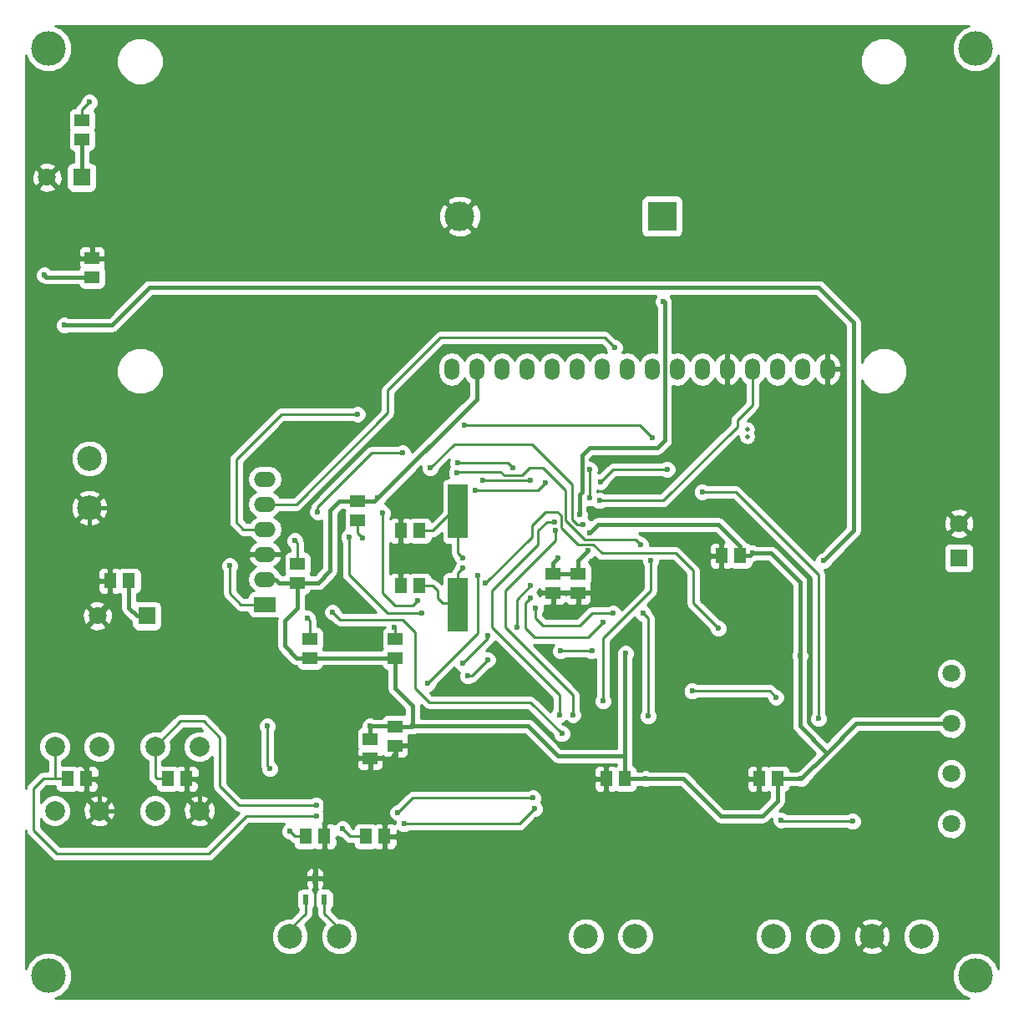
<source format=gbr>
G04 #@! TF.FileFunction,Copper,L2,Bot,Signal*
%FSLAX46Y46*%
G04 Gerber Fmt 4.6, Leading zero omitted, Abs format (unit mm)*
G04 Created by KiCad (PCBNEW 4.0.6) date 07/24/17 16:42:21*
%MOMM*%
%LPD*%
G01*
G04 APERTURE LIST*
%ADD10C,0.100000*%
%ADD11O,1.500000X2.200000*%
%ADD12C,3.500120*%
%ADD13C,2.500000*%
%ADD14C,2.999740*%
%ADD15R,2.997200X2.997200*%
%ADD16R,1.300480X1.498600*%
%ADD17R,1.498600X1.300480*%
%ADD18R,1.800000X1.800000*%
%ADD19C,1.800000*%
%ADD20R,2.199640X1.524000*%
%ADD21O,2.199640X1.524000*%
%ADD22R,0.599440X1.000760*%
%ADD23R,1.998980X5.499100*%
%ADD24O,0.500000X0.500000*%
%ADD25C,1.998980*%
%ADD26C,0.600000*%
%ADD27C,0.400000*%
%ADD28C,0.250000*%
%ADD29C,0.254000*%
G04 APERTURE END LIST*
D10*
D11*
X102000000Y-55500000D03*
X99460000Y-55500000D03*
X96920000Y-55500000D03*
X94380000Y-55500000D03*
X91840000Y-55500000D03*
X89300000Y-55500000D03*
X86760000Y-55500000D03*
X84220000Y-55500000D03*
X81680000Y-55500000D03*
X79140000Y-55500000D03*
X76600000Y-55500000D03*
X74060000Y-55500000D03*
X71520000Y-55500000D03*
X68980000Y-55500000D03*
X66440000Y-55500000D03*
X63900000Y-55500000D03*
D12*
X23000000Y-23000000D03*
X23000000Y-117000000D03*
D13*
X111500000Y-113000000D03*
X106500000Y-113000000D03*
X96500000Y-113000000D03*
X101500000Y-113000000D03*
D14*
X64716800Y-40000000D03*
D15*
X85214600Y-40000000D03*
D16*
X60642500Y-77470000D03*
X58737500Y-77470000D03*
X60642500Y-71882000D03*
X58737500Y-71882000D03*
D17*
X74168000Y-76263500D03*
X74168000Y-78168500D03*
D18*
X32980000Y-80518000D03*
D19*
X27980000Y-80518000D03*
D17*
X76708000Y-76263500D03*
X76708000Y-78168500D03*
D16*
X31178500Y-76962000D03*
X29273500Y-76962000D03*
D17*
X27432000Y-46164500D03*
X27432000Y-44259500D03*
D16*
X93154500Y-74422000D03*
X91249500Y-74422000D03*
D18*
X115316000Y-74648000D03*
D19*
X115316000Y-71148000D03*
D18*
X26388000Y-36068000D03*
D19*
X22888000Y-36068000D03*
D16*
X55181500Y-102870000D03*
X57086500Y-102870000D03*
X49085500Y-102870000D03*
X50990500Y-102870000D03*
D17*
X58166000Y-91757500D03*
X58166000Y-93662500D03*
D16*
X96964500Y-97028000D03*
X95059500Y-97028000D03*
D17*
X55626000Y-93027500D03*
X55626000Y-94932500D03*
D16*
X81470500Y-97028000D03*
X79565500Y-97028000D03*
D13*
X27178000Y-64556000D03*
X27178000Y-69556000D03*
D20*
X44958000Y-79350000D03*
D21*
X44958000Y-76810000D03*
X44958000Y-74270000D03*
X44958000Y-71730000D03*
X44958000Y-69190000D03*
X44958000Y-66650000D03*
D13*
X47500000Y-113000000D03*
X52500000Y-113000000D03*
D17*
X26416000Y-30289500D03*
X26416000Y-32194500D03*
X48260000Y-75247500D03*
X48260000Y-77152500D03*
X58166000Y-82867500D03*
X58166000Y-84772500D03*
X54356000Y-70802500D03*
X54356000Y-68897500D03*
X49530000Y-82867500D03*
X49530000Y-84772500D03*
D19*
X114554000Y-96520000D03*
X114554000Y-91440000D03*
X114554000Y-86360000D03*
X114554000Y-101600000D03*
D22*
X50990500Y-109260640D03*
X50038000Y-107147360D03*
X49085500Y-109260640D03*
D23*
X64516000Y-79425800D03*
X64516000Y-69926200D03*
D24*
X93848000Y-61626000D03*
X93848000Y-62326000D03*
D13*
X77500000Y-113000000D03*
X82500000Y-113000000D03*
D16*
X24955500Y-97028000D03*
X26860500Y-97028000D03*
X35115500Y-97028000D03*
X37020500Y-97028000D03*
D25*
X23657560Y-93776800D03*
X28158440Y-100279200D03*
X28158440Y-93776800D03*
X23657560Y-100279200D03*
X33817560Y-93776800D03*
X38318440Y-100279200D03*
X38318440Y-93776800D03*
X33817560Y-100279200D03*
D12*
X117000000Y-23000000D03*
X117000000Y-117000000D03*
D26*
X53848000Y-82550000D03*
X47498000Y-97218500D03*
X96520000Y-104140000D03*
X90932000Y-91440000D03*
X73152000Y-88646000D03*
X60833000Y-74676000D03*
X60325000Y-67056000D03*
X101727000Y-51181000D03*
X86614000Y-72771000D03*
X73914000Y-80010000D03*
X76708000Y-80264000D03*
X93980000Y-99314000D03*
X87376000Y-101346000D03*
X72898000Y-95504000D03*
X77216000Y-97028000D03*
X64262000Y-111760000D03*
X42227500Y-97218500D03*
X51054000Y-92964000D03*
X24638000Y-41656000D03*
X85344000Y-48641000D03*
X76835000Y-70231000D03*
X65024000Y-75692000D03*
X65024000Y-74676000D03*
X77851000Y-72136000D03*
X77724000Y-73914000D03*
X99187000Y-84582000D03*
X94361000Y-74168000D03*
X74676000Y-74676000D03*
X81534000Y-84328000D03*
X99314000Y-97028000D03*
X83566000Y-97028000D03*
X56388000Y-68580000D03*
X55626000Y-91694000D03*
X59944000Y-91694000D03*
X22606000Y-45974000D03*
X24638000Y-51054000D03*
X101600000Y-74930000D03*
X52832000Y-102108000D03*
X47498000Y-102362000D03*
X27178000Y-28448000D03*
X60833000Y-80264000D03*
X53467000Y-72517000D03*
X56896000Y-70104000D03*
X60452000Y-78994000D03*
X48006000Y-72898000D03*
X77216000Y-71247000D03*
X79248000Y-81153000D03*
X71882000Y-78740000D03*
X50292000Y-69977000D03*
X58928000Y-64008000D03*
X61722000Y-65532000D03*
X58039000Y-81661000D03*
X78994000Y-66929000D03*
X85725000Y-65659000D03*
X54356000Y-60071000D03*
X65151000Y-61214000D03*
X84201000Y-62484000D03*
X54864000Y-72644000D03*
X83058000Y-73279000D03*
X64389000Y-66040000D03*
X83820000Y-90678000D03*
X83312000Y-80264000D03*
X49276000Y-80772000D03*
X89281000Y-67945000D03*
X101092000Y-90932000D03*
X75057000Y-92456000D03*
X51816000Y-80137000D03*
X78867000Y-68834000D03*
X77851000Y-68580000D03*
X77851000Y-65659000D03*
X73406000Y-67056000D03*
X66294000Y-67818000D03*
X71882000Y-66802000D03*
X67056000Y-66802000D03*
X41402000Y-75438000D03*
X80391000Y-53340000D03*
X45212000Y-91694000D03*
X45466000Y-96012000D03*
X96774000Y-88773000D03*
X88265000Y-88138000D03*
X70104000Y-65532000D03*
X64516000Y-65024000D03*
X67310000Y-77216000D03*
X90932000Y-81788000D03*
X72390000Y-79756000D03*
X80264000Y-80264000D03*
X84074000Y-74930000D03*
X79248000Y-89154000D03*
X104521000Y-101346000D03*
X97282000Y-101219000D03*
X66548000Y-76454000D03*
X61468000Y-87376000D03*
X65024000Y-85344000D03*
X67564000Y-82550000D03*
X70485000Y-81661000D03*
X67564000Y-84963000D03*
X71882000Y-77470000D03*
X65532000Y-86614000D03*
X74930000Y-84074000D03*
X78105000Y-84074000D03*
X72263000Y-100076000D03*
X59055000Y-101600000D03*
X50165000Y-100838000D03*
X74422000Y-71882000D03*
X76200000Y-90551000D03*
X74803000Y-90551000D03*
X74295000Y-70993000D03*
X50165000Y-99695000D03*
X58420000Y-100457000D03*
X72136000Y-98933000D03*
D27*
X87376000Y-101346000D02*
X90170000Y-104140000D01*
X90170000Y-104140000D02*
X96520000Y-104140000D01*
X95059500Y-93726000D02*
X92773500Y-91440000D01*
X92773500Y-91440000D02*
X90932000Y-91440000D01*
X60833000Y-74676000D02*
X58737500Y-74676000D01*
X58737500Y-71882000D02*
X58737500Y-69532500D01*
X58737500Y-69532500D02*
X60325000Y-67945000D01*
X60325000Y-67945000D02*
X60325000Y-67056000D01*
X95059500Y-97028000D02*
X95059500Y-93726000D01*
X95059500Y-93726000D02*
X95059500Y-93662500D01*
X91249500Y-76390500D02*
X91249500Y-74422000D01*
X97917000Y-83058000D02*
X91249500Y-76390500D01*
X97917000Y-90805000D02*
X97917000Y-83058000D01*
X95059500Y-93662500D02*
X97917000Y-90805000D01*
X26860500Y-97028000D02*
X26860500Y-95948500D01*
X26035000Y-82463000D02*
X27980000Y-80518000D01*
X26035000Y-95123000D02*
X26035000Y-82463000D01*
X26860500Y-95948500D02*
X26035000Y-95123000D01*
X91840000Y-55500000D02*
X91840000Y-52305000D01*
X102000000Y-51454000D02*
X102000000Y-55500000D01*
X100076000Y-49530000D02*
X101727000Y-51181000D01*
X101727000Y-51181000D02*
X102000000Y-51454000D01*
X94615000Y-49530000D02*
X100076000Y-49530000D01*
X91840000Y-52305000D02*
X94615000Y-49530000D01*
X89789000Y-74422000D02*
X91249500Y-74422000D01*
X88265000Y-74422000D02*
X89789000Y-74422000D01*
X86614000Y-72771000D02*
X88265000Y-74422000D01*
X74168000Y-79756000D02*
X74168000Y-78168500D01*
X73914000Y-80010000D02*
X74168000Y-79756000D01*
X74168000Y-78168500D02*
X76708000Y-78168500D01*
X76708000Y-80264000D02*
X76708000Y-78168500D01*
X95059500Y-97028000D02*
X95059500Y-98234500D01*
X95059500Y-98234500D02*
X93980000Y-99314000D01*
X79565500Y-97028000D02*
X79565500Y-99377500D01*
X81534000Y-101346000D02*
X87376000Y-101346000D01*
X79565500Y-99377500D02*
X81534000Y-101346000D01*
X58166000Y-93662500D02*
X71056500Y-93662500D01*
X74422000Y-97028000D02*
X77216000Y-97028000D01*
X77216000Y-97028000D02*
X79565500Y-97028000D01*
X71056500Y-93662500D02*
X72898000Y-95504000D01*
X72898000Y-95504000D02*
X74422000Y-97028000D01*
X57086500Y-102870000D02*
X57086500Y-108394500D01*
X60452000Y-111760000D02*
X64262000Y-111760000D01*
X57086500Y-108394500D02*
X60452000Y-111760000D01*
X51054000Y-97282000D02*
X50990500Y-97218500D01*
X50990500Y-97218500D02*
X47498000Y-97218500D01*
X47498000Y-97218500D02*
X42227500Y-97218500D01*
X55626000Y-94932500D02*
X55562500Y-94996000D01*
X55562500Y-94996000D02*
X51054000Y-94996000D01*
X50990500Y-102870000D02*
X51054000Y-102806500D01*
X51054000Y-102806500D02*
X51054000Y-97282000D01*
X51054000Y-97282000D02*
X51054000Y-94996000D01*
X51054000Y-94996000D02*
X51054000Y-92964000D01*
X28158440Y-100279200D02*
X30175200Y-100279200D01*
X36235640Y-102362000D02*
X38318440Y-100279200D01*
X32258000Y-102362000D02*
X36235640Y-102362000D01*
X30175200Y-100279200D02*
X32258000Y-102362000D01*
X38318440Y-100279200D02*
X38318440Y-97500440D01*
X38318440Y-97500440D02*
X37846000Y-97028000D01*
X37846000Y-97028000D02*
X37020500Y-97028000D01*
X28158440Y-100279200D02*
X28158440Y-97500440D01*
X27686000Y-97028000D02*
X26860500Y-97028000D01*
X28158440Y-97500440D02*
X27686000Y-97028000D01*
X58737500Y-71882000D02*
X58737500Y-74676000D01*
X58737500Y-74676000D02*
X58737500Y-77470000D01*
X58166000Y-93662500D02*
X58166000Y-94488000D01*
X57721500Y-94932500D02*
X55626000Y-94932500D01*
X58166000Y-94488000D02*
X57721500Y-94932500D01*
X55626000Y-94932500D02*
X55626000Y-97536000D01*
X55626000Y-97536000D02*
X57086500Y-98996500D01*
X57086500Y-98996500D02*
X57086500Y-100584000D01*
X57086500Y-100584000D02*
X57086500Y-102870000D01*
X50038000Y-107147360D02*
X50038000Y-105410000D01*
X50990500Y-104457500D02*
X50990500Y-102870000D01*
X50038000Y-105410000D02*
X50990500Y-104457500D01*
X44958000Y-74270000D02*
X35662000Y-74270000D01*
X30948000Y-69556000D02*
X27178000Y-69556000D01*
X35662000Y-74270000D02*
X30948000Y-69556000D01*
X27432000Y-44259500D02*
X27432000Y-42926000D01*
X26162000Y-41656000D02*
X24638000Y-41656000D01*
X27432000Y-42926000D02*
X26162000Y-41656000D01*
X27980000Y-80518000D02*
X27980000Y-80224000D01*
X27980000Y-80224000D02*
X29273500Y-78930500D01*
X29273500Y-78930500D02*
X29273500Y-76962000D01*
X27178000Y-69556000D02*
X27178000Y-73152000D01*
X29273500Y-75247500D02*
X29273500Y-76962000D01*
X27178000Y-73152000D02*
X29273500Y-75247500D01*
X85471000Y-48768000D02*
X85344000Y-48641000D01*
X85471000Y-62738000D02*
X85471000Y-48768000D01*
X84709000Y-63500000D02*
X85471000Y-62738000D01*
X77851000Y-63500000D02*
X84709000Y-63500000D01*
X77089000Y-64262000D02*
X77851000Y-63500000D01*
X77089000Y-67945000D02*
X77089000Y-64262000D01*
X76835000Y-68199000D02*
X77089000Y-67945000D01*
X76835000Y-70231000D02*
X76835000Y-68199000D01*
D28*
X64516000Y-76200000D02*
X64516000Y-79425800D01*
X65024000Y-75692000D02*
X64516000Y-76200000D01*
X64516000Y-79425800D02*
X64338200Y-79248000D01*
X64338200Y-79248000D02*
X62992000Y-79248000D01*
X62992000Y-79248000D02*
X62484000Y-78740000D01*
X62484000Y-78740000D02*
X62484000Y-77978000D01*
X62484000Y-77978000D02*
X61976000Y-77470000D01*
X61976000Y-77470000D02*
X60642500Y-77470000D01*
X65024000Y-74676000D02*
X64516000Y-74168000D01*
X64516000Y-74168000D02*
X64516000Y-69926200D01*
X60642500Y-71882000D02*
X61976000Y-71882000D01*
X61976000Y-71882000D02*
X63931800Y-69926200D01*
X63931800Y-69926200D02*
X64516000Y-69926200D01*
D27*
X81470500Y-94742000D02*
X74676000Y-94742000D01*
X71628000Y-91694000D02*
X59944000Y-91694000D01*
X74676000Y-94742000D02*
X71628000Y-91694000D01*
X76708000Y-76263500D02*
X76708000Y-74930000D01*
X93154500Y-73469500D02*
X93154500Y-74422000D01*
X90932000Y-71247000D02*
X93154500Y-73469500D01*
X78740000Y-71247000D02*
X90932000Y-71247000D01*
X77851000Y-72136000D02*
X78740000Y-71247000D01*
X76708000Y-74930000D02*
X77724000Y-73914000D01*
X99187000Y-84582000D02*
X99187000Y-91694000D01*
X99187000Y-91694000D02*
X101917500Y-94424500D01*
X83566000Y-97028000D02*
X87376000Y-97028000D01*
X96964500Y-99250500D02*
X96964500Y-97028000D01*
X95377000Y-100838000D02*
X96964500Y-99250500D01*
X91186000Y-100838000D02*
X95377000Y-100838000D01*
X87376000Y-97028000D02*
X91186000Y-100838000D01*
X96266000Y-74168000D02*
X94361000Y-74168000D01*
X99187000Y-77089000D02*
X96266000Y-74168000D01*
X99187000Y-84582000D02*
X99187000Y-77089000D01*
X94107000Y-74422000D02*
X93154500Y-74422000D01*
X94361000Y-74168000D02*
X94107000Y-74422000D01*
X26388000Y-36068000D02*
X26388000Y-32222500D01*
X26388000Y-32222500D02*
X26416000Y-32194500D01*
X74168000Y-75184000D02*
X74168000Y-76263500D01*
X74676000Y-74676000D02*
X74168000Y-75184000D01*
X74168000Y-76263500D02*
X76708000Y-76263500D01*
X114554000Y-91440000D02*
X104902000Y-91440000D01*
X104902000Y-91440000D02*
X101917500Y-94424500D01*
X101917500Y-94424500D02*
X99314000Y-97028000D01*
X81470500Y-97028000D02*
X81470500Y-94742000D01*
X81470500Y-94742000D02*
X81470500Y-84391500D01*
X81470500Y-84391500D02*
X81534000Y-84328000D01*
X96964500Y-97028000D02*
X99314000Y-97028000D01*
X81470500Y-97028000D02*
X83566000Y-97028000D01*
X55626000Y-91694000D02*
X58102500Y-91694000D01*
X58102500Y-91694000D02*
X58166000Y-91757500D01*
X54356000Y-68897500D02*
X52514500Y-68897500D01*
X50355500Y-77152500D02*
X48260000Y-77152500D01*
X51562000Y-75946000D02*
X50355500Y-77152500D01*
X51562000Y-69850000D02*
X51562000Y-75946000D01*
X52514500Y-68897500D02*
X51562000Y-69850000D01*
X66440000Y-55500000D02*
X66440000Y-58528000D01*
X56070500Y-68897500D02*
X54356000Y-68897500D01*
X66440000Y-58528000D02*
X56388000Y-68580000D01*
X56388000Y-68580000D02*
X56070500Y-68897500D01*
X59944000Y-91694000D02*
X59944000Y-89662000D01*
X59944000Y-89662000D02*
X58166000Y-87884000D01*
X58166000Y-87884000D02*
X58166000Y-84772500D01*
X55626000Y-91694000D02*
X55626000Y-93027500D01*
X59880500Y-91757500D02*
X58166000Y-91757500D01*
X59944000Y-91694000D02*
X59880500Y-91757500D01*
X48260000Y-77152500D02*
X48260000Y-79756000D01*
X48260000Y-79756000D02*
X46990000Y-81026000D01*
X46990000Y-81026000D02*
X46990000Y-83566000D01*
X46990000Y-83566000D02*
X48196500Y-84772500D01*
X48196500Y-84772500D02*
X49530000Y-84772500D01*
X49530000Y-84772500D02*
X58166000Y-84772500D01*
X44958000Y-76810000D02*
X46076000Y-76810000D01*
X46076000Y-76810000D02*
X46418500Y-77152500D01*
X46418500Y-77152500D02*
X48260000Y-77152500D01*
X27432000Y-46164500D02*
X22796500Y-46164500D01*
X22796500Y-46164500D02*
X22606000Y-45974000D01*
X29464000Y-51054000D02*
X24638000Y-51054000D01*
X33274000Y-47244000D02*
X29464000Y-51054000D01*
X101092000Y-47244000D02*
X33274000Y-47244000D01*
X104648000Y-50800000D02*
X101092000Y-47244000D01*
X104648000Y-71882000D02*
X104648000Y-50800000D01*
X101600000Y-74930000D02*
X104648000Y-71882000D01*
X32980000Y-80518000D02*
X32004000Y-80518000D01*
X31178500Y-79692500D02*
X31178500Y-76962000D01*
X32004000Y-80518000D02*
X31178500Y-79692500D01*
D28*
X55181500Y-102870000D02*
X53594000Y-102870000D01*
X53594000Y-102870000D02*
X52832000Y-102108000D01*
X48006000Y-102870000D02*
X49085500Y-102870000D01*
X47498000Y-102362000D02*
X48006000Y-102870000D01*
X26416000Y-30289500D02*
X26416000Y-29210000D01*
X26416000Y-29210000D02*
X27178000Y-28448000D01*
X53467000Y-76327000D02*
X57404000Y-80264000D01*
X57404000Y-80264000D02*
X60833000Y-80264000D01*
X53467000Y-76327000D02*
X53467000Y-72517000D01*
X56896000Y-78232000D02*
X56896000Y-70104000D01*
X58166000Y-79502000D02*
X56896000Y-78232000D01*
X59944000Y-79502000D02*
X58166000Y-79502000D01*
X60452000Y-78994000D02*
X59944000Y-79502000D01*
X48260000Y-73152000D02*
X48260000Y-75247500D01*
X48006000Y-72898000D02*
X48260000Y-73152000D01*
X77216000Y-71247000D02*
X76581000Y-71247000D01*
X72009000Y-63119000D02*
X76073000Y-67183000D01*
X76073000Y-70739000D02*
X76073000Y-67183000D01*
X76073000Y-70739000D02*
X76200000Y-70866000D01*
X76200000Y-70866000D02*
X76581000Y-71247000D01*
X75565000Y-82677000D02*
X77724000Y-82677000D01*
X77724000Y-82677000D02*
X79248000Y-81153000D01*
X71882000Y-78740000D02*
X71374000Y-79248000D01*
X72263000Y-82677000D02*
X75565000Y-82677000D01*
X71374000Y-81788000D02*
X72263000Y-82677000D01*
X71374000Y-79248000D02*
X71374000Y-81788000D01*
X50292000Y-69977000D02*
X50292000Y-69469000D01*
X50292000Y-69469000D02*
X55753000Y-64008000D01*
X55753000Y-64008000D02*
X58928000Y-64008000D01*
X61722000Y-65532000D02*
X64135000Y-63119000D01*
X64135000Y-63119000D02*
X72009000Y-63119000D01*
X58166000Y-82867500D02*
X58166000Y-81788000D01*
X58166000Y-81788000D02*
X58039000Y-81661000D01*
X85725000Y-65659000D02*
X81534000Y-65659000D01*
X42774000Y-71730000D02*
X42037000Y-70993000D01*
X42037000Y-70993000D02*
X42037000Y-64643000D01*
X42037000Y-64643000D02*
X46609000Y-60071000D01*
X46609000Y-60071000D02*
X54356000Y-60071000D01*
X65151000Y-61214000D02*
X82931000Y-61214000D01*
X82931000Y-61214000D02*
X84201000Y-62484000D01*
X42774000Y-71730000D02*
X44958000Y-71730000D01*
X80264000Y-65659000D02*
X78994000Y-66929000D01*
X81534000Y-65659000D02*
X80264000Y-65659000D01*
X54356000Y-70802500D02*
X54356000Y-72136000D01*
X54356000Y-72136000D02*
X54864000Y-72644000D01*
X77343000Y-72771000D02*
X75438000Y-70866000D01*
X75438000Y-67818000D02*
X73152000Y-65532000D01*
X75438000Y-70866000D02*
X75438000Y-67818000D01*
X77343000Y-72771000D02*
X82550000Y-72771000D01*
X82550000Y-72771000D02*
X83058000Y-73279000D01*
X82550000Y-72771000D02*
X83058000Y-73279000D01*
X71755000Y-65532000D02*
X73152000Y-65532000D01*
X70993000Y-66294000D02*
X71755000Y-65532000D01*
X69215000Y-66294000D02*
X70993000Y-66294000D01*
X68834000Y-65913000D02*
X69215000Y-66294000D01*
X64516000Y-65913000D02*
X68834000Y-65913000D01*
X64389000Y-66040000D02*
X64516000Y-65913000D01*
X83820000Y-90678000D02*
X83820000Y-80772000D01*
X83820000Y-80772000D02*
X83312000Y-80264000D01*
X49530000Y-82867500D02*
X49530000Y-81026000D01*
X49530000Y-81026000D02*
X49276000Y-80772000D01*
X75057000Y-92456000D02*
X71882000Y-89281000D01*
X71882000Y-89281000D02*
X61595000Y-89281000D01*
X89281000Y-67945000D02*
X92710000Y-67945000D01*
X92710000Y-67945000D02*
X101092000Y-76327000D01*
X101092000Y-76327000D02*
X101092000Y-90932000D01*
X60198000Y-82169000D02*
X58928000Y-80899000D01*
X61595000Y-89281000D02*
X60198000Y-87884000D01*
X60198000Y-87884000D02*
X60198000Y-82169000D01*
X52578000Y-80899000D02*
X51816000Y-80137000D01*
X58928000Y-80899000D02*
X52578000Y-80899000D01*
X78867000Y-68834000D02*
X85344000Y-68834000D01*
X85344000Y-68834000D02*
X92837000Y-61341000D01*
X94380000Y-59163000D02*
X94380000Y-55500000D01*
X92837000Y-60706000D02*
X94380000Y-59163000D01*
X92837000Y-61341000D02*
X92837000Y-60706000D01*
X77851000Y-68580000D02*
X77851000Y-65659000D01*
X66294000Y-67818000D02*
X72644000Y-67818000D01*
X72644000Y-67818000D02*
X73406000Y-67056000D01*
X67056000Y-66802000D02*
X71882000Y-66802000D01*
X42520000Y-79350000D02*
X44958000Y-79350000D01*
X41402000Y-78232000D02*
X42520000Y-79350000D01*
X41402000Y-75438000D02*
X41402000Y-78232000D01*
X48158000Y-69190000D02*
X44958000Y-69190000D01*
X57404000Y-59944000D02*
X48158000Y-69190000D01*
X57404000Y-57658000D02*
X57404000Y-59944000D01*
X62738000Y-52324000D02*
X57404000Y-57658000D01*
X79375000Y-52324000D02*
X62738000Y-52324000D01*
X80391000Y-53340000D02*
X79375000Y-52324000D01*
X45212000Y-95758000D02*
X45212000Y-91694000D01*
X45466000Y-96012000D02*
X45212000Y-95758000D01*
X47500000Y-113000000D02*
X47500000Y-112266000D01*
X47500000Y-112266000D02*
X49085500Y-110680500D01*
X49085500Y-110680500D02*
X49085500Y-109260640D01*
X52500000Y-113000000D02*
X52500000Y-112190000D01*
X52500000Y-112190000D02*
X50990500Y-110680500D01*
X50990500Y-110680500D02*
X50990500Y-109260640D01*
X96139000Y-88138000D02*
X96774000Y-88773000D01*
X88265000Y-88138000D02*
X96139000Y-88138000D01*
X64516000Y-65024000D02*
X69596000Y-65024000D01*
X69596000Y-65024000D02*
X70104000Y-65532000D01*
X67310000Y-77216000D02*
X72009000Y-72517000D01*
X74987998Y-71558998D02*
X76708000Y-73279000D01*
X74987998Y-70358000D02*
X74987998Y-71558998D01*
X74606998Y-69977000D02*
X74987998Y-70358000D01*
X73406000Y-69977000D02*
X74606998Y-69977000D01*
X72009000Y-71374000D02*
X73406000Y-69977000D01*
X72009000Y-72517000D02*
X72009000Y-71374000D01*
X78232000Y-73279000D02*
X79121000Y-74168000D01*
X79121000Y-74168000D02*
X86614000Y-74168000D01*
X76708000Y-73279000D02*
X78232000Y-73279000D01*
X86614000Y-74168000D02*
X88392000Y-75946000D01*
X88392000Y-75946000D02*
X88392000Y-79248000D01*
X88392000Y-79248000D02*
X90932000Y-81788000D01*
X80264000Y-80264000D02*
X78105000Y-80264000D01*
X78105000Y-80264000D02*
X76835000Y-81534000D01*
X76073000Y-81534000D02*
X76835000Y-81534000D01*
X72390000Y-79756000D02*
X72390000Y-80772000D01*
X73152000Y-81534000D02*
X76073000Y-81534000D01*
X72390000Y-80772000D02*
X73152000Y-81534000D01*
X84074000Y-77978000D02*
X84074000Y-74930000D01*
X79248000Y-82804000D02*
X84074000Y-77978000D01*
X79248000Y-89154000D02*
X79248000Y-82804000D01*
X97409000Y-101346000D02*
X104521000Y-101346000D01*
X97282000Y-101219000D02*
X97409000Y-101346000D01*
X66548000Y-82296000D02*
X61468000Y-87376000D01*
X66548000Y-76454000D02*
X66548000Y-82296000D01*
X67564000Y-82804000D02*
X67564000Y-82550000D01*
X65024000Y-85344000D02*
X67564000Y-82804000D01*
X65532000Y-86614000D02*
X65913000Y-86614000D01*
X67564000Y-84963000D02*
X65913000Y-86614000D01*
X70485000Y-78867000D02*
X71882000Y-77470000D01*
X70485000Y-81661000D02*
X70485000Y-78867000D01*
X78105000Y-84074000D02*
X74930000Y-84074000D01*
X23657560Y-93776800D02*
X23657560Y-97028000D01*
X23657560Y-97028000D02*
X23622000Y-97028000D01*
X72263000Y-100076000D02*
X70739000Y-101600000D01*
X70739000Y-101600000D02*
X59055000Y-101600000D01*
X50165000Y-100838000D02*
X43053000Y-100838000D01*
X43053000Y-100838000D02*
X39243000Y-104648000D01*
X39243000Y-104648000D02*
X23876000Y-104648000D01*
X23876000Y-104648000D02*
X21463000Y-102235000D01*
X21463000Y-102235000D02*
X21463000Y-98044000D01*
X21463000Y-98044000D02*
X22479000Y-97028000D01*
X22479000Y-97028000D02*
X23622000Y-97028000D01*
X69342000Y-81280000D02*
X69342000Y-81661000D01*
X74422000Y-72898000D02*
X69342000Y-77978000D01*
X69342000Y-77978000D02*
X69342000Y-81280000D01*
X74422000Y-71882000D02*
X74422000Y-72898000D01*
X76200000Y-88519000D02*
X76200000Y-90551000D01*
X69342000Y-81661000D02*
X76200000Y-88519000D01*
X23622000Y-97028000D02*
X24955500Y-97028000D01*
X24955500Y-97028000D02*
X23876000Y-97028000D01*
X23657560Y-96809560D02*
X23657560Y-93776800D01*
X67945000Y-81661000D02*
X74803000Y-88519000D01*
X74803000Y-88519000D02*
X74803000Y-90551000D01*
X74295000Y-70993000D02*
X73533000Y-70993000D01*
X67945000Y-77978000D02*
X67945000Y-81280000D01*
X72644000Y-73279000D02*
X67945000Y-77978000D01*
X72644000Y-71882000D02*
X72644000Y-73279000D01*
X73533000Y-70993000D02*
X72644000Y-71882000D01*
X67945000Y-81280000D02*
X67945000Y-81661000D01*
X36408360Y-91186000D02*
X33817560Y-93776800D01*
X38735000Y-91186000D02*
X36408360Y-91186000D01*
X40386000Y-92837000D02*
X38735000Y-91186000D01*
X40386000Y-97790000D02*
X40386000Y-92837000D01*
X42291000Y-99695000D02*
X40386000Y-97790000D01*
X50165000Y-99695000D02*
X42291000Y-99695000D01*
X59944000Y-98933000D02*
X58420000Y-100457000D01*
X72136000Y-98933000D02*
X59944000Y-98933000D01*
X35115500Y-97028000D02*
X34036000Y-97028000D01*
X33817560Y-96809560D02*
X33817560Y-93776800D01*
X34036000Y-97028000D02*
X33817560Y-96809560D01*
D29*
G36*
X115650737Y-20976866D02*
X114979224Y-21647208D01*
X114615355Y-22523501D01*
X114614527Y-23472336D01*
X114976866Y-24349263D01*
X115647208Y-25020776D01*
X116523501Y-25384645D01*
X117472336Y-25385473D01*
X118349263Y-25023134D01*
X119020776Y-24352792D01*
X119290000Y-23704429D01*
X119290000Y-116296602D01*
X119023134Y-115650737D01*
X118352792Y-114979224D01*
X117476499Y-114615355D01*
X116527664Y-114614527D01*
X115650737Y-114976866D01*
X114979224Y-115647208D01*
X114615355Y-116523501D01*
X114614527Y-117472336D01*
X114976866Y-118349263D01*
X115647208Y-119020776D01*
X116295571Y-119290000D01*
X23703398Y-119290000D01*
X24349263Y-119023134D01*
X25020776Y-118352792D01*
X25384645Y-117476499D01*
X25385473Y-116527664D01*
X25023134Y-115650737D01*
X24352792Y-114979224D01*
X23476499Y-114615355D01*
X22527664Y-114614527D01*
X21650737Y-114976866D01*
X20979224Y-115647208D01*
X20710000Y-116295571D01*
X20710000Y-113373305D01*
X45614674Y-113373305D01*
X45901043Y-114066372D01*
X46430839Y-114597093D01*
X47123405Y-114884672D01*
X47873305Y-114885326D01*
X48566372Y-114598957D01*
X49097093Y-114069161D01*
X49384672Y-113376595D01*
X49385326Y-112626695D01*
X49098957Y-111933628D01*
X49003149Y-111837653D01*
X49622901Y-111217901D01*
X49787648Y-110971339D01*
X49845500Y-110680500D01*
X49845500Y-110212174D01*
X49981651Y-110012910D01*
X50032660Y-109761020D01*
X50032660Y-108760260D01*
X50043340Y-108760260D01*
X50043340Y-109761020D01*
X50087618Y-109996337D01*
X50226690Y-110212461D01*
X50230500Y-110215064D01*
X50230500Y-110680500D01*
X50288352Y-110971339D01*
X50453099Y-111217901D01*
X51034587Y-111799389D01*
X50902907Y-111930839D01*
X50615328Y-112623405D01*
X50614674Y-113373305D01*
X50901043Y-114066372D01*
X51430839Y-114597093D01*
X52123405Y-114884672D01*
X52873305Y-114885326D01*
X53566372Y-114598957D01*
X54097093Y-114069161D01*
X54384672Y-113376595D01*
X54384674Y-113373305D01*
X75614674Y-113373305D01*
X75901043Y-114066372D01*
X76430839Y-114597093D01*
X77123405Y-114884672D01*
X77873305Y-114885326D01*
X78566372Y-114598957D01*
X79097093Y-114069161D01*
X79384672Y-113376595D01*
X79384674Y-113373305D01*
X80614674Y-113373305D01*
X80901043Y-114066372D01*
X81430839Y-114597093D01*
X82123405Y-114884672D01*
X82873305Y-114885326D01*
X83566372Y-114598957D01*
X84097093Y-114069161D01*
X84384672Y-113376595D01*
X84384674Y-113373305D01*
X94614674Y-113373305D01*
X94901043Y-114066372D01*
X95430839Y-114597093D01*
X96123405Y-114884672D01*
X96873305Y-114885326D01*
X97566372Y-114598957D01*
X98097093Y-114069161D01*
X98384672Y-113376595D01*
X98384674Y-113373305D01*
X99614674Y-113373305D01*
X99901043Y-114066372D01*
X100430839Y-114597093D01*
X101123405Y-114884672D01*
X101873305Y-114885326D01*
X102566372Y-114598957D01*
X102832472Y-114333320D01*
X105346285Y-114333320D01*
X105475533Y-114626123D01*
X106175806Y-114894388D01*
X106925435Y-114874250D01*
X107524467Y-114626123D01*
X107653715Y-114333320D01*
X106500000Y-113179605D01*
X105346285Y-114333320D01*
X102832472Y-114333320D01*
X103097093Y-114069161D01*
X103384672Y-113376595D01*
X103385283Y-112675806D01*
X104605612Y-112675806D01*
X104625750Y-113425435D01*
X104873877Y-114024467D01*
X105166680Y-114153715D01*
X106320395Y-113000000D01*
X106679605Y-113000000D01*
X107833320Y-114153715D01*
X108126123Y-114024467D01*
X108375574Y-113373305D01*
X109614674Y-113373305D01*
X109901043Y-114066372D01*
X110430839Y-114597093D01*
X111123405Y-114884672D01*
X111873305Y-114885326D01*
X112566372Y-114598957D01*
X113097093Y-114069161D01*
X113384672Y-113376595D01*
X113385326Y-112626695D01*
X113098957Y-111933628D01*
X112569161Y-111402907D01*
X111876595Y-111115328D01*
X111126695Y-111114674D01*
X110433628Y-111401043D01*
X109902907Y-111930839D01*
X109615328Y-112623405D01*
X109614674Y-113373305D01*
X108375574Y-113373305D01*
X108394388Y-113324194D01*
X108374250Y-112574565D01*
X108126123Y-111975533D01*
X107833320Y-111846285D01*
X106679605Y-113000000D01*
X106320395Y-113000000D01*
X105166680Y-111846285D01*
X104873877Y-111975533D01*
X104605612Y-112675806D01*
X103385283Y-112675806D01*
X103385326Y-112626695D01*
X103098957Y-111933628D01*
X102832475Y-111666680D01*
X105346285Y-111666680D01*
X106500000Y-112820395D01*
X107653715Y-111666680D01*
X107524467Y-111373877D01*
X106824194Y-111105612D01*
X106074565Y-111125750D01*
X105475533Y-111373877D01*
X105346285Y-111666680D01*
X102832475Y-111666680D01*
X102569161Y-111402907D01*
X101876595Y-111115328D01*
X101126695Y-111114674D01*
X100433628Y-111401043D01*
X99902907Y-111930839D01*
X99615328Y-112623405D01*
X99614674Y-113373305D01*
X98384674Y-113373305D01*
X98385326Y-112626695D01*
X98098957Y-111933628D01*
X97569161Y-111402907D01*
X96876595Y-111115328D01*
X96126695Y-111114674D01*
X95433628Y-111401043D01*
X94902907Y-111930839D01*
X94615328Y-112623405D01*
X94614674Y-113373305D01*
X84384674Y-113373305D01*
X84385326Y-112626695D01*
X84098957Y-111933628D01*
X83569161Y-111402907D01*
X82876595Y-111115328D01*
X82126695Y-111114674D01*
X81433628Y-111401043D01*
X80902907Y-111930839D01*
X80615328Y-112623405D01*
X80614674Y-113373305D01*
X79384674Y-113373305D01*
X79385326Y-112626695D01*
X79098957Y-111933628D01*
X78569161Y-111402907D01*
X77876595Y-111115328D01*
X77126695Y-111114674D01*
X76433628Y-111401043D01*
X75902907Y-111930839D01*
X75615328Y-112623405D01*
X75614674Y-113373305D01*
X54384674Y-113373305D01*
X54385326Y-112626695D01*
X54098957Y-111933628D01*
X53569161Y-111402907D01*
X52876595Y-111115328D01*
X52499801Y-111114999D01*
X51750500Y-110365698D01*
X51750500Y-110212174D01*
X51886651Y-110012910D01*
X51937660Y-109761020D01*
X51937660Y-108760260D01*
X51893382Y-108524943D01*
X51754310Y-108308819D01*
X51542110Y-108163829D01*
X51290220Y-108112820D01*
X50770665Y-108112820D01*
X50876047Y-108007439D01*
X50972720Y-107774050D01*
X50972720Y-107433110D01*
X50813970Y-107274360D01*
X50165000Y-107274360D01*
X50165000Y-108123990D01*
X50298872Y-108257862D01*
X50239339Y-108296170D01*
X50094349Y-108508370D01*
X50043340Y-108760260D01*
X50032660Y-108760260D01*
X49988382Y-108524943D01*
X49849310Y-108308819D01*
X49776155Y-108258835D01*
X49911000Y-108123990D01*
X49911000Y-107274360D01*
X49262030Y-107274360D01*
X49103280Y-107433110D01*
X49103280Y-107774050D01*
X49199953Y-108007439D01*
X49305335Y-108112820D01*
X48785780Y-108112820D01*
X48550463Y-108157098D01*
X48334339Y-108296170D01*
X48189349Y-108508370D01*
X48138340Y-108760260D01*
X48138340Y-109761020D01*
X48182618Y-109996337D01*
X48321690Y-110212461D01*
X48325500Y-110215064D01*
X48325500Y-110365698D01*
X47576132Y-111115066D01*
X47126695Y-111114674D01*
X46433628Y-111401043D01*
X45902907Y-111930839D01*
X45615328Y-112623405D01*
X45614674Y-113373305D01*
X20710000Y-113373305D01*
X20710000Y-106520670D01*
X49103280Y-106520670D01*
X49103280Y-106861610D01*
X49262030Y-107020360D01*
X49911000Y-107020360D01*
X49911000Y-106170730D01*
X50165000Y-106170730D01*
X50165000Y-107020360D01*
X50813970Y-107020360D01*
X50972720Y-106861610D01*
X50972720Y-106520670D01*
X50876047Y-106287281D01*
X50697418Y-106108653D01*
X50464029Y-106011980D01*
X50323750Y-106011980D01*
X50165000Y-106170730D01*
X49911000Y-106170730D01*
X49752250Y-106011980D01*
X49611971Y-106011980D01*
X49378582Y-106108653D01*
X49199953Y-106287281D01*
X49103280Y-106520670D01*
X20710000Y-106520670D01*
X20710000Y-102270191D01*
X20760852Y-102525839D01*
X20925599Y-102772401D01*
X23338599Y-105185401D01*
X23585160Y-105350148D01*
X23876000Y-105408000D01*
X39243000Y-105408000D01*
X39533839Y-105350148D01*
X39780401Y-105185401D01*
X43367802Y-101598000D01*
X46939889Y-101598000D01*
X46705808Y-101831673D01*
X46563162Y-102175201D01*
X46562838Y-102547167D01*
X46704883Y-102890943D01*
X46967673Y-103154192D01*
X47311201Y-103296838D01*
X47358077Y-103296879D01*
X47468599Y-103407401D01*
X47715161Y-103572148D01*
X47787820Y-103586601D01*
X47787820Y-103619300D01*
X47832098Y-103854617D01*
X47971170Y-104070741D01*
X48183370Y-104215731D01*
X48435260Y-104266740D01*
X49735740Y-104266740D01*
X49971057Y-104222462D01*
X50036078Y-104180622D01*
X50213951Y-104254300D01*
X50704750Y-104254300D01*
X50863500Y-104095550D01*
X50863500Y-102997000D01*
X50843500Y-102997000D01*
X50843500Y-102743000D01*
X50863500Y-102743000D01*
X50863500Y-101644450D01*
X51117500Y-101644450D01*
X51117500Y-102743000D01*
X51137500Y-102743000D01*
X51137500Y-102997000D01*
X51117500Y-102997000D01*
X51117500Y-104095550D01*
X51276250Y-104254300D01*
X51767049Y-104254300D01*
X52000438Y-104157627D01*
X52179067Y-103978999D01*
X52275740Y-103745610D01*
X52275740Y-103155750D01*
X52116992Y-102997002D01*
X52275740Y-102997002D01*
X52275740Y-102874214D01*
X52301673Y-102900192D01*
X52645201Y-103042838D01*
X52692077Y-103042879D01*
X53056599Y-103407401D01*
X53303161Y-103572148D01*
X53594000Y-103630000D01*
X53885833Y-103630000D01*
X53928098Y-103854617D01*
X54067170Y-104070741D01*
X54279370Y-104215731D01*
X54531260Y-104266740D01*
X55831740Y-104266740D01*
X56067057Y-104222462D01*
X56132078Y-104180622D01*
X56309951Y-104254300D01*
X56800750Y-104254300D01*
X56959500Y-104095550D01*
X56959500Y-102997000D01*
X57213500Y-102997000D01*
X57213500Y-104095550D01*
X57372250Y-104254300D01*
X57863049Y-104254300D01*
X58096438Y-104157627D01*
X58275067Y-103978999D01*
X58371740Y-103745610D01*
X58371740Y-103155750D01*
X58212990Y-102997000D01*
X57213500Y-102997000D01*
X56959500Y-102997000D01*
X56939500Y-102997000D01*
X56939500Y-102743000D01*
X56959500Y-102743000D01*
X56959500Y-101644450D01*
X57213500Y-101644450D01*
X57213500Y-102743000D01*
X58212990Y-102743000D01*
X58371740Y-102584250D01*
X58371740Y-102238992D01*
X58524673Y-102392192D01*
X58868201Y-102534838D01*
X59240167Y-102535162D01*
X59583943Y-102393117D01*
X59617118Y-102360000D01*
X70739000Y-102360000D01*
X71029839Y-102302148D01*
X71276401Y-102137401D01*
X72402680Y-101011122D01*
X72448167Y-101011162D01*
X72791943Y-100869117D01*
X73055192Y-100606327D01*
X73197838Y-100262799D01*
X73198162Y-99890833D01*
X73056117Y-99547057D01*
X72941218Y-99431957D01*
X73070838Y-99119799D01*
X73071162Y-98747833D01*
X72929117Y-98404057D01*
X72666327Y-98140808D01*
X72322799Y-97998162D01*
X71950833Y-97997838D01*
X71607057Y-98139883D01*
X71573882Y-98173000D01*
X59944000Y-98173000D01*
X59701414Y-98221254D01*
X59653160Y-98230852D01*
X59406599Y-98395599D01*
X58280320Y-99521878D01*
X58234833Y-99521838D01*
X57891057Y-99663883D01*
X57627808Y-99926673D01*
X57485162Y-100270201D01*
X57484838Y-100642167D01*
X57626883Y-100985943D01*
X57889673Y-101249192D01*
X58144352Y-101354945D01*
X58120162Y-101413201D01*
X58119994Y-101605929D01*
X58096438Y-101582373D01*
X57863049Y-101485700D01*
X57372250Y-101485700D01*
X57213500Y-101644450D01*
X56959500Y-101644450D01*
X56800750Y-101485700D01*
X56309951Y-101485700D01*
X56133905Y-101558621D01*
X56083630Y-101524269D01*
X55831740Y-101473260D01*
X54531260Y-101473260D01*
X54295943Y-101517538D01*
X54079819Y-101656610D01*
X53934829Y-101868810D01*
X53889829Y-102091027D01*
X53767122Y-101968320D01*
X53767162Y-101922833D01*
X53625117Y-101579057D01*
X53362327Y-101315808D01*
X53018799Y-101173162D01*
X52646833Y-101172838D01*
X52303057Y-101314883D01*
X52039808Y-101577673D01*
X52026878Y-101608813D01*
X52000438Y-101582373D01*
X51767049Y-101485700D01*
X51276250Y-101485700D01*
X51117500Y-101644450D01*
X50863500Y-101644450D01*
X50772123Y-101553073D01*
X50957192Y-101368327D01*
X51099838Y-101024799D01*
X51100162Y-100652833D01*
X50958117Y-100309057D01*
X50915790Y-100266656D01*
X50957192Y-100225327D01*
X51099838Y-99881799D01*
X51100162Y-99509833D01*
X50958117Y-99166057D01*
X50695327Y-98902808D01*
X50351799Y-98760162D01*
X49979833Y-98759838D01*
X49636057Y-98901883D01*
X49602882Y-98935000D01*
X42605802Y-98935000D01*
X41146000Y-97475198D01*
X41146000Y-97313750D01*
X78280260Y-97313750D01*
X78280260Y-97903610D01*
X78376933Y-98136999D01*
X78555562Y-98315627D01*
X78788951Y-98412300D01*
X79279750Y-98412300D01*
X79438500Y-98253550D01*
X79438500Y-97155000D01*
X78439010Y-97155000D01*
X78280260Y-97313750D01*
X41146000Y-97313750D01*
X41146000Y-92837000D01*
X41088148Y-92546161D01*
X40923401Y-92299599D01*
X40502969Y-91879167D01*
X44276838Y-91879167D01*
X44418883Y-92222943D01*
X44452000Y-92256118D01*
X44452000Y-95758000D01*
X44509852Y-96048839D01*
X44530940Y-96080399D01*
X44530838Y-96197167D01*
X44672883Y-96540943D01*
X44935673Y-96804192D01*
X45279201Y-96946838D01*
X45651167Y-96947162D01*
X45994943Y-96805117D01*
X46258192Y-96542327D01*
X46400838Y-96198799D01*
X46401162Y-95826833D01*
X46259117Y-95483057D01*
X45996327Y-95219808D01*
X45992576Y-95218250D01*
X54241700Y-95218250D01*
X54241700Y-95709049D01*
X54338373Y-95942438D01*
X54517001Y-96121067D01*
X54750390Y-96217740D01*
X55340250Y-96217740D01*
X55499000Y-96058990D01*
X55499000Y-95059500D01*
X55753000Y-95059500D01*
X55753000Y-96058990D01*
X55911750Y-96217740D01*
X56501610Y-96217740D01*
X56659378Y-96152390D01*
X78280260Y-96152390D01*
X78280260Y-96742250D01*
X78439010Y-96901000D01*
X79438500Y-96901000D01*
X79438500Y-95802450D01*
X79279750Y-95643700D01*
X78788951Y-95643700D01*
X78555562Y-95740373D01*
X78376933Y-95919001D01*
X78280260Y-96152390D01*
X56659378Y-96152390D01*
X56734999Y-96121067D01*
X56913627Y-95942438D01*
X57010300Y-95709049D01*
X57010300Y-95218250D01*
X56851550Y-95059500D01*
X55753000Y-95059500D01*
X55499000Y-95059500D01*
X54400450Y-95059500D01*
X54241700Y-95218250D01*
X45992576Y-95218250D01*
X45972000Y-95209706D01*
X45972000Y-92256463D01*
X46004192Y-92224327D01*
X46146838Y-91880799D01*
X46147162Y-91508833D01*
X46005117Y-91165057D01*
X45742327Y-90901808D01*
X45398799Y-90759162D01*
X45026833Y-90758838D01*
X44683057Y-90900883D01*
X44419808Y-91163673D01*
X44277162Y-91507201D01*
X44276838Y-91879167D01*
X40502969Y-91879167D01*
X39272401Y-90648599D01*
X39025839Y-90483852D01*
X38735000Y-90426000D01*
X36408360Y-90426000D01*
X36117521Y-90483852D01*
X36104080Y-90492833D01*
X35870958Y-90648599D01*
X34308643Y-92210915D01*
X34144107Y-92142594D01*
X33493866Y-92142026D01*
X32892905Y-92390338D01*
X32432714Y-92849727D01*
X32183354Y-93450253D01*
X32182786Y-94100494D01*
X32431098Y-94701455D01*
X32890487Y-95161646D01*
X33057560Y-95231021D01*
X33057560Y-96809560D01*
X33115412Y-97100399D01*
X33280159Y-97346961D01*
X33498599Y-97565401D01*
X33745161Y-97730148D01*
X33817820Y-97744601D01*
X33817820Y-97777300D01*
X33862098Y-98012617D01*
X34001170Y-98228741D01*
X34213370Y-98373731D01*
X34465260Y-98424740D01*
X35765740Y-98424740D01*
X36001057Y-98380462D01*
X36066078Y-98338622D01*
X36243951Y-98412300D01*
X36734750Y-98412300D01*
X36893500Y-98253550D01*
X36893500Y-97155000D01*
X37147500Y-97155000D01*
X37147500Y-98253550D01*
X37306250Y-98412300D01*
X37797049Y-98412300D01*
X38030438Y-98315627D01*
X38209067Y-98136999D01*
X38305740Y-97903610D01*
X38305740Y-97313750D01*
X38146990Y-97155000D01*
X37147500Y-97155000D01*
X36893500Y-97155000D01*
X36873500Y-97155000D01*
X36873500Y-96901000D01*
X36893500Y-96901000D01*
X36893500Y-95802450D01*
X37147500Y-95802450D01*
X37147500Y-96901000D01*
X38146990Y-96901000D01*
X38305740Y-96742250D01*
X38305740Y-96152390D01*
X38209067Y-95919001D01*
X38030438Y-95740373D01*
X37797049Y-95643700D01*
X37306250Y-95643700D01*
X37147500Y-95802450D01*
X36893500Y-95802450D01*
X36734750Y-95643700D01*
X36243951Y-95643700D01*
X36067905Y-95716621D01*
X36017630Y-95682269D01*
X35765740Y-95631260D01*
X34577560Y-95631260D01*
X34577560Y-95231296D01*
X34742215Y-95163262D01*
X35202406Y-94703873D01*
X35451766Y-94103347D01*
X35452334Y-93453106D01*
X35383251Y-93285912D01*
X36723163Y-91946000D01*
X38420198Y-91946000D01*
X38616767Y-92142569D01*
X37994746Y-92142026D01*
X37393785Y-92390338D01*
X36933594Y-92849727D01*
X36684234Y-93450253D01*
X36683666Y-94100494D01*
X36931978Y-94701455D01*
X37391367Y-95161646D01*
X37991893Y-95411006D01*
X38642134Y-95411574D01*
X39243095Y-95163262D01*
X39626000Y-94781024D01*
X39626000Y-97790000D01*
X39683852Y-98080839D01*
X39848599Y-98327401D01*
X41753599Y-100232401D01*
X42000161Y-100397148D01*
X42291000Y-100455000D01*
X42361198Y-100455000D01*
X38928198Y-103888000D01*
X24190802Y-103888000D01*
X22223000Y-101920198D01*
X22223000Y-101087449D01*
X22271098Y-101203855D01*
X22730487Y-101664046D01*
X23331013Y-101913406D01*
X23981254Y-101913974D01*
X24582215Y-101665662D01*
X24816923Y-101431363D01*
X27185883Y-101431363D01*
X27284482Y-101698165D01*
X27894022Y-101924601D01*
X28543817Y-101900541D01*
X29032398Y-101698165D01*
X29130997Y-101431363D01*
X28158440Y-100458805D01*
X27185883Y-101431363D01*
X24816923Y-101431363D01*
X25042406Y-101206273D01*
X25291766Y-100605747D01*
X25292282Y-100014782D01*
X26513039Y-100014782D01*
X26537099Y-100664577D01*
X26739475Y-101153158D01*
X27006277Y-101251757D01*
X27978835Y-100279200D01*
X28338045Y-100279200D01*
X29310603Y-101251757D01*
X29577405Y-101153158D01*
X29781820Y-100602894D01*
X32182786Y-100602894D01*
X32431098Y-101203855D01*
X32890487Y-101664046D01*
X33491013Y-101913406D01*
X34141254Y-101913974D01*
X34742215Y-101665662D01*
X34976923Y-101431363D01*
X37345883Y-101431363D01*
X37444482Y-101698165D01*
X38054022Y-101924601D01*
X38703817Y-101900541D01*
X39192398Y-101698165D01*
X39290997Y-101431363D01*
X38318440Y-100458805D01*
X37345883Y-101431363D01*
X34976923Y-101431363D01*
X35202406Y-101206273D01*
X35451766Y-100605747D01*
X35452282Y-100014782D01*
X36673039Y-100014782D01*
X36697099Y-100664577D01*
X36899475Y-101153158D01*
X37166277Y-101251757D01*
X38138835Y-100279200D01*
X38498045Y-100279200D01*
X39470603Y-101251757D01*
X39737405Y-101153158D01*
X39963841Y-100543618D01*
X39939781Y-99893823D01*
X39737405Y-99405242D01*
X39470603Y-99306643D01*
X38498045Y-100279200D01*
X38138835Y-100279200D01*
X37166277Y-99306643D01*
X36899475Y-99405242D01*
X36673039Y-100014782D01*
X35452282Y-100014782D01*
X35452334Y-99955506D01*
X35204022Y-99354545D01*
X34976911Y-99127037D01*
X37345883Y-99127037D01*
X38318440Y-100099595D01*
X39290997Y-99127037D01*
X39192398Y-98860235D01*
X38582858Y-98633799D01*
X37933063Y-98657859D01*
X37444482Y-98860235D01*
X37345883Y-99127037D01*
X34976911Y-99127037D01*
X34744633Y-98894354D01*
X34144107Y-98644994D01*
X33493866Y-98644426D01*
X32892905Y-98892738D01*
X32432714Y-99352127D01*
X32183354Y-99952653D01*
X32182786Y-100602894D01*
X29781820Y-100602894D01*
X29803841Y-100543618D01*
X29779781Y-99893823D01*
X29577405Y-99405242D01*
X29310603Y-99306643D01*
X28338045Y-100279200D01*
X27978835Y-100279200D01*
X27006277Y-99306643D01*
X26739475Y-99405242D01*
X26513039Y-100014782D01*
X25292282Y-100014782D01*
X25292334Y-99955506D01*
X25044022Y-99354545D01*
X24816911Y-99127037D01*
X27185883Y-99127037D01*
X28158440Y-100099595D01*
X29130997Y-99127037D01*
X29032398Y-98860235D01*
X28422858Y-98633799D01*
X27773063Y-98657859D01*
X27284482Y-98860235D01*
X27185883Y-99127037D01*
X24816911Y-99127037D01*
X24584633Y-98894354D01*
X23984107Y-98644994D01*
X23333866Y-98644426D01*
X22732905Y-98892738D01*
X22272714Y-99352127D01*
X22223000Y-99471852D01*
X22223000Y-98358802D01*
X22793802Y-97788000D01*
X23659833Y-97788000D01*
X23702098Y-98012617D01*
X23841170Y-98228741D01*
X24053370Y-98373731D01*
X24305260Y-98424740D01*
X25605740Y-98424740D01*
X25841057Y-98380462D01*
X25906078Y-98338622D01*
X26083951Y-98412300D01*
X26574750Y-98412300D01*
X26733500Y-98253550D01*
X26733500Y-97155000D01*
X26987500Y-97155000D01*
X26987500Y-98253550D01*
X27146250Y-98412300D01*
X27637049Y-98412300D01*
X27870438Y-98315627D01*
X28049067Y-98136999D01*
X28145740Y-97903610D01*
X28145740Y-97313750D01*
X27986990Y-97155000D01*
X26987500Y-97155000D01*
X26733500Y-97155000D01*
X26713500Y-97155000D01*
X26713500Y-96901000D01*
X26733500Y-96901000D01*
X26733500Y-95802450D01*
X26987500Y-95802450D01*
X26987500Y-96901000D01*
X27986990Y-96901000D01*
X28145740Y-96742250D01*
X28145740Y-96152390D01*
X28049067Y-95919001D01*
X27870438Y-95740373D01*
X27637049Y-95643700D01*
X27146250Y-95643700D01*
X26987500Y-95802450D01*
X26733500Y-95802450D01*
X26574750Y-95643700D01*
X26083951Y-95643700D01*
X25907905Y-95716621D01*
X25857630Y-95682269D01*
X25605740Y-95631260D01*
X24417560Y-95631260D01*
X24417560Y-95231296D01*
X24582215Y-95163262D01*
X25042406Y-94703873D01*
X25291766Y-94103347D01*
X25291768Y-94100494D01*
X26523666Y-94100494D01*
X26771978Y-94701455D01*
X27231367Y-95161646D01*
X27831893Y-95411006D01*
X28482134Y-95411574D01*
X29083095Y-95163262D01*
X29543286Y-94703873D01*
X29792646Y-94103347D01*
X29793214Y-93453106D01*
X29544902Y-92852145D01*
X29085513Y-92391954D01*
X28484987Y-92142594D01*
X27834746Y-92142026D01*
X27233785Y-92390338D01*
X26773594Y-92849727D01*
X26524234Y-93450253D01*
X26523666Y-94100494D01*
X25291768Y-94100494D01*
X25292334Y-93453106D01*
X25044022Y-92852145D01*
X24584633Y-92391954D01*
X23984107Y-92142594D01*
X23333866Y-92142026D01*
X22732905Y-92390338D01*
X22272714Y-92849727D01*
X22023354Y-93450253D01*
X22022786Y-94100494D01*
X22271098Y-94701455D01*
X22730487Y-95161646D01*
X22897560Y-95231021D01*
X22897560Y-96268000D01*
X22479000Y-96268000D01*
X22188161Y-96325852D01*
X21941599Y-96490599D01*
X20925599Y-97506599D01*
X20760852Y-97753161D01*
X20710000Y-98008809D01*
X20710000Y-81598159D01*
X27079446Y-81598159D01*
X27165852Y-81854643D01*
X27739336Y-82064458D01*
X28349460Y-82038839D01*
X28794148Y-81854643D01*
X28880554Y-81598159D01*
X27980000Y-80697605D01*
X27079446Y-81598159D01*
X20710000Y-81598159D01*
X20710000Y-80277336D01*
X26433542Y-80277336D01*
X26459161Y-80887460D01*
X26643357Y-81332148D01*
X26899841Y-81418554D01*
X27800395Y-80518000D01*
X28159605Y-80518000D01*
X29060159Y-81418554D01*
X29316643Y-81332148D01*
X29526458Y-80758664D01*
X29500839Y-80148540D01*
X29316643Y-79703852D01*
X29060159Y-79617446D01*
X28159605Y-80518000D01*
X27800395Y-80518000D01*
X26899841Y-79617446D01*
X26643357Y-79703852D01*
X26433542Y-80277336D01*
X20710000Y-80277336D01*
X20710000Y-79437841D01*
X27079446Y-79437841D01*
X27980000Y-80338395D01*
X28880554Y-79437841D01*
X28794148Y-79181357D01*
X28220664Y-78971542D01*
X27610540Y-78997161D01*
X27165852Y-79181357D01*
X27079446Y-79437841D01*
X20710000Y-79437841D01*
X20710000Y-77247750D01*
X27988260Y-77247750D01*
X27988260Y-77837610D01*
X28084933Y-78070999D01*
X28263562Y-78249627D01*
X28496951Y-78346300D01*
X28987750Y-78346300D01*
X29146500Y-78187550D01*
X29146500Y-77089000D01*
X28147010Y-77089000D01*
X27988260Y-77247750D01*
X20710000Y-77247750D01*
X20710000Y-76086390D01*
X27988260Y-76086390D01*
X27988260Y-76676250D01*
X28147010Y-76835000D01*
X29146500Y-76835000D01*
X29146500Y-75736450D01*
X29400500Y-75736450D01*
X29400500Y-76835000D01*
X29420500Y-76835000D01*
X29420500Y-77089000D01*
X29400500Y-77089000D01*
X29400500Y-78187550D01*
X29559250Y-78346300D01*
X30050049Y-78346300D01*
X30226095Y-78273379D01*
X30276370Y-78307731D01*
X30343500Y-78321325D01*
X30343500Y-79692500D01*
X30407061Y-80012041D01*
X30498267Y-80148540D01*
X30588066Y-80282934D01*
X31413566Y-81108434D01*
X31432560Y-81121125D01*
X31432560Y-81418000D01*
X31476838Y-81653317D01*
X31615910Y-81869441D01*
X31828110Y-82014431D01*
X32080000Y-82065440D01*
X33880000Y-82065440D01*
X34115317Y-82021162D01*
X34331441Y-81882090D01*
X34476431Y-81669890D01*
X34527440Y-81418000D01*
X34527440Y-79618000D01*
X34483162Y-79382683D01*
X34344090Y-79166559D01*
X34131890Y-79021569D01*
X33880000Y-78970560D01*
X32080000Y-78970560D01*
X32013500Y-78983073D01*
X32013500Y-78323975D01*
X32064057Y-78314462D01*
X32280181Y-78175390D01*
X32425171Y-77963190D01*
X32476180Y-77711300D01*
X32476180Y-76212700D01*
X32431902Y-75977383D01*
X32292830Y-75761259D01*
X32080630Y-75616269D01*
X31828740Y-75565260D01*
X30528260Y-75565260D01*
X30292943Y-75609538D01*
X30227922Y-75651378D01*
X30050049Y-75577700D01*
X29559250Y-75577700D01*
X29400500Y-75736450D01*
X29146500Y-75736450D01*
X28987750Y-75577700D01*
X28496951Y-75577700D01*
X28263562Y-75674373D01*
X28084933Y-75853001D01*
X27988260Y-76086390D01*
X20710000Y-76086390D01*
X20710000Y-70889320D01*
X26024285Y-70889320D01*
X26153533Y-71182123D01*
X26853806Y-71450388D01*
X27603435Y-71430250D01*
X28202467Y-71182123D01*
X28331715Y-70889320D01*
X27178000Y-69735605D01*
X26024285Y-70889320D01*
X20710000Y-70889320D01*
X20710000Y-69231806D01*
X25283612Y-69231806D01*
X25303750Y-69981435D01*
X25551877Y-70580467D01*
X25844680Y-70709715D01*
X26998395Y-69556000D01*
X27357605Y-69556000D01*
X28511320Y-70709715D01*
X28804123Y-70580467D01*
X29072388Y-69880194D01*
X29052250Y-69130565D01*
X28804123Y-68531533D01*
X28511320Y-68402285D01*
X27357605Y-69556000D01*
X26998395Y-69556000D01*
X25844680Y-68402285D01*
X25551877Y-68531533D01*
X25283612Y-69231806D01*
X20710000Y-69231806D01*
X20710000Y-68222680D01*
X26024285Y-68222680D01*
X27178000Y-69376395D01*
X28331715Y-68222680D01*
X28202467Y-67929877D01*
X27502194Y-67661612D01*
X26752565Y-67681750D01*
X26153533Y-67929877D01*
X26024285Y-68222680D01*
X20710000Y-68222680D01*
X20710000Y-64929305D01*
X25292674Y-64929305D01*
X25579043Y-65622372D01*
X26108839Y-66153093D01*
X26801405Y-66440672D01*
X27551305Y-66441326D01*
X28244372Y-66154957D01*
X28775093Y-65625161D01*
X29062672Y-64932595D01*
X29063326Y-64182695D01*
X28776957Y-63489628D01*
X28247161Y-62958907D01*
X27554595Y-62671328D01*
X26804695Y-62670674D01*
X26111628Y-62957043D01*
X25580907Y-63486839D01*
X25293328Y-64179405D01*
X25292674Y-64929305D01*
X20710000Y-64929305D01*
X20710000Y-56172325D01*
X29914587Y-56172325D01*
X30276916Y-57049229D01*
X30947242Y-57720726D01*
X31823513Y-58084585D01*
X32772325Y-58085413D01*
X33649229Y-57723084D01*
X34320726Y-57052758D01*
X34684585Y-56176487D01*
X34685413Y-55227675D01*
X34323084Y-54350771D01*
X33652758Y-53679274D01*
X32776487Y-53315415D01*
X31827675Y-53314587D01*
X30950771Y-53676916D01*
X30279274Y-54347242D01*
X29915415Y-55223513D01*
X29914587Y-56172325D01*
X20710000Y-56172325D01*
X20710000Y-51239167D01*
X23702838Y-51239167D01*
X23844883Y-51582943D01*
X24107673Y-51846192D01*
X24451201Y-51988838D01*
X24823167Y-51989162D01*
X25065578Y-51889000D01*
X29464000Y-51889000D01*
X29783541Y-51825439D01*
X30054434Y-51644434D01*
X33619868Y-48079000D01*
X84583536Y-48079000D01*
X84551808Y-48110673D01*
X84409162Y-48454201D01*
X84408838Y-48826167D01*
X84550883Y-49169943D01*
X84636000Y-49255209D01*
X84636000Y-53813757D01*
X84220000Y-53731009D01*
X83689983Y-53836436D01*
X83240657Y-54136666D01*
X82950000Y-54571665D01*
X82659343Y-54136666D01*
X82210017Y-53836436D01*
X81680000Y-53731009D01*
X81201522Y-53826184D01*
X81325838Y-53526799D01*
X81326162Y-53154833D01*
X81184117Y-52811057D01*
X80921327Y-52547808D01*
X80577799Y-52405162D01*
X80530923Y-52405121D01*
X79912401Y-51786599D01*
X79665839Y-51621852D01*
X79375000Y-51564000D01*
X62738000Y-51564000D01*
X62447161Y-51621852D01*
X62200599Y-51786599D01*
X56866599Y-57120599D01*
X56701852Y-57367161D01*
X56644000Y-57658000D01*
X56644000Y-59629198D01*
X47843198Y-68430000D01*
X46469865Y-68430000D01*
X46317635Y-68202172D01*
X45895336Y-67920000D01*
X46317635Y-67637828D01*
X46620467Y-67184609D01*
X46726807Y-66650000D01*
X46620467Y-66115391D01*
X46317635Y-65662172D01*
X45864416Y-65359340D01*
X45329807Y-65253000D01*
X44586193Y-65253000D01*
X44051584Y-65359340D01*
X43598365Y-65662172D01*
X43295533Y-66115391D01*
X43189193Y-66650000D01*
X43295533Y-67184609D01*
X43598365Y-67637828D01*
X44020664Y-67920000D01*
X43598365Y-68202172D01*
X43295533Y-68655391D01*
X43189193Y-69190000D01*
X43295533Y-69724609D01*
X43598365Y-70177828D01*
X44020664Y-70460000D01*
X43598365Y-70742172D01*
X43446135Y-70970000D01*
X43088802Y-70970000D01*
X42797000Y-70678198D01*
X42797000Y-64957802D01*
X46923802Y-60831000D01*
X53793537Y-60831000D01*
X53825673Y-60863192D01*
X54169201Y-61005838D01*
X54541167Y-61006162D01*
X54884943Y-60864117D01*
X55148192Y-60601327D01*
X55290838Y-60257799D01*
X55291162Y-59885833D01*
X55149117Y-59542057D01*
X54886327Y-59278808D01*
X54542799Y-59136162D01*
X54170833Y-59135838D01*
X53827057Y-59277883D01*
X53793882Y-59311000D01*
X46609000Y-59311000D01*
X46366414Y-59359254D01*
X46318160Y-59368852D01*
X46071599Y-59533599D01*
X41499599Y-64105599D01*
X41334852Y-64352161D01*
X41277000Y-64643000D01*
X41277000Y-70993000D01*
X41334852Y-71283839D01*
X41499599Y-71530401D01*
X42236599Y-72267401D01*
X42483160Y-72432148D01*
X42774000Y-72490000D01*
X43446135Y-72490000D01*
X43598365Y-72717828D01*
X44033606Y-73008647D01*
X43968239Y-73027941D01*
X43542550Y-73371974D01*
X43280920Y-73852723D01*
X43265960Y-73926930D01*
X43388460Y-74143000D01*
X44831000Y-74143000D01*
X44831000Y-74123000D01*
X45085000Y-74123000D01*
X45085000Y-74143000D01*
X46527540Y-74143000D01*
X46650040Y-73926930D01*
X46635080Y-73852723D01*
X46373450Y-73371974D01*
X45947761Y-73027941D01*
X45882394Y-73008647D01*
X46317635Y-72717828D01*
X46620467Y-72264609D01*
X46726807Y-71730000D01*
X46620467Y-71195391D01*
X46317635Y-70742172D01*
X45895336Y-70460000D01*
X46317635Y-70177828D01*
X46469865Y-69950000D01*
X48158000Y-69950000D01*
X48448839Y-69892148D01*
X48695401Y-69727401D01*
X57941401Y-60481401D01*
X58106148Y-60234839D01*
X58164000Y-59944000D01*
X58164000Y-57972802D01*
X63052802Y-53084000D01*
X79060198Y-53084000D01*
X79455878Y-53479680D01*
X79455838Y-53525167D01*
X79576789Y-53817892D01*
X79140000Y-53731009D01*
X78609983Y-53836436D01*
X78160657Y-54136666D01*
X77870000Y-54571665D01*
X77579343Y-54136666D01*
X77130017Y-53836436D01*
X76600000Y-53731009D01*
X76069983Y-53836436D01*
X75620657Y-54136666D01*
X75330000Y-54571665D01*
X75039343Y-54136666D01*
X74590017Y-53836436D01*
X74060000Y-53731009D01*
X73529983Y-53836436D01*
X73080657Y-54136666D01*
X72790000Y-54571665D01*
X72499343Y-54136666D01*
X72050017Y-53836436D01*
X71520000Y-53731009D01*
X70989983Y-53836436D01*
X70540657Y-54136666D01*
X70250000Y-54571665D01*
X69959343Y-54136666D01*
X69510017Y-53836436D01*
X68980000Y-53731009D01*
X68449983Y-53836436D01*
X68000657Y-54136666D01*
X67710000Y-54571665D01*
X67419343Y-54136666D01*
X66970017Y-53836436D01*
X66440000Y-53731009D01*
X65909983Y-53836436D01*
X65460657Y-54136666D01*
X65170000Y-54571665D01*
X64879343Y-54136666D01*
X64430017Y-53836436D01*
X63900000Y-53731009D01*
X63369983Y-53836436D01*
X62920657Y-54136666D01*
X62620427Y-54585992D01*
X62515000Y-55116009D01*
X62515000Y-55883991D01*
X62620427Y-56414008D01*
X62920657Y-56863334D01*
X63369983Y-57163564D01*
X63900000Y-57268991D01*
X64430017Y-57163564D01*
X64879343Y-56863334D01*
X65170000Y-56428335D01*
X65460657Y-56863334D01*
X65605000Y-56959781D01*
X65605000Y-58182132D01*
X59863074Y-63924058D01*
X59863162Y-63822833D01*
X59721117Y-63479057D01*
X59458327Y-63215808D01*
X59114799Y-63073162D01*
X58742833Y-63072838D01*
X58399057Y-63214883D01*
X58365882Y-63248000D01*
X55753000Y-63248000D01*
X55462160Y-63305852D01*
X55215599Y-63470599D01*
X49754599Y-68931599D01*
X49589852Y-69178161D01*
X49545518Y-69401043D01*
X49499808Y-69446673D01*
X49357162Y-69790201D01*
X49356838Y-70162167D01*
X49498883Y-70505943D01*
X49761673Y-70769192D01*
X50105201Y-70911838D01*
X50477167Y-70912162D01*
X50727000Y-70808933D01*
X50727000Y-75600132D01*
X50009632Y-76317500D01*
X49621975Y-76317500D01*
X49612462Y-76266943D01*
X49570321Y-76201454D01*
X49605731Y-76149630D01*
X49656740Y-75897740D01*
X49656740Y-74597260D01*
X49612462Y-74361943D01*
X49473390Y-74145819D01*
X49261190Y-74000829D01*
X49020000Y-73951987D01*
X49020000Y-73152000D01*
X49009768Y-73100560D01*
X48962148Y-72861160D01*
X48941060Y-72829600D01*
X48941162Y-72712833D01*
X48799117Y-72369057D01*
X48536327Y-72105808D01*
X48192799Y-71963162D01*
X47820833Y-71962838D01*
X47477057Y-72104883D01*
X47213808Y-72367673D01*
X47071162Y-72711201D01*
X47070838Y-73083167D01*
X47212883Y-73426943D01*
X47475673Y-73690192D01*
X47500000Y-73700294D01*
X47500000Y-73951833D01*
X47275383Y-73994098D01*
X47059259Y-74133170D01*
X46914269Y-74345370D01*
X46863260Y-74597260D01*
X46863260Y-75897740D01*
X46907538Y-76133057D01*
X46949679Y-76198546D01*
X46914269Y-76250370D01*
X46900675Y-76317500D01*
X46764368Y-76317500D01*
X46666434Y-76219566D01*
X46561767Y-76149630D01*
X46516004Y-76119052D01*
X46317635Y-75822172D01*
X45882394Y-75531353D01*
X45947761Y-75512059D01*
X46373450Y-75168026D01*
X46635080Y-74687277D01*
X46650040Y-74613070D01*
X46527540Y-74397000D01*
X45085000Y-74397000D01*
X45085000Y-74417000D01*
X44831000Y-74417000D01*
X44831000Y-74397000D01*
X43388460Y-74397000D01*
X43265960Y-74613070D01*
X43280920Y-74687277D01*
X43542550Y-75168026D01*
X43968239Y-75512059D01*
X44033606Y-75531353D01*
X43598365Y-75822172D01*
X43295533Y-76275391D01*
X43189193Y-76810000D01*
X43295533Y-77344609D01*
X43598365Y-77797828D01*
X43822130Y-77947343D01*
X43622863Y-77984838D01*
X43406739Y-78123910D01*
X43261749Y-78336110D01*
X43210740Y-78588000D01*
X43210740Y-78590000D01*
X42834802Y-78590000D01*
X42162000Y-77917198D01*
X42162000Y-76000463D01*
X42194192Y-75968327D01*
X42336838Y-75624799D01*
X42337162Y-75252833D01*
X42195117Y-74909057D01*
X41932327Y-74645808D01*
X41588799Y-74503162D01*
X41216833Y-74502838D01*
X40873057Y-74644883D01*
X40609808Y-74907673D01*
X40467162Y-75251201D01*
X40466838Y-75623167D01*
X40608883Y-75966943D01*
X40642000Y-76000118D01*
X40642000Y-78232000D01*
X40699852Y-78522839D01*
X40864599Y-78769401D01*
X41982599Y-79887401D01*
X42229161Y-80052148D01*
X42520000Y-80110000D01*
X43210740Y-80110000D01*
X43210740Y-80112000D01*
X43255018Y-80347317D01*
X43394090Y-80563441D01*
X43606290Y-80708431D01*
X43858180Y-80759440D01*
X46057820Y-80759440D01*
X46213863Y-80730078D01*
X46155000Y-81026000D01*
X46155000Y-83566000D01*
X46218561Y-83885541D01*
X46371327Y-84114171D01*
X46399566Y-84156434D01*
X47606066Y-85362934D01*
X47876960Y-85543940D01*
X48166918Y-85601616D01*
X48177538Y-85658057D01*
X48316610Y-85874181D01*
X48528810Y-86019171D01*
X48780700Y-86070180D01*
X50279300Y-86070180D01*
X50514617Y-86025902D01*
X50730741Y-85886830D01*
X50875731Y-85674630D01*
X50889325Y-85607500D01*
X56804025Y-85607500D01*
X56813538Y-85658057D01*
X56952610Y-85874181D01*
X57164810Y-86019171D01*
X57331000Y-86052825D01*
X57331000Y-87884000D01*
X57394561Y-88203541D01*
X57545100Y-88428839D01*
X57575566Y-88474434D01*
X59109000Y-90007868D01*
X59109000Y-90499045D01*
X58915300Y-90459820D01*
X57416700Y-90459820D01*
X57181383Y-90504098D01*
X56965259Y-90643170D01*
X56820269Y-90855370D01*
X56819534Y-90859000D01*
X56053234Y-90859000D01*
X55812799Y-90759162D01*
X55440833Y-90758838D01*
X55097057Y-90900883D01*
X54833808Y-91163673D01*
X54691162Y-91507201D01*
X54690938Y-91764774D01*
X54641383Y-91774098D01*
X54425259Y-91913170D01*
X54280269Y-92125370D01*
X54229260Y-92377260D01*
X54229260Y-93677740D01*
X54273538Y-93913057D01*
X54315378Y-93978078D01*
X54241700Y-94155951D01*
X54241700Y-94646750D01*
X54400450Y-94805500D01*
X55499000Y-94805500D01*
X55499000Y-94785500D01*
X55753000Y-94785500D01*
X55753000Y-94805500D01*
X56851550Y-94805500D01*
X56931492Y-94725558D01*
X57057001Y-94851067D01*
X57290390Y-94947740D01*
X57880250Y-94947740D01*
X58039000Y-94788990D01*
X58039000Y-93789500D01*
X58293000Y-93789500D01*
X58293000Y-94788990D01*
X58451750Y-94947740D01*
X59041610Y-94947740D01*
X59274999Y-94851067D01*
X59453627Y-94672438D01*
X59550300Y-94439049D01*
X59550300Y-93948250D01*
X59391550Y-93789500D01*
X58293000Y-93789500D01*
X58039000Y-93789500D01*
X58019000Y-93789500D01*
X58019000Y-93535500D01*
X58039000Y-93535500D01*
X58039000Y-93515500D01*
X58293000Y-93515500D01*
X58293000Y-93535500D01*
X59391550Y-93535500D01*
X59550300Y-93376750D01*
X59550300Y-92885951D01*
X59477379Y-92709905D01*
X59511731Y-92659630D01*
X59525325Y-92592500D01*
X59669690Y-92592500D01*
X59757201Y-92628838D01*
X60129167Y-92629162D01*
X60371578Y-92529000D01*
X71282132Y-92529000D01*
X74085566Y-95332434D01*
X74356459Y-95513439D01*
X74676000Y-95577000D01*
X80635500Y-95577000D01*
X80635500Y-95666025D01*
X80584943Y-95675538D01*
X80519922Y-95717378D01*
X80342049Y-95643700D01*
X79851250Y-95643700D01*
X79692500Y-95802450D01*
X79692500Y-96901000D01*
X79712500Y-96901000D01*
X79712500Y-97155000D01*
X79692500Y-97155000D01*
X79692500Y-98253550D01*
X79851250Y-98412300D01*
X80342049Y-98412300D01*
X80518095Y-98339379D01*
X80568370Y-98373731D01*
X80820260Y-98424740D01*
X82120740Y-98424740D01*
X82356057Y-98380462D01*
X82572181Y-98241390D01*
X82717171Y-98029190D01*
X82750825Y-97863000D01*
X83138766Y-97863000D01*
X83379201Y-97962838D01*
X83751167Y-97963162D01*
X83993578Y-97863000D01*
X87030132Y-97863000D01*
X90595566Y-101428434D01*
X90866460Y-101609440D01*
X91186000Y-101673000D01*
X95377000Y-101673000D01*
X95696541Y-101609439D01*
X95967434Y-101428434D01*
X96347148Y-101048720D01*
X96346838Y-101404167D01*
X96488883Y-101747943D01*
X96751673Y-102011192D01*
X97095201Y-102153838D01*
X97467167Y-102154162D01*
X97583728Y-102106000D01*
X103958537Y-102106000D01*
X103990673Y-102138192D01*
X104334201Y-102280838D01*
X104706167Y-102281162D01*
X105049943Y-102139117D01*
X105285479Y-101903991D01*
X113018735Y-101903991D01*
X113251932Y-102468371D01*
X113683357Y-102900551D01*
X114247330Y-103134733D01*
X114857991Y-103135265D01*
X115422371Y-102902068D01*
X115854551Y-102470643D01*
X116088733Y-101906670D01*
X116089265Y-101296009D01*
X115856068Y-100731629D01*
X115424643Y-100299449D01*
X114860670Y-100065267D01*
X114250009Y-100064735D01*
X113685629Y-100297932D01*
X113253449Y-100729357D01*
X113019267Y-101293330D01*
X113018735Y-101903991D01*
X105285479Y-101903991D01*
X105313192Y-101876327D01*
X105455838Y-101532799D01*
X105456162Y-101160833D01*
X105314117Y-100817057D01*
X105051327Y-100553808D01*
X104707799Y-100411162D01*
X104335833Y-100410838D01*
X103992057Y-100552883D01*
X103958882Y-100586000D01*
X97971241Y-100586000D01*
X97812327Y-100426808D01*
X97468799Y-100284162D01*
X97112017Y-100283851D01*
X97554934Y-99840934D01*
X97653780Y-99693000D01*
X97735939Y-99570041D01*
X97799500Y-99250500D01*
X97799500Y-98389975D01*
X97850057Y-98380462D01*
X98066181Y-98241390D01*
X98211171Y-98029190D01*
X98244825Y-97863000D01*
X98886766Y-97863000D01*
X99127201Y-97962838D01*
X99499167Y-97963162D01*
X99842943Y-97821117D01*
X100106192Y-97558327D01*
X100206778Y-97316090D01*
X100698877Y-96823991D01*
X113018735Y-96823991D01*
X113251932Y-97388371D01*
X113683357Y-97820551D01*
X114247330Y-98054733D01*
X114857991Y-98055265D01*
X115422371Y-97822068D01*
X115854551Y-97390643D01*
X116088733Y-96826670D01*
X116089265Y-96216009D01*
X115856068Y-95651629D01*
X115424643Y-95219449D01*
X114860670Y-94985267D01*
X114250009Y-94984735D01*
X113685629Y-95217932D01*
X113253449Y-95649357D01*
X113019267Y-96213330D01*
X113018735Y-96823991D01*
X100698877Y-96823991D01*
X105247868Y-92275000D01*
X113238143Y-92275000D01*
X113251932Y-92308371D01*
X113683357Y-92740551D01*
X114247330Y-92974733D01*
X114857991Y-92975265D01*
X115422371Y-92742068D01*
X115854551Y-92310643D01*
X116088733Y-91746670D01*
X116089265Y-91136009D01*
X115856068Y-90571629D01*
X115424643Y-90139449D01*
X114860670Y-89905267D01*
X114250009Y-89904735D01*
X113685629Y-90137932D01*
X113253449Y-90569357D01*
X113238649Y-90605000D01*
X104902000Y-90605000D01*
X104582459Y-90668561D01*
X104323130Y-90841839D01*
X104311566Y-90849566D01*
X101917500Y-93243632D01*
X100022000Y-91348132D01*
X100022000Y-85009234D01*
X100121838Y-84768799D01*
X100122162Y-84396833D01*
X100022000Y-84154422D01*
X100022000Y-77089000D01*
X99958439Y-76769459D01*
X99777434Y-76498566D01*
X96856434Y-73577566D01*
X96786743Y-73531000D01*
X96585541Y-73396561D01*
X96266000Y-73333000D01*
X94788234Y-73333000D01*
X94547799Y-73233162D01*
X94276337Y-73232926D01*
X94268830Y-73221259D01*
X94056630Y-73076269D01*
X93848545Y-73034131D01*
X93744934Y-72879066D01*
X91522434Y-70656566D01*
X91469863Y-70621439D01*
X91251541Y-70475561D01*
X90932000Y-70412000D01*
X78740000Y-70412000D01*
X78420459Y-70475561D01*
X78202137Y-70621439D01*
X78149566Y-70656566D01*
X78032203Y-70773929D01*
X78009117Y-70718057D01*
X77752078Y-70460569D01*
X77769838Y-70417799D01*
X77770162Y-70045833D01*
X77670000Y-69803422D01*
X77670000Y-69514843D01*
X78036167Y-69515162D01*
X78170449Y-69459678D01*
X78336673Y-69626192D01*
X78680201Y-69768838D01*
X79052167Y-69769162D01*
X79395943Y-69627117D01*
X79429118Y-69594000D01*
X85344000Y-69594000D01*
X85634839Y-69536148D01*
X85881401Y-69371401D01*
X92967683Y-62285119D01*
X92963000Y-62308662D01*
X92963000Y-62343338D01*
X93030367Y-62682013D01*
X93222210Y-62969128D01*
X93509325Y-63160971D01*
X93848000Y-63228338D01*
X94186675Y-63160971D01*
X94473790Y-62969128D01*
X94665633Y-62682013D01*
X94733000Y-62343338D01*
X94733000Y-62308662D01*
X94666829Y-61976000D01*
X94733000Y-61643338D01*
X94733000Y-61608662D01*
X94665633Y-61269987D01*
X94473790Y-60982872D01*
X94186675Y-60791029D01*
X93886485Y-60731317D01*
X94917401Y-59700401D01*
X95082148Y-59453839D01*
X95140000Y-59163000D01*
X95140000Y-57009894D01*
X95359343Y-56863334D01*
X95650000Y-56428335D01*
X95940657Y-56863334D01*
X96389983Y-57163564D01*
X96920000Y-57268991D01*
X97450017Y-57163564D01*
X97899343Y-56863334D01*
X98190000Y-56428335D01*
X98480657Y-56863334D01*
X98929983Y-57163564D01*
X99460000Y-57268991D01*
X99990017Y-57163564D01*
X100439343Y-56863334D01*
X100739573Y-56414008D01*
X100741496Y-56404339D01*
X100769028Y-56497349D01*
X101110460Y-56919145D01*
X101587316Y-57178173D01*
X101658815Y-57192318D01*
X101873000Y-57069656D01*
X101873000Y-55627000D01*
X102127000Y-55627000D01*
X102127000Y-57069656D01*
X102341185Y-57192318D01*
X102412684Y-57178173D01*
X102889540Y-56919145D01*
X103230972Y-56497349D01*
X103385000Y-55977000D01*
X103385000Y-55627000D01*
X102127000Y-55627000D01*
X101873000Y-55627000D01*
X101853000Y-55627000D01*
X101853000Y-55373000D01*
X101873000Y-55373000D01*
X101873000Y-53930344D01*
X102127000Y-53930344D01*
X102127000Y-55373000D01*
X103385000Y-55373000D01*
X103385000Y-55023000D01*
X103230972Y-54502651D01*
X102889540Y-54080855D01*
X102412684Y-53821827D01*
X102341185Y-53807682D01*
X102127000Y-53930344D01*
X101873000Y-53930344D01*
X101658815Y-53807682D01*
X101587316Y-53821827D01*
X101110460Y-54080855D01*
X100769028Y-54502651D01*
X100741496Y-54595661D01*
X100739573Y-54585992D01*
X100439343Y-54136666D01*
X99990017Y-53836436D01*
X99460000Y-53731009D01*
X98929983Y-53836436D01*
X98480657Y-54136666D01*
X98190000Y-54571665D01*
X97899343Y-54136666D01*
X97450017Y-53836436D01*
X96920000Y-53731009D01*
X96389983Y-53836436D01*
X95940657Y-54136666D01*
X95650000Y-54571665D01*
X95359343Y-54136666D01*
X94910017Y-53836436D01*
X94380000Y-53731009D01*
X93849983Y-53836436D01*
X93400657Y-54136666D01*
X93100427Y-54585992D01*
X93098504Y-54595661D01*
X93070972Y-54502651D01*
X92729540Y-54080855D01*
X92252684Y-53821827D01*
X92181185Y-53807682D01*
X91967000Y-53930344D01*
X91967000Y-55373000D01*
X91987000Y-55373000D01*
X91987000Y-55627000D01*
X91967000Y-55627000D01*
X91967000Y-57069656D01*
X92181185Y-57192318D01*
X92252684Y-57178173D01*
X92729540Y-56919145D01*
X93070972Y-56497349D01*
X93098504Y-56404339D01*
X93100427Y-56414008D01*
X93400657Y-56863334D01*
X93620000Y-57009894D01*
X93620000Y-58848198D01*
X92299599Y-60168599D01*
X92134852Y-60415161D01*
X92077000Y-60706000D01*
X92077000Y-61026198D01*
X85029198Y-68074000D01*
X79429463Y-68074000D01*
X79397327Y-68041808D01*
X79053799Y-67899162D01*
X78681833Y-67898838D01*
X78611000Y-67928106D01*
X78611000Y-67782368D01*
X78807201Y-67863838D01*
X79179167Y-67864162D01*
X79522943Y-67722117D01*
X79786192Y-67459327D01*
X79928838Y-67115799D01*
X79928879Y-67068923D01*
X80578802Y-66419000D01*
X85162537Y-66419000D01*
X85194673Y-66451192D01*
X85538201Y-66593838D01*
X85910167Y-66594162D01*
X86253943Y-66452117D01*
X86517192Y-66189327D01*
X86659838Y-65845799D01*
X86660162Y-65473833D01*
X86518117Y-65130057D01*
X86255327Y-64866808D01*
X85911799Y-64724162D01*
X85539833Y-64723838D01*
X85196057Y-64865883D01*
X85162882Y-64899000D01*
X80264000Y-64899000D01*
X79973160Y-64956852D01*
X79726599Y-65121599D01*
X78854320Y-65993878D01*
X78808833Y-65993838D01*
X78706873Y-66035967D01*
X78785838Y-65845799D01*
X78786162Y-65473833D01*
X78644117Y-65130057D01*
X78381327Y-64866808D01*
X78037799Y-64724162D01*
X77924000Y-64724063D01*
X77924000Y-64607868D01*
X78196868Y-64335000D01*
X84709000Y-64335000D01*
X85028541Y-64271439D01*
X85299434Y-64090434D01*
X86061434Y-63328434D01*
X86242440Y-63057540D01*
X86306000Y-62738000D01*
X86306000Y-57178685D01*
X86760000Y-57268991D01*
X87290017Y-57163564D01*
X87739343Y-56863334D01*
X88030000Y-56428335D01*
X88320657Y-56863334D01*
X88769983Y-57163564D01*
X89300000Y-57268991D01*
X89830017Y-57163564D01*
X90279343Y-56863334D01*
X90579573Y-56414008D01*
X90581496Y-56404339D01*
X90609028Y-56497349D01*
X90950460Y-56919145D01*
X91427316Y-57178173D01*
X91498815Y-57192318D01*
X91713000Y-57069656D01*
X91713000Y-55627000D01*
X91693000Y-55627000D01*
X91693000Y-55373000D01*
X91713000Y-55373000D01*
X91713000Y-53930344D01*
X91498815Y-53807682D01*
X91427316Y-53821827D01*
X90950460Y-54080855D01*
X90609028Y-54502651D01*
X90581496Y-54595661D01*
X90579573Y-54585992D01*
X90279343Y-54136666D01*
X89830017Y-53836436D01*
X89300000Y-53731009D01*
X88769983Y-53836436D01*
X88320657Y-54136666D01*
X88030000Y-54571665D01*
X87739343Y-54136666D01*
X87290017Y-53836436D01*
X86760000Y-53731009D01*
X86306000Y-53821315D01*
X86306000Y-48768000D01*
X86279008Y-48632304D01*
X86279162Y-48455833D01*
X86137117Y-48112057D01*
X86104118Y-48079000D01*
X100746132Y-48079000D01*
X103813000Y-51145868D01*
X103813000Y-71536132D01*
X101311667Y-74037465D01*
X101071057Y-74136883D01*
X100807808Y-74399673D01*
X100665162Y-74743201D01*
X100665090Y-74825288D01*
X93247401Y-67407599D01*
X93000839Y-67242852D01*
X92710000Y-67185000D01*
X89843463Y-67185000D01*
X89811327Y-67152808D01*
X89467799Y-67010162D01*
X89095833Y-67009838D01*
X88752057Y-67151883D01*
X88488808Y-67414673D01*
X88346162Y-67758201D01*
X88345838Y-68130167D01*
X88487883Y-68473943D01*
X88750673Y-68737192D01*
X89094201Y-68879838D01*
X89466167Y-68880162D01*
X89809943Y-68738117D01*
X89843118Y-68705000D01*
X92395198Y-68705000D01*
X100332000Y-76641802D01*
X100332000Y-90369537D01*
X100299808Y-90401673D01*
X100157162Y-90745201D01*
X100156838Y-91117167D01*
X100298883Y-91460943D01*
X100561673Y-91724192D01*
X100905201Y-91866838D01*
X101277167Y-91867162D01*
X101620943Y-91725117D01*
X101884192Y-91462327D01*
X102026838Y-91118799D01*
X102027162Y-90746833D01*
X101885117Y-90403057D01*
X101852000Y-90369882D01*
X101852000Y-86663991D01*
X113018735Y-86663991D01*
X113251932Y-87228371D01*
X113683357Y-87660551D01*
X114247330Y-87894733D01*
X114857991Y-87895265D01*
X115422371Y-87662068D01*
X115854551Y-87230643D01*
X116088733Y-86666670D01*
X116089265Y-86056009D01*
X115856068Y-85491629D01*
X115424643Y-85059449D01*
X114860670Y-84825267D01*
X114250009Y-84824735D01*
X113685629Y-85057932D01*
X113253449Y-85489357D01*
X113019267Y-86053330D01*
X113018735Y-86663991D01*
X101852000Y-86663991D01*
X101852000Y-76327000D01*
X101794148Y-76036161D01*
X101679829Y-75865070D01*
X101785167Y-75865162D01*
X102128943Y-75723117D01*
X102392192Y-75460327D01*
X102492778Y-75218090D01*
X103962868Y-73748000D01*
X113768560Y-73748000D01*
X113768560Y-75548000D01*
X113812838Y-75783317D01*
X113951910Y-75999441D01*
X114164110Y-76144431D01*
X114416000Y-76195440D01*
X116216000Y-76195440D01*
X116451317Y-76151162D01*
X116667441Y-76012090D01*
X116812431Y-75799890D01*
X116863440Y-75548000D01*
X116863440Y-73748000D01*
X116819162Y-73512683D01*
X116680090Y-73296559D01*
X116467890Y-73151569D01*
X116216000Y-73100560D01*
X114416000Y-73100560D01*
X114180683Y-73144838D01*
X113964559Y-73283910D01*
X113819569Y-73496110D01*
X113768560Y-73748000D01*
X103962868Y-73748000D01*
X105238434Y-72472434D01*
X105268900Y-72426839D01*
X105401653Y-72228159D01*
X114415446Y-72228159D01*
X114501852Y-72484643D01*
X115075336Y-72694458D01*
X115685460Y-72668839D01*
X116130148Y-72484643D01*
X116216554Y-72228159D01*
X115316000Y-71327605D01*
X114415446Y-72228159D01*
X105401653Y-72228159D01*
X105419439Y-72201541D01*
X105483000Y-71882000D01*
X105483000Y-70907336D01*
X113769542Y-70907336D01*
X113795161Y-71517460D01*
X113979357Y-71962148D01*
X114235841Y-72048554D01*
X115136395Y-71148000D01*
X115495605Y-71148000D01*
X116396159Y-72048554D01*
X116652643Y-71962148D01*
X116862458Y-71388664D01*
X116836839Y-70778540D01*
X116652643Y-70333852D01*
X116396159Y-70247446D01*
X115495605Y-71148000D01*
X115136395Y-71148000D01*
X114235841Y-70247446D01*
X113979357Y-70333852D01*
X113769542Y-70907336D01*
X105483000Y-70907336D01*
X105483000Y-70067841D01*
X114415446Y-70067841D01*
X115316000Y-70968395D01*
X116216554Y-70067841D01*
X116130148Y-69811357D01*
X115556664Y-69601542D01*
X114946540Y-69627161D01*
X114501852Y-69811357D01*
X114415446Y-70067841D01*
X105483000Y-70067841D01*
X105483000Y-56579916D01*
X105676916Y-57049229D01*
X106347242Y-57720726D01*
X107223513Y-58084585D01*
X108172325Y-58085413D01*
X109049229Y-57723084D01*
X109720726Y-57052758D01*
X110084585Y-56176487D01*
X110085413Y-55227675D01*
X109723084Y-54350771D01*
X109052758Y-53679274D01*
X108176487Y-53315415D01*
X107227675Y-53314587D01*
X106350771Y-53676916D01*
X105679274Y-54347242D01*
X105483000Y-54819923D01*
X105483000Y-50800000D01*
X105419439Y-50480459D01*
X105238434Y-50209566D01*
X101682434Y-46653566D01*
X101411541Y-46472561D01*
X101092000Y-46409000D01*
X33274000Y-46409000D01*
X32954460Y-46472560D01*
X32683566Y-46653566D01*
X29118132Y-50219000D01*
X25065234Y-50219000D01*
X24824799Y-50119162D01*
X24452833Y-50118838D01*
X24109057Y-50260883D01*
X23845808Y-50523673D01*
X23703162Y-50867201D01*
X23702838Y-51239167D01*
X20710000Y-51239167D01*
X20710000Y-46159167D01*
X21670838Y-46159167D01*
X21812883Y-46502943D01*
X22075673Y-46766192D01*
X22419201Y-46908838D01*
X22436422Y-46908853D01*
X22476960Y-46935940D01*
X22796500Y-46999500D01*
X26070025Y-46999500D01*
X26079538Y-47050057D01*
X26218610Y-47266181D01*
X26430810Y-47411171D01*
X26682700Y-47462180D01*
X28181300Y-47462180D01*
X28416617Y-47417902D01*
X28632741Y-47278830D01*
X28777731Y-47066630D01*
X28828740Y-46814740D01*
X28828740Y-45514260D01*
X28784462Y-45278943D01*
X28742622Y-45213922D01*
X28816300Y-45036049D01*
X28816300Y-44545250D01*
X28657550Y-44386500D01*
X27559000Y-44386500D01*
X27559000Y-44406500D01*
X27305000Y-44406500D01*
X27305000Y-44386500D01*
X26206450Y-44386500D01*
X26047700Y-44545250D01*
X26047700Y-45036049D01*
X26120621Y-45212095D01*
X26086269Y-45262370D01*
X26072675Y-45329500D01*
X23283761Y-45329500D01*
X23136327Y-45181808D01*
X22792799Y-45039162D01*
X22420833Y-45038838D01*
X22077057Y-45180883D01*
X21813808Y-45443673D01*
X21671162Y-45787201D01*
X21670838Y-46159167D01*
X20710000Y-46159167D01*
X20710000Y-43482951D01*
X26047700Y-43482951D01*
X26047700Y-43973750D01*
X26206450Y-44132500D01*
X27305000Y-44132500D01*
X27305000Y-43133010D01*
X27559000Y-43133010D01*
X27559000Y-44132500D01*
X28657550Y-44132500D01*
X28816300Y-43973750D01*
X28816300Y-43482951D01*
X28719627Y-43249562D01*
X28540999Y-43070933D01*
X28307610Y-42974260D01*
X27717750Y-42974260D01*
X27559000Y-43133010D01*
X27305000Y-43133010D01*
X27146250Y-42974260D01*
X26556390Y-42974260D01*
X26323001Y-43070933D01*
X26144373Y-43249562D01*
X26047700Y-43482951D01*
X20710000Y-43482951D01*
X20710000Y-41513877D01*
X63382528Y-41513877D01*
X63542295Y-41832632D01*
X64333017Y-42142595D01*
X65182166Y-42126367D01*
X65891305Y-41832632D01*
X66051072Y-41513877D01*
X64716800Y-40179605D01*
X63382528Y-41513877D01*
X20710000Y-41513877D01*
X20710000Y-39616217D01*
X62574205Y-39616217D01*
X62590433Y-40465366D01*
X62884168Y-41174505D01*
X63202923Y-41334272D01*
X64537195Y-40000000D01*
X64896405Y-40000000D01*
X66230677Y-41334272D01*
X66549432Y-41174505D01*
X66859395Y-40383783D01*
X66843167Y-39534634D01*
X66549432Y-38825495D01*
X66230677Y-38665728D01*
X64896405Y-40000000D01*
X64537195Y-40000000D01*
X63202923Y-38665728D01*
X62884168Y-38825495D01*
X62574205Y-39616217D01*
X20710000Y-39616217D01*
X20710000Y-38486123D01*
X63382528Y-38486123D01*
X64716800Y-39820395D01*
X66035795Y-38501400D01*
X83068560Y-38501400D01*
X83068560Y-41498600D01*
X83112838Y-41733917D01*
X83251910Y-41950041D01*
X83464110Y-42095031D01*
X83716000Y-42146040D01*
X86713200Y-42146040D01*
X86948517Y-42101762D01*
X87164641Y-41962690D01*
X87309631Y-41750490D01*
X87360640Y-41498600D01*
X87360640Y-38501400D01*
X87316362Y-38266083D01*
X87177290Y-38049959D01*
X86965090Y-37904969D01*
X86713200Y-37853960D01*
X83716000Y-37853960D01*
X83480683Y-37898238D01*
X83264559Y-38037310D01*
X83119569Y-38249510D01*
X83068560Y-38501400D01*
X66035795Y-38501400D01*
X66051072Y-38486123D01*
X65891305Y-38167368D01*
X65100583Y-37857405D01*
X64251434Y-37873633D01*
X63542295Y-38167368D01*
X63382528Y-38486123D01*
X20710000Y-38486123D01*
X20710000Y-37148159D01*
X21987446Y-37148159D01*
X22073852Y-37404643D01*
X22647336Y-37614458D01*
X23257460Y-37588839D01*
X23702148Y-37404643D01*
X23788554Y-37148159D01*
X22888000Y-36247605D01*
X21987446Y-37148159D01*
X20710000Y-37148159D01*
X20710000Y-35827336D01*
X21341542Y-35827336D01*
X21367161Y-36437460D01*
X21551357Y-36882148D01*
X21807841Y-36968554D01*
X22708395Y-36068000D01*
X23067605Y-36068000D01*
X23968159Y-36968554D01*
X24224643Y-36882148D01*
X24434458Y-36308664D01*
X24408839Y-35698540D01*
X24224643Y-35253852D01*
X23969804Y-35168000D01*
X24840560Y-35168000D01*
X24840560Y-36968000D01*
X24884838Y-37203317D01*
X25023910Y-37419441D01*
X25236110Y-37564431D01*
X25488000Y-37615440D01*
X27288000Y-37615440D01*
X27523317Y-37571162D01*
X27739441Y-37432090D01*
X27884431Y-37219890D01*
X27935440Y-36968000D01*
X27935440Y-35168000D01*
X27891162Y-34932683D01*
X27752090Y-34716559D01*
X27539890Y-34571569D01*
X27288000Y-34520560D01*
X27223000Y-34520560D01*
X27223000Y-33481323D01*
X27400617Y-33447902D01*
X27616741Y-33308830D01*
X27761731Y-33096630D01*
X27812740Y-32844740D01*
X27812740Y-31544260D01*
X27768462Y-31308943D01*
X27726321Y-31243454D01*
X27761731Y-31191630D01*
X27812740Y-30939740D01*
X27812740Y-29639260D01*
X27768462Y-29403943D01*
X27672772Y-29255236D01*
X27706943Y-29241117D01*
X27970192Y-28978327D01*
X28112838Y-28634799D01*
X28113162Y-28262833D01*
X27971117Y-27919057D01*
X27708327Y-27655808D01*
X27364799Y-27513162D01*
X26992833Y-27512838D01*
X26649057Y-27654883D01*
X26385808Y-27917673D01*
X26243162Y-28261201D01*
X26243121Y-28308077D01*
X25878599Y-28672599D01*
X25713852Y-28919161D01*
X25699399Y-28991820D01*
X25666700Y-28991820D01*
X25431383Y-29036098D01*
X25215259Y-29175170D01*
X25070269Y-29387370D01*
X25019260Y-29639260D01*
X25019260Y-30939740D01*
X25063538Y-31175057D01*
X25105679Y-31240546D01*
X25070269Y-31292370D01*
X25019260Y-31544260D01*
X25019260Y-32844740D01*
X25063538Y-33080057D01*
X25202610Y-33296181D01*
X25414810Y-33441171D01*
X25553000Y-33469155D01*
X25553000Y-34520560D01*
X25488000Y-34520560D01*
X25252683Y-34564838D01*
X25036559Y-34703910D01*
X24891569Y-34916110D01*
X24840560Y-35168000D01*
X23969804Y-35168000D01*
X23968159Y-35167446D01*
X23067605Y-36068000D01*
X22708395Y-36068000D01*
X21807841Y-35167446D01*
X21551357Y-35253852D01*
X21341542Y-35827336D01*
X20710000Y-35827336D01*
X20710000Y-34987841D01*
X21987446Y-34987841D01*
X22888000Y-35888395D01*
X23788554Y-34987841D01*
X23702148Y-34731357D01*
X23128664Y-34521542D01*
X22518540Y-34547161D01*
X22073852Y-34731357D01*
X21987446Y-34987841D01*
X20710000Y-34987841D01*
X20710000Y-23703398D01*
X20976866Y-24349263D01*
X21647208Y-25020776D01*
X22523501Y-25384645D01*
X23472336Y-25385473D01*
X24349263Y-25023134D01*
X24600510Y-24772325D01*
X29914587Y-24772325D01*
X30276916Y-25649229D01*
X30947242Y-26320726D01*
X31823513Y-26684585D01*
X32772325Y-26685413D01*
X33649229Y-26323084D01*
X34320726Y-25652758D01*
X34684585Y-24776487D01*
X34684588Y-24772325D01*
X105314587Y-24772325D01*
X105676916Y-25649229D01*
X106347242Y-26320726D01*
X107223513Y-26684585D01*
X108172325Y-26685413D01*
X109049229Y-26323084D01*
X109720726Y-25652758D01*
X110084585Y-24776487D01*
X110085413Y-23827675D01*
X109723084Y-22950771D01*
X109052758Y-22279274D01*
X108176487Y-21915415D01*
X107227675Y-21914587D01*
X106350771Y-22276916D01*
X105679274Y-22947242D01*
X105315415Y-23823513D01*
X105314587Y-24772325D01*
X34684588Y-24772325D01*
X34685413Y-23827675D01*
X34323084Y-22950771D01*
X33652758Y-22279274D01*
X32776487Y-21915415D01*
X31827675Y-21914587D01*
X30950771Y-22276916D01*
X30279274Y-22947242D01*
X29915415Y-23823513D01*
X29914587Y-24772325D01*
X24600510Y-24772325D01*
X25020776Y-24352792D01*
X25384645Y-23476499D01*
X25385473Y-22527664D01*
X25023134Y-21650737D01*
X24352792Y-20979224D01*
X23704429Y-20710000D01*
X116296602Y-20710000D01*
X115650737Y-20976866D01*
X115650737Y-20976866D01*
G37*
X115650737Y-20976866D02*
X114979224Y-21647208D01*
X114615355Y-22523501D01*
X114614527Y-23472336D01*
X114976866Y-24349263D01*
X115647208Y-25020776D01*
X116523501Y-25384645D01*
X117472336Y-25385473D01*
X118349263Y-25023134D01*
X119020776Y-24352792D01*
X119290000Y-23704429D01*
X119290000Y-116296602D01*
X119023134Y-115650737D01*
X118352792Y-114979224D01*
X117476499Y-114615355D01*
X116527664Y-114614527D01*
X115650737Y-114976866D01*
X114979224Y-115647208D01*
X114615355Y-116523501D01*
X114614527Y-117472336D01*
X114976866Y-118349263D01*
X115647208Y-119020776D01*
X116295571Y-119290000D01*
X23703398Y-119290000D01*
X24349263Y-119023134D01*
X25020776Y-118352792D01*
X25384645Y-117476499D01*
X25385473Y-116527664D01*
X25023134Y-115650737D01*
X24352792Y-114979224D01*
X23476499Y-114615355D01*
X22527664Y-114614527D01*
X21650737Y-114976866D01*
X20979224Y-115647208D01*
X20710000Y-116295571D01*
X20710000Y-113373305D01*
X45614674Y-113373305D01*
X45901043Y-114066372D01*
X46430839Y-114597093D01*
X47123405Y-114884672D01*
X47873305Y-114885326D01*
X48566372Y-114598957D01*
X49097093Y-114069161D01*
X49384672Y-113376595D01*
X49385326Y-112626695D01*
X49098957Y-111933628D01*
X49003149Y-111837653D01*
X49622901Y-111217901D01*
X49787648Y-110971339D01*
X49845500Y-110680500D01*
X49845500Y-110212174D01*
X49981651Y-110012910D01*
X50032660Y-109761020D01*
X50032660Y-108760260D01*
X50043340Y-108760260D01*
X50043340Y-109761020D01*
X50087618Y-109996337D01*
X50226690Y-110212461D01*
X50230500Y-110215064D01*
X50230500Y-110680500D01*
X50288352Y-110971339D01*
X50453099Y-111217901D01*
X51034587Y-111799389D01*
X50902907Y-111930839D01*
X50615328Y-112623405D01*
X50614674Y-113373305D01*
X50901043Y-114066372D01*
X51430839Y-114597093D01*
X52123405Y-114884672D01*
X52873305Y-114885326D01*
X53566372Y-114598957D01*
X54097093Y-114069161D01*
X54384672Y-113376595D01*
X54384674Y-113373305D01*
X75614674Y-113373305D01*
X75901043Y-114066372D01*
X76430839Y-114597093D01*
X77123405Y-114884672D01*
X77873305Y-114885326D01*
X78566372Y-114598957D01*
X79097093Y-114069161D01*
X79384672Y-113376595D01*
X79384674Y-113373305D01*
X80614674Y-113373305D01*
X80901043Y-114066372D01*
X81430839Y-114597093D01*
X82123405Y-114884672D01*
X82873305Y-114885326D01*
X83566372Y-114598957D01*
X84097093Y-114069161D01*
X84384672Y-113376595D01*
X84384674Y-113373305D01*
X94614674Y-113373305D01*
X94901043Y-114066372D01*
X95430839Y-114597093D01*
X96123405Y-114884672D01*
X96873305Y-114885326D01*
X97566372Y-114598957D01*
X98097093Y-114069161D01*
X98384672Y-113376595D01*
X98384674Y-113373305D01*
X99614674Y-113373305D01*
X99901043Y-114066372D01*
X100430839Y-114597093D01*
X101123405Y-114884672D01*
X101873305Y-114885326D01*
X102566372Y-114598957D01*
X102832472Y-114333320D01*
X105346285Y-114333320D01*
X105475533Y-114626123D01*
X106175806Y-114894388D01*
X106925435Y-114874250D01*
X107524467Y-114626123D01*
X107653715Y-114333320D01*
X106500000Y-113179605D01*
X105346285Y-114333320D01*
X102832472Y-114333320D01*
X103097093Y-114069161D01*
X103384672Y-113376595D01*
X103385283Y-112675806D01*
X104605612Y-112675806D01*
X104625750Y-113425435D01*
X104873877Y-114024467D01*
X105166680Y-114153715D01*
X106320395Y-113000000D01*
X106679605Y-113000000D01*
X107833320Y-114153715D01*
X108126123Y-114024467D01*
X108375574Y-113373305D01*
X109614674Y-113373305D01*
X109901043Y-114066372D01*
X110430839Y-114597093D01*
X111123405Y-114884672D01*
X111873305Y-114885326D01*
X112566372Y-114598957D01*
X113097093Y-114069161D01*
X113384672Y-113376595D01*
X113385326Y-112626695D01*
X113098957Y-111933628D01*
X112569161Y-111402907D01*
X111876595Y-111115328D01*
X111126695Y-111114674D01*
X110433628Y-111401043D01*
X109902907Y-111930839D01*
X109615328Y-112623405D01*
X109614674Y-113373305D01*
X108375574Y-113373305D01*
X108394388Y-113324194D01*
X108374250Y-112574565D01*
X108126123Y-111975533D01*
X107833320Y-111846285D01*
X106679605Y-113000000D01*
X106320395Y-113000000D01*
X105166680Y-111846285D01*
X104873877Y-111975533D01*
X104605612Y-112675806D01*
X103385283Y-112675806D01*
X103385326Y-112626695D01*
X103098957Y-111933628D01*
X102832475Y-111666680D01*
X105346285Y-111666680D01*
X106500000Y-112820395D01*
X107653715Y-111666680D01*
X107524467Y-111373877D01*
X106824194Y-111105612D01*
X106074565Y-111125750D01*
X105475533Y-111373877D01*
X105346285Y-111666680D01*
X102832475Y-111666680D01*
X102569161Y-111402907D01*
X101876595Y-111115328D01*
X101126695Y-111114674D01*
X100433628Y-111401043D01*
X99902907Y-111930839D01*
X99615328Y-112623405D01*
X99614674Y-113373305D01*
X98384674Y-113373305D01*
X98385326Y-112626695D01*
X98098957Y-111933628D01*
X97569161Y-111402907D01*
X96876595Y-111115328D01*
X96126695Y-111114674D01*
X95433628Y-111401043D01*
X94902907Y-111930839D01*
X94615328Y-112623405D01*
X94614674Y-113373305D01*
X84384674Y-113373305D01*
X84385326Y-112626695D01*
X84098957Y-111933628D01*
X83569161Y-111402907D01*
X82876595Y-111115328D01*
X82126695Y-111114674D01*
X81433628Y-111401043D01*
X80902907Y-111930839D01*
X80615328Y-112623405D01*
X80614674Y-113373305D01*
X79384674Y-113373305D01*
X79385326Y-112626695D01*
X79098957Y-111933628D01*
X78569161Y-111402907D01*
X77876595Y-111115328D01*
X77126695Y-111114674D01*
X76433628Y-111401043D01*
X75902907Y-111930839D01*
X75615328Y-112623405D01*
X75614674Y-113373305D01*
X54384674Y-113373305D01*
X54385326Y-112626695D01*
X54098957Y-111933628D01*
X53569161Y-111402907D01*
X52876595Y-111115328D01*
X52499801Y-111114999D01*
X51750500Y-110365698D01*
X51750500Y-110212174D01*
X51886651Y-110012910D01*
X51937660Y-109761020D01*
X51937660Y-108760260D01*
X51893382Y-108524943D01*
X51754310Y-108308819D01*
X51542110Y-108163829D01*
X51290220Y-108112820D01*
X50770665Y-108112820D01*
X50876047Y-108007439D01*
X50972720Y-107774050D01*
X50972720Y-107433110D01*
X50813970Y-107274360D01*
X50165000Y-107274360D01*
X50165000Y-108123990D01*
X50298872Y-108257862D01*
X50239339Y-108296170D01*
X50094349Y-108508370D01*
X50043340Y-108760260D01*
X50032660Y-108760260D01*
X49988382Y-108524943D01*
X49849310Y-108308819D01*
X49776155Y-108258835D01*
X49911000Y-108123990D01*
X49911000Y-107274360D01*
X49262030Y-107274360D01*
X49103280Y-107433110D01*
X49103280Y-107774050D01*
X49199953Y-108007439D01*
X49305335Y-108112820D01*
X48785780Y-108112820D01*
X48550463Y-108157098D01*
X48334339Y-108296170D01*
X48189349Y-108508370D01*
X48138340Y-108760260D01*
X48138340Y-109761020D01*
X48182618Y-109996337D01*
X48321690Y-110212461D01*
X48325500Y-110215064D01*
X48325500Y-110365698D01*
X47576132Y-111115066D01*
X47126695Y-111114674D01*
X46433628Y-111401043D01*
X45902907Y-111930839D01*
X45615328Y-112623405D01*
X45614674Y-113373305D01*
X20710000Y-113373305D01*
X20710000Y-106520670D01*
X49103280Y-106520670D01*
X49103280Y-106861610D01*
X49262030Y-107020360D01*
X49911000Y-107020360D01*
X49911000Y-106170730D01*
X50165000Y-106170730D01*
X50165000Y-107020360D01*
X50813970Y-107020360D01*
X50972720Y-106861610D01*
X50972720Y-106520670D01*
X50876047Y-106287281D01*
X50697418Y-106108653D01*
X50464029Y-106011980D01*
X50323750Y-106011980D01*
X50165000Y-106170730D01*
X49911000Y-106170730D01*
X49752250Y-106011980D01*
X49611971Y-106011980D01*
X49378582Y-106108653D01*
X49199953Y-106287281D01*
X49103280Y-106520670D01*
X20710000Y-106520670D01*
X20710000Y-102270191D01*
X20760852Y-102525839D01*
X20925599Y-102772401D01*
X23338599Y-105185401D01*
X23585160Y-105350148D01*
X23876000Y-105408000D01*
X39243000Y-105408000D01*
X39533839Y-105350148D01*
X39780401Y-105185401D01*
X43367802Y-101598000D01*
X46939889Y-101598000D01*
X46705808Y-101831673D01*
X46563162Y-102175201D01*
X46562838Y-102547167D01*
X46704883Y-102890943D01*
X46967673Y-103154192D01*
X47311201Y-103296838D01*
X47358077Y-103296879D01*
X47468599Y-103407401D01*
X47715161Y-103572148D01*
X47787820Y-103586601D01*
X47787820Y-103619300D01*
X47832098Y-103854617D01*
X47971170Y-104070741D01*
X48183370Y-104215731D01*
X48435260Y-104266740D01*
X49735740Y-104266740D01*
X49971057Y-104222462D01*
X50036078Y-104180622D01*
X50213951Y-104254300D01*
X50704750Y-104254300D01*
X50863500Y-104095550D01*
X50863500Y-102997000D01*
X50843500Y-102997000D01*
X50843500Y-102743000D01*
X50863500Y-102743000D01*
X50863500Y-101644450D01*
X51117500Y-101644450D01*
X51117500Y-102743000D01*
X51137500Y-102743000D01*
X51137500Y-102997000D01*
X51117500Y-102997000D01*
X51117500Y-104095550D01*
X51276250Y-104254300D01*
X51767049Y-104254300D01*
X52000438Y-104157627D01*
X52179067Y-103978999D01*
X52275740Y-103745610D01*
X52275740Y-103155750D01*
X52116992Y-102997002D01*
X52275740Y-102997002D01*
X52275740Y-102874214D01*
X52301673Y-102900192D01*
X52645201Y-103042838D01*
X52692077Y-103042879D01*
X53056599Y-103407401D01*
X53303161Y-103572148D01*
X53594000Y-103630000D01*
X53885833Y-103630000D01*
X53928098Y-103854617D01*
X54067170Y-104070741D01*
X54279370Y-104215731D01*
X54531260Y-104266740D01*
X55831740Y-104266740D01*
X56067057Y-104222462D01*
X56132078Y-104180622D01*
X56309951Y-104254300D01*
X56800750Y-104254300D01*
X56959500Y-104095550D01*
X56959500Y-102997000D01*
X57213500Y-102997000D01*
X57213500Y-104095550D01*
X57372250Y-104254300D01*
X57863049Y-104254300D01*
X58096438Y-104157627D01*
X58275067Y-103978999D01*
X58371740Y-103745610D01*
X58371740Y-103155750D01*
X58212990Y-102997000D01*
X57213500Y-102997000D01*
X56959500Y-102997000D01*
X56939500Y-102997000D01*
X56939500Y-102743000D01*
X56959500Y-102743000D01*
X56959500Y-101644450D01*
X57213500Y-101644450D01*
X57213500Y-102743000D01*
X58212990Y-102743000D01*
X58371740Y-102584250D01*
X58371740Y-102238992D01*
X58524673Y-102392192D01*
X58868201Y-102534838D01*
X59240167Y-102535162D01*
X59583943Y-102393117D01*
X59617118Y-102360000D01*
X70739000Y-102360000D01*
X71029839Y-102302148D01*
X71276401Y-102137401D01*
X72402680Y-101011122D01*
X72448167Y-101011162D01*
X72791943Y-100869117D01*
X73055192Y-100606327D01*
X73197838Y-100262799D01*
X73198162Y-99890833D01*
X73056117Y-99547057D01*
X72941218Y-99431957D01*
X73070838Y-99119799D01*
X73071162Y-98747833D01*
X72929117Y-98404057D01*
X72666327Y-98140808D01*
X72322799Y-97998162D01*
X71950833Y-97997838D01*
X71607057Y-98139883D01*
X71573882Y-98173000D01*
X59944000Y-98173000D01*
X59701414Y-98221254D01*
X59653160Y-98230852D01*
X59406599Y-98395599D01*
X58280320Y-99521878D01*
X58234833Y-99521838D01*
X57891057Y-99663883D01*
X57627808Y-99926673D01*
X57485162Y-100270201D01*
X57484838Y-100642167D01*
X57626883Y-100985943D01*
X57889673Y-101249192D01*
X58144352Y-101354945D01*
X58120162Y-101413201D01*
X58119994Y-101605929D01*
X58096438Y-101582373D01*
X57863049Y-101485700D01*
X57372250Y-101485700D01*
X57213500Y-101644450D01*
X56959500Y-101644450D01*
X56800750Y-101485700D01*
X56309951Y-101485700D01*
X56133905Y-101558621D01*
X56083630Y-101524269D01*
X55831740Y-101473260D01*
X54531260Y-101473260D01*
X54295943Y-101517538D01*
X54079819Y-101656610D01*
X53934829Y-101868810D01*
X53889829Y-102091027D01*
X53767122Y-101968320D01*
X53767162Y-101922833D01*
X53625117Y-101579057D01*
X53362327Y-101315808D01*
X53018799Y-101173162D01*
X52646833Y-101172838D01*
X52303057Y-101314883D01*
X52039808Y-101577673D01*
X52026878Y-101608813D01*
X52000438Y-101582373D01*
X51767049Y-101485700D01*
X51276250Y-101485700D01*
X51117500Y-101644450D01*
X50863500Y-101644450D01*
X50772123Y-101553073D01*
X50957192Y-101368327D01*
X51099838Y-101024799D01*
X51100162Y-100652833D01*
X50958117Y-100309057D01*
X50915790Y-100266656D01*
X50957192Y-100225327D01*
X51099838Y-99881799D01*
X51100162Y-99509833D01*
X50958117Y-99166057D01*
X50695327Y-98902808D01*
X50351799Y-98760162D01*
X49979833Y-98759838D01*
X49636057Y-98901883D01*
X49602882Y-98935000D01*
X42605802Y-98935000D01*
X41146000Y-97475198D01*
X41146000Y-97313750D01*
X78280260Y-97313750D01*
X78280260Y-97903610D01*
X78376933Y-98136999D01*
X78555562Y-98315627D01*
X78788951Y-98412300D01*
X79279750Y-98412300D01*
X79438500Y-98253550D01*
X79438500Y-97155000D01*
X78439010Y-97155000D01*
X78280260Y-97313750D01*
X41146000Y-97313750D01*
X41146000Y-92837000D01*
X41088148Y-92546161D01*
X40923401Y-92299599D01*
X40502969Y-91879167D01*
X44276838Y-91879167D01*
X44418883Y-92222943D01*
X44452000Y-92256118D01*
X44452000Y-95758000D01*
X44509852Y-96048839D01*
X44530940Y-96080399D01*
X44530838Y-96197167D01*
X44672883Y-96540943D01*
X44935673Y-96804192D01*
X45279201Y-96946838D01*
X45651167Y-96947162D01*
X45994943Y-96805117D01*
X46258192Y-96542327D01*
X46400838Y-96198799D01*
X46401162Y-95826833D01*
X46259117Y-95483057D01*
X45996327Y-95219808D01*
X45992576Y-95218250D01*
X54241700Y-95218250D01*
X54241700Y-95709049D01*
X54338373Y-95942438D01*
X54517001Y-96121067D01*
X54750390Y-96217740D01*
X55340250Y-96217740D01*
X55499000Y-96058990D01*
X55499000Y-95059500D01*
X55753000Y-95059500D01*
X55753000Y-96058990D01*
X55911750Y-96217740D01*
X56501610Y-96217740D01*
X56659378Y-96152390D01*
X78280260Y-96152390D01*
X78280260Y-96742250D01*
X78439010Y-96901000D01*
X79438500Y-96901000D01*
X79438500Y-95802450D01*
X79279750Y-95643700D01*
X78788951Y-95643700D01*
X78555562Y-95740373D01*
X78376933Y-95919001D01*
X78280260Y-96152390D01*
X56659378Y-96152390D01*
X56734999Y-96121067D01*
X56913627Y-95942438D01*
X57010300Y-95709049D01*
X57010300Y-95218250D01*
X56851550Y-95059500D01*
X55753000Y-95059500D01*
X55499000Y-95059500D01*
X54400450Y-95059500D01*
X54241700Y-95218250D01*
X45992576Y-95218250D01*
X45972000Y-95209706D01*
X45972000Y-92256463D01*
X46004192Y-92224327D01*
X46146838Y-91880799D01*
X46147162Y-91508833D01*
X46005117Y-91165057D01*
X45742327Y-90901808D01*
X45398799Y-90759162D01*
X45026833Y-90758838D01*
X44683057Y-90900883D01*
X44419808Y-91163673D01*
X44277162Y-91507201D01*
X44276838Y-91879167D01*
X40502969Y-91879167D01*
X39272401Y-90648599D01*
X39025839Y-90483852D01*
X38735000Y-90426000D01*
X36408360Y-90426000D01*
X36117521Y-90483852D01*
X36104080Y-90492833D01*
X35870958Y-90648599D01*
X34308643Y-92210915D01*
X34144107Y-92142594D01*
X33493866Y-92142026D01*
X32892905Y-92390338D01*
X32432714Y-92849727D01*
X32183354Y-93450253D01*
X32182786Y-94100494D01*
X32431098Y-94701455D01*
X32890487Y-95161646D01*
X33057560Y-95231021D01*
X33057560Y-96809560D01*
X33115412Y-97100399D01*
X33280159Y-97346961D01*
X33498599Y-97565401D01*
X33745161Y-97730148D01*
X33817820Y-97744601D01*
X33817820Y-97777300D01*
X33862098Y-98012617D01*
X34001170Y-98228741D01*
X34213370Y-98373731D01*
X34465260Y-98424740D01*
X35765740Y-98424740D01*
X36001057Y-98380462D01*
X36066078Y-98338622D01*
X36243951Y-98412300D01*
X36734750Y-98412300D01*
X36893500Y-98253550D01*
X36893500Y-97155000D01*
X37147500Y-97155000D01*
X37147500Y-98253550D01*
X37306250Y-98412300D01*
X37797049Y-98412300D01*
X38030438Y-98315627D01*
X38209067Y-98136999D01*
X38305740Y-97903610D01*
X38305740Y-97313750D01*
X38146990Y-97155000D01*
X37147500Y-97155000D01*
X36893500Y-97155000D01*
X36873500Y-97155000D01*
X36873500Y-96901000D01*
X36893500Y-96901000D01*
X36893500Y-95802450D01*
X37147500Y-95802450D01*
X37147500Y-96901000D01*
X38146990Y-96901000D01*
X38305740Y-96742250D01*
X38305740Y-96152390D01*
X38209067Y-95919001D01*
X38030438Y-95740373D01*
X37797049Y-95643700D01*
X37306250Y-95643700D01*
X37147500Y-95802450D01*
X36893500Y-95802450D01*
X36734750Y-95643700D01*
X36243951Y-95643700D01*
X36067905Y-95716621D01*
X36017630Y-95682269D01*
X35765740Y-95631260D01*
X34577560Y-95631260D01*
X34577560Y-95231296D01*
X34742215Y-95163262D01*
X35202406Y-94703873D01*
X35451766Y-94103347D01*
X35452334Y-93453106D01*
X35383251Y-93285912D01*
X36723163Y-91946000D01*
X38420198Y-91946000D01*
X38616767Y-92142569D01*
X37994746Y-92142026D01*
X37393785Y-92390338D01*
X36933594Y-92849727D01*
X36684234Y-93450253D01*
X36683666Y-94100494D01*
X36931978Y-94701455D01*
X37391367Y-95161646D01*
X37991893Y-95411006D01*
X38642134Y-95411574D01*
X39243095Y-95163262D01*
X39626000Y-94781024D01*
X39626000Y-97790000D01*
X39683852Y-98080839D01*
X39848599Y-98327401D01*
X41753599Y-100232401D01*
X42000161Y-100397148D01*
X42291000Y-100455000D01*
X42361198Y-100455000D01*
X38928198Y-103888000D01*
X24190802Y-103888000D01*
X22223000Y-101920198D01*
X22223000Y-101087449D01*
X22271098Y-101203855D01*
X22730487Y-101664046D01*
X23331013Y-101913406D01*
X23981254Y-101913974D01*
X24582215Y-101665662D01*
X24816923Y-101431363D01*
X27185883Y-101431363D01*
X27284482Y-101698165D01*
X27894022Y-101924601D01*
X28543817Y-101900541D01*
X29032398Y-101698165D01*
X29130997Y-101431363D01*
X28158440Y-100458805D01*
X27185883Y-101431363D01*
X24816923Y-101431363D01*
X25042406Y-101206273D01*
X25291766Y-100605747D01*
X25292282Y-100014782D01*
X26513039Y-100014782D01*
X26537099Y-100664577D01*
X26739475Y-101153158D01*
X27006277Y-101251757D01*
X27978835Y-100279200D01*
X28338045Y-100279200D01*
X29310603Y-101251757D01*
X29577405Y-101153158D01*
X29781820Y-100602894D01*
X32182786Y-100602894D01*
X32431098Y-101203855D01*
X32890487Y-101664046D01*
X33491013Y-101913406D01*
X34141254Y-101913974D01*
X34742215Y-101665662D01*
X34976923Y-101431363D01*
X37345883Y-101431363D01*
X37444482Y-101698165D01*
X38054022Y-101924601D01*
X38703817Y-101900541D01*
X39192398Y-101698165D01*
X39290997Y-101431363D01*
X38318440Y-100458805D01*
X37345883Y-101431363D01*
X34976923Y-101431363D01*
X35202406Y-101206273D01*
X35451766Y-100605747D01*
X35452282Y-100014782D01*
X36673039Y-100014782D01*
X36697099Y-100664577D01*
X36899475Y-101153158D01*
X37166277Y-101251757D01*
X38138835Y-100279200D01*
X38498045Y-100279200D01*
X39470603Y-101251757D01*
X39737405Y-101153158D01*
X39963841Y-100543618D01*
X39939781Y-99893823D01*
X39737405Y-99405242D01*
X39470603Y-99306643D01*
X38498045Y-100279200D01*
X38138835Y-100279200D01*
X37166277Y-99306643D01*
X36899475Y-99405242D01*
X36673039Y-100014782D01*
X35452282Y-100014782D01*
X35452334Y-99955506D01*
X35204022Y-99354545D01*
X34976911Y-99127037D01*
X37345883Y-99127037D01*
X38318440Y-100099595D01*
X39290997Y-99127037D01*
X39192398Y-98860235D01*
X38582858Y-98633799D01*
X37933063Y-98657859D01*
X37444482Y-98860235D01*
X37345883Y-99127037D01*
X34976911Y-99127037D01*
X34744633Y-98894354D01*
X34144107Y-98644994D01*
X33493866Y-98644426D01*
X32892905Y-98892738D01*
X32432714Y-99352127D01*
X32183354Y-99952653D01*
X32182786Y-100602894D01*
X29781820Y-100602894D01*
X29803841Y-100543618D01*
X29779781Y-99893823D01*
X29577405Y-99405242D01*
X29310603Y-99306643D01*
X28338045Y-100279200D01*
X27978835Y-100279200D01*
X27006277Y-99306643D01*
X26739475Y-99405242D01*
X26513039Y-100014782D01*
X25292282Y-100014782D01*
X25292334Y-99955506D01*
X25044022Y-99354545D01*
X24816911Y-99127037D01*
X27185883Y-99127037D01*
X28158440Y-100099595D01*
X29130997Y-99127037D01*
X29032398Y-98860235D01*
X28422858Y-98633799D01*
X27773063Y-98657859D01*
X27284482Y-98860235D01*
X27185883Y-99127037D01*
X24816911Y-99127037D01*
X24584633Y-98894354D01*
X23984107Y-98644994D01*
X23333866Y-98644426D01*
X22732905Y-98892738D01*
X22272714Y-99352127D01*
X22223000Y-99471852D01*
X22223000Y-98358802D01*
X22793802Y-97788000D01*
X23659833Y-97788000D01*
X23702098Y-98012617D01*
X23841170Y-98228741D01*
X24053370Y-98373731D01*
X24305260Y-98424740D01*
X25605740Y-98424740D01*
X25841057Y-98380462D01*
X25906078Y-98338622D01*
X26083951Y-98412300D01*
X26574750Y-98412300D01*
X26733500Y-98253550D01*
X26733500Y-97155000D01*
X26987500Y-97155000D01*
X26987500Y-98253550D01*
X27146250Y-98412300D01*
X27637049Y-98412300D01*
X27870438Y-98315627D01*
X28049067Y-98136999D01*
X28145740Y-97903610D01*
X28145740Y-97313750D01*
X27986990Y-97155000D01*
X26987500Y-97155000D01*
X26733500Y-97155000D01*
X26713500Y-97155000D01*
X26713500Y-96901000D01*
X26733500Y-96901000D01*
X26733500Y-95802450D01*
X26987500Y-95802450D01*
X26987500Y-96901000D01*
X27986990Y-96901000D01*
X28145740Y-96742250D01*
X28145740Y-96152390D01*
X28049067Y-95919001D01*
X27870438Y-95740373D01*
X27637049Y-95643700D01*
X27146250Y-95643700D01*
X26987500Y-95802450D01*
X26733500Y-95802450D01*
X26574750Y-95643700D01*
X26083951Y-95643700D01*
X25907905Y-95716621D01*
X25857630Y-95682269D01*
X25605740Y-95631260D01*
X24417560Y-95631260D01*
X24417560Y-95231296D01*
X24582215Y-95163262D01*
X25042406Y-94703873D01*
X25291766Y-94103347D01*
X25291768Y-94100494D01*
X26523666Y-94100494D01*
X26771978Y-94701455D01*
X27231367Y-95161646D01*
X27831893Y-95411006D01*
X28482134Y-95411574D01*
X29083095Y-95163262D01*
X29543286Y-94703873D01*
X29792646Y-94103347D01*
X29793214Y-93453106D01*
X29544902Y-92852145D01*
X29085513Y-92391954D01*
X28484987Y-92142594D01*
X27834746Y-92142026D01*
X27233785Y-92390338D01*
X26773594Y-92849727D01*
X26524234Y-93450253D01*
X26523666Y-94100494D01*
X25291768Y-94100494D01*
X25292334Y-93453106D01*
X25044022Y-92852145D01*
X24584633Y-92391954D01*
X23984107Y-92142594D01*
X23333866Y-92142026D01*
X22732905Y-92390338D01*
X22272714Y-92849727D01*
X22023354Y-93450253D01*
X22022786Y-94100494D01*
X22271098Y-94701455D01*
X22730487Y-95161646D01*
X22897560Y-95231021D01*
X22897560Y-96268000D01*
X22479000Y-96268000D01*
X22188161Y-96325852D01*
X21941599Y-96490599D01*
X20925599Y-97506599D01*
X20760852Y-97753161D01*
X20710000Y-98008809D01*
X20710000Y-81598159D01*
X27079446Y-81598159D01*
X27165852Y-81854643D01*
X27739336Y-82064458D01*
X28349460Y-82038839D01*
X28794148Y-81854643D01*
X28880554Y-81598159D01*
X27980000Y-80697605D01*
X27079446Y-81598159D01*
X20710000Y-81598159D01*
X20710000Y-80277336D01*
X26433542Y-80277336D01*
X26459161Y-80887460D01*
X26643357Y-81332148D01*
X26899841Y-81418554D01*
X27800395Y-80518000D01*
X28159605Y-80518000D01*
X29060159Y-81418554D01*
X29316643Y-81332148D01*
X29526458Y-80758664D01*
X29500839Y-80148540D01*
X29316643Y-79703852D01*
X29060159Y-79617446D01*
X28159605Y-80518000D01*
X27800395Y-80518000D01*
X26899841Y-79617446D01*
X26643357Y-79703852D01*
X26433542Y-80277336D01*
X20710000Y-80277336D01*
X20710000Y-79437841D01*
X27079446Y-79437841D01*
X27980000Y-80338395D01*
X28880554Y-79437841D01*
X28794148Y-79181357D01*
X28220664Y-78971542D01*
X27610540Y-78997161D01*
X27165852Y-79181357D01*
X27079446Y-79437841D01*
X20710000Y-79437841D01*
X20710000Y-77247750D01*
X27988260Y-77247750D01*
X27988260Y-77837610D01*
X28084933Y-78070999D01*
X28263562Y-78249627D01*
X28496951Y-78346300D01*
X28987750Y-78346300D01*
X29146500Y-78187550D01*
X29146500Y-77089000D01*
X28147010Y-77089000D01*
X27988260Y-77247750D01*
X20710000Y-77247750D01*
X20710000Y-76086390D01*
X27988260Y-76086390D01*
X27988260Y-76676250D01*
X28147010Y-76835000D01*
X29146500Y-76835000D01*
X29146500Y-75736450D01*
X29400500Y-75736450D01*
X29400500Y-76835000D01*
X29420500Y-76835000D01*
X29420500Y-77089000D01*
X29400500Y-77089000D01*
X29400500Y-78187550D01*
X29559250Y-78346300D01*
X30050049Y-78346300D01*
X30226095Y-78273379D01*
X30276370Y-78307731D01*
X30343500Y-78321325D01*
X30343500Y-79692500D01*
X30407061Y-80012041D01*
X30498267Y-80148540D01*
X30588066Y-80282934D01*
X31413566Y-81108434D01*
X31432560Y-81121125D01*
X31432560Y-81418000D01*
X31476838Y-81653317D01*
X31615910Y-81869441D01*
X31828110Y-82014431D01*
X32080000Y-82065440D01*
X33880000Y-82065440D01*
X34115317Y-82021162D01*
X34331441Y-81882090D01*
X34476431Y-81669890D01*
X34527440Y-81418000D01*
X34527440Y-79618000D01*
X34483162Y-79382683D01*
X34344090Y-79166559D01*
X34131890Y-79021569D01*
X33880000Y-78970560D01*
X32080000Y-78970560D01*
X32013500Y-78983073D01*
X32013500Y-78323975D01*
X32064057Y-78314462D01*
X32280181Y-78175390D01*
X32425171Y-77963190D01*
X32476180Y-77711300D01*
X32476180Y-76212700D01*
X32431902Y-75977383D01*
X32292830Y-75761259D01*
X32080630Y-75616269D01*
X31828740Y-75565260D01*
X30528260Y-75565260D01*
X30292943Y-75609538D01*
X30227922Y-75651378D01*
X30050049Y-75577700D01*
X29559250Y-75577700D01*
X29400500Y-75736450D01*
X29146500Y-75736450D01*
X28987750Y-75577700D01*
X28496951Y-75577700D01*
X28263562Y-75674373D01*
X28084933Y-75853001D01*
X27988260Y-76086390D01*
X20710000Y-76086390D01*
X20710000Y-70889320D01*
X26024285Y-70889320D01*
X26153533Y-71182123D01*
X26853806Y-71450388D01*
X27603435Y-71430250D01*
X28202467Y-71182123D01*
X28331715Y-70889320D01*
X27178000Y-69735605D01*
X26024285Y-70889320D01*
X20710000Y-70889320D01*
X20710000Y-69231806D01*
X25283612Y-69231806D01*
X25303750Y-69981435D01*
X25551877Y-70580467D01*
X25844680Y-70709715D01*
X26998395Y-69556000D01*
X27357605Y-69556000D01*
X28511320Y-70709715D01*
X28804123Y-70580467D01*
X29072388Y-69880194D01*
X29052250Y-69130565D01*
X28804123Y-68531533D01*
X28511320Y-68402285D01*
X27357605Y-69556000D01*
X26998395Y-69556000D01*
X25844680Y-68402285D01*
X25551877Y-68531533D01*
X25283612Y-69231806D01*
X20710000Y-69231806D01*
X20710000Y-68222680D01*
X26024285Y-68222680D01*
X27178000Y-69376395D01*
X28331715Y-68222680D01*
X28202467Y-67929877D01*
X27502194Y-67661612D01*
X26752565Y-67681750D01*
X26153533Y-67929877D01*
X26024285Y-68222680D01*
X20710000Y-68222680D01*
X20710000Y-64929305D01*
X25292674Y-64929305D01*
X25579043Y-65622372D01*
X26108839Y-66153093D01*
X26801405Y-66440672D01*
X27551305Y-66441326D01*
X28244372Y-66154957D01*
X28775093Y-65625161D01*
X29062672Y-64932595D01*
X29063326Y-64182695D01*
X28776957Y-63489628D01*
X28247161Y-62958907D01*
X27554595Y-62671328D01*
X26804695Y-62670674D01*
X26111628Y-62957043D01*
X25580907Y-63486839D01*
X25293328Y-64179405D01*
X25292674Y-64929305D01*
X20710000Y-64929305D01*
X20710000Y-56172325D01*
X29914587Y-56172325D01*
X30276916Y-57049229D01*
X30947242Y-57720726D01*
X31823513Y-58084585D01*
X32772325Y-58085413D01*
X33649229Y-57723084D01*
X34320726Y-57052758D01*
X34684585Y-56176487D01*
X34685413Y-55227675D01*
X34323084Y-54350771D01*
X33652758Y-53679274D01*
X32776487Y-53315415D01*
X31827675Y-53314587D01*
X30950771Y-53676916D01*
X30279274Y-54347242D01*
X29915415Y-55223513D01*
X29914587Y-56172325D01*
X20710000Y-56172325D01*
X20710000Y-51239167D01*
X23702838Y-51239167D01*
X23844883Y-51582943D01*
X24107673Y-51846192D01*
X24451201Y-51988838D01*
X24823167Y-51989162D01*
X25065578Y-51889000D01*
X29464000Y-51889000D01*
X29783541Y-51825439D01*
X30054434Y-51644434D01*
X33619868Y-48079000D01*
X84583536Y-48079000D01*
X84551808Y-48110673D01*
X84409162Y-48454201D01*
X84408838Y-48826167D01*
X84550883Y-49169943D01*
X84636000Y-49255209D01*
X84636000Y-53813757D01*
X84220000Y-53731009D01*
X83689983Y-53836436D01*
X83240657Y-54136666D01*
X82950000Y-54571665D01*
X82659343Y-54136666D01*
X82210017Y-53836436D01*
X81680000Y-53731009D01*
X81201522Y-53826184D01*
X81325838Y-53526799D01*
X81326162Y-53154833D01*
X81184117Y-52811057D01*
X80921327Y-52547808D01*
X80577799Y-52405162D01*
X80530923Y-52405121D01*
X79912401Y-51786599D01*
X79665839Y-51621852D01*
X79375000Y-51564000D01*
X62738000Y-51564000D01*
X62447161Y-51621852D01*
X62200599Y-51786599D01*
X56866599Y-57120599D01*
X56701852Y-57367161D01*
X56644000Y-57658000D01*
X56644000Y-59629198D01*
X47843198Y-68430000D01*
X46469865Y-68430000D01*
X46317635Y-68202172D01*
X45895336Y-67920000D01*
X46317635Y-67637828D01*
X46620467Y-67184609D01*
X46726807Y-66650000D01*
X46620467Y-66115391D01*
X46317635Y-65662172D01*
X45864416Y-65359340D01*
X45329807Y-65253000D01*
X44586193Y-65253000D01*
X44051584Y-65359340D01*
X43598365Y-65662172D01*
X43295533Y-66115391D01*
X43189193Y-66650000D01*
X43295533Y-67184609D01*
X43598365Y-67637828D01*
X44020664Y-67920000D01*
X43598365Y-68202172D01*
X43295533Y-68655391D01*
X43189193Y-69190000D01*
X43295533Y-69724609D01*
X43598365Y-70177828D01*
X44020664Y-70460000D01*
X43598365Y-70742172D01*
X43446135Y-70970000D01*
X43088802Y-70970000D01*
X42797000Y-70678198D01*
X42797000Y-64957802D01*
X46923802Y-60831000D01*
X53793537Y-60831000D01*
X53825673Y-60863192D01*
X54169201Y-61005838D01*
X54541167Y-61006162D01*
X54884943Y-60864117D01*
X55148192Y-60601327D01*
X55290838Y-60257799D01*
X55291162Y-59885833D01*
X55149117Y-59542057D01*
X54886327Y-59278808D01*
X54542799Y-59136162D01*
X54170833Y-59135838D01*
X53827057Y-59277883D01*
X53793882Y-59311000D01*
X46609000Y-59311000D01*
X46366414Y-59359254D01*
X46318160Y-59368852D01*
X46071599Y-59533599D01*
X41499599Y-64105599D01*
X41334852Y-64352161D01*
X41277000Y-64643000D01*
X41277000Y-70993000D01*
X41334852Y-71283839D01*
X41499599Y-71530401D01*
X42236599Y-72267401D01*
X42483160Y-72432148D01*
X42774000Y-72490000D01*
X43446135Y-72490000D01*
X43598365Y-72717828D01*
X44033606Y-73008647D01*
X43968239Y-73027941D01*
X43542550Y-73371974D01*
X43280920Y-73852723D01*
X43265960Y-73926930D01*
X43388460Y-74143000D01*
X44831000Y-74143000D01*
X44831000Y-74123000D01*
X45085000Y-74123000D01*
X45085000Y-74143000D01*
X46527540Y-74143000D01*
X46650040Y-73926930D01*
X46635080Y-73852723D01*
X46373450Y-73371974D01*
X45947761Y-73027941D01*
X45882394Y-73008647D01*
X46317635Y-72717828D01*
X46620467Y-72264609D01*
X46726807Y-71730000D01*
X46620467Y-71195391D01*
X46317635Y-70742172D01*
X45895336Y-70460000D01*
X46317635Y-70177828D01*
X46469865Y-69950000D01*
X48158000Y-69950000D01*
X48448839Y-69892148D01*
X48695401Y-69727401D01*
X57941401Y-60481401D01*
X58106148Y-60234839D01*
X58164000Y-59944000D01*
X58164000Y-57972802D01*
X63052802Y-53084000D01*
X79060198Y-53084000D01*
X79455878Y-53479680D01*
X79455838Y-53525167D01*
X79576789Y-53817892D01*
X79140000Y-53731009D01*
X78609983Y-53836436D01*
X78160657Y-54136666D01*
X77870000Y-54571665D01*
X77579343Y-54136666D01*
X77130017Y-53836436D01*
X76600000Y-53731009D01*
X76069983Y-53836436D01*
X75620657Y-54136666D01*
X75330000Y-54571665D01*
X75039343Y-54136666D01*
X74590017Y-53836436D01*
X74060000Y-53731009D01*
X73529983Y-53836436D01*
X73080657Y-54136666D01*
X72790000Y-54571665D01*
X72499343Y-54136666D01*
X72050017Y-53836436D01*
X71520000Y-53731009D01*
X70989983Y-53836436D01*
X70540657Y-54136666D01*
X70250000Y-54571665D01*
X69959343Y-54136666D01*
X69510017Y-53836436D01*
X68980000Y-53731009D01*
X68449983Y-53836436D01*
X68000657Y-54136666D01*
X67710000Y-54571665D01*
X67419343Y-54136666D01*
X66970017Y-53836436D01*
X66440000Y-53731009D01*
X65909983Y-53836436D01*
X65460657Y-54136666D01*
X65170000Y-54571665D01*
X64879343Y-54136666D01*
X64430017Y-53836436D01*
X63900000Y-53731009D01*
X63369983Y-53836436D01*
X62920657Y-54136666D01*
X62620427Y-54585992D01*
X62515000Y-55116009D01*
X62515000Y-55883991D01*
X62620427Y-56414008D01*
X62920657Y-56863334D01*
X63369983Y-57163564D01*
X63900000Y-57268991D01*
X64430017Y-57163564D01*
X64879343Y-56863334D01*
X65170000Y-56428335D01*
X65460657Y-56863334D01*
X65605000Y-56959781D01*
X65605000Y-58182132D01*
X59863074Y-63924058D01*
X59863162Y-63822833D01*
X59721117Y-63479057D01*
X59458327Y-63215808D01*
X59114799Y-63073162D01*
X58742833Y-63072838D01*
X58399057Y-63214883D01*
X58365882Y-63248000D01*
X55753000Y-63248000D01*
X55462160Y-63305852D01*
X55215599Y-63470599D01*
X49754599Y-68931599D01*
X49589852Y-69178161D01*
X49545518Y-69401043D01*
X49499808Y-69446673D01*
X49357162Y-69790201D01*
X49356838Y-70162167D01*
X49498883Y-70505943D01*
X49761673Y-70769192D01*
X50105201Y-70911838D01*
X50477167Y-70912162D01*
X50727000Y-70808933D01*
X50727000Y-75600132D01*
X50009632Y-76317500D01*
X49621975Y-76317500D01*
X49612462Y-76266943D01*
X49570321Y-76201454D01*
X49605731Y-76149630D01*
X49656740Y-75897740D01*
X49656740Y-74597260D01*
X49612462Y-74361943D01*
X49473390Y-74145819D01*
X49261190Y-74000829D01*
X49020000Y-73951987D01*
X49020000Y-73152000D01*
X49009768Y-73100560D01*
X48962148Y-72861160D01*
X48941060Y-72829600D01*
X48941162Y-72712833D01*
X48799117Y-72369057D01*
X48536327Y-72105808D01*
X48192799Y-71963162D01*
X47820833Y-71962838D01*
X47477057Y-72104883D01*
X47213808Y-72367673D01*
X47071162Y-72711201D01*
X47070838Y-73083167D01*
X47212883Y-73426943D01*
X47475673Y-73690192D01*
X47500000Y-73700294D01*
X47500000Y-73951833D01*
X47275383Y-73994098D01*
X47059259Y-74133170D01*
X46914269Y-74345370D01*
X46863260Y-74597260D01*
X46863260Y-75897740D01*
X46907538Y-76133057D01*
X46949679Y-76198546D01*
X46914269Y-76250370D01*
X46900675Y-76317500D01*
X46764368Y-76317500D01*
X46666434Y-76219566D01*
X46561767Y-76149630D01*
X46516004Y-76119052D01*
X46317635Y-75822172D01*
X45882394Y-75531353D01*
X45947761Y-75512059D01*
X46373450Y-75168026D01*
X46635080Y-74687277D01*
X46650040Y-74613070D01*
X46527540Y-74397000D01*
X45085000Y-74397000D01*
X45085000Y-74417000D01*
X44831000Y-74417000D01*
X44831000Y-74397000D01*
X43388460Y-74397000D01*
X43265960Y-74613070D01*
X43280920Y-74687277D01*
X43542550Y-75168026D01*
X43968239Y-75512059D01*
X44033606Y-75531353D01*
X43598365Y-75822172D01*
X43295533Y-76275391D01*
X43189193Y-76810000D01*
X43295533Y-77344609D01*
X43598365Y-77797828D01*
X43822130Y-77947343D01*
X43622863Y-77984838D01*
X43406739Y-78123910D01*
X43261749Y-78336110D01*
X43210740Y-78588000D01*
X43210740Y-78590000D01*
X42834802Y-78590000D01*
X42162000Y-77917198D01*
X42162000Y-76000463D01*
X42194192Y-75968327D01*
X42336838Y-75624799D01*
X42337162Y-75252833D01*
X42195117Y-74909057D01*
X41932327Y-74645808D01*
X41588799Y-74503162D01*
X41216833Y-74502838D01*
X40873057Y-74644883D01*
X40609808Y-74907673D01*
X40467162Y-75251201D01*
X40466838Y-75623167D01*
X40608883Y-75966943D01*
X40642000Y-76000118D01*
X40642000Y-78232000D01*
X40699852Y-78522839D01*
X40864599Y-78769401D01*
X41982599Y-79887401D01*
X42229161Y-80052148D01*
X42520000Y-80110000D01*
X43210740Y-80110000D01*
X43210740Y-80112000D01*
X43255018Y-80347317D01*
X43394090Y-80563441D01*
X43606290Y-80708431D01*
X43858180Y-80759440D01*
X46057820Y-80759440D01*
X46213863Y-80730078D01*
X46155000Y-81026000D01*
X46155000Y-83566000D01*
X46218561Y-83885541D01*
X46371327Y-84114171D01*
X46399566Y-84156434D01*
X47606066Y-85362934D01*
X47876960Y-85543940D01*
X48166918Y-85601616D01*
X48177538Y-85658057D01*
X48316610Y-85874181D01*
X48528810Y-86019171D01*
X48780700Y-86070180D01*
X50279300Y-86070180D01*
X50514617Y-86025902D01*
X50730741Y-85886830D01*
X50875731Y-85674630D01*
X50889325Y-85607500D01*
X56804025Y-85607500D01*
X56813538Y-85658057D01*
X56952610Y-85874181D01*
X57164810Y-86019171D01*
X57331000Y-86052825D01*
X57331000Y-87884000D01*
X57394561Y-88203541D01*
X57545100Y-88428839D01*
X57575566Y-88474434D01*
X59109000Y-90007868D01*
X59109000Y-90499045D01*
X58915300Y-90459820D01*
X57416700Y-90459820D01*
X57181383Y-90504098D01*
X56965259Y-90643170D01*
X56820269Y-90855370D01*
X56819534Y-90859000D01*
X56053234Y-90859000D01*
X55812799Y-90759162D01*
X55440833Y-90758838D01*
X55097057Y-90900883D01*
X54833808Y-91163673D01*
X54691162Y-91507201D01*
X54690938Y-91764774D01*
X54641383Y-91774098D01*
X54425259Y-91913170D01*
X54280269Y-92125370D01*
X54229260Y-92377260D01*
X54229260Y-93677740D01*
X54273538Y-93913057D01*
X54315378Y-93978078D01*
X54241700Y-94155951D01*
X54241700Y-94646750D01*
X54400450Y-94805500D01*
X55499000Y-94805500D01*
X55499000Y-94785500D01*
X55753000Y-94785500D01*
X55753000Y-94805500D01*
X56851550Y-94805500D01*
X56931492Y-94725558D01*
X57057001Y-94851067D01*
X57290390Y-94947740D01*
X57880250Y-94947740D01*
X58039000Y-94788990D01*
X58039000Y-93789500D01*
X58293000Y-93789500D01*
X58293000Y-94788990D01*
X58451750Y-94947740D01*
X59041610Y-94947740D01*
X59274999Y-94851067D01*
X59453627Y-94672438D01*
X59550300Y-94439049D01*
X59550300Y-93948250D01*
X59391550Y-93789500D01*
X58293000Y-93789500D01*
X58039000Y-93789500D01*
X58019000Y-93789500D01*
X58019000Y-93535500D01*
X58039000Y-93535500D01*
X58039000Y-93515500D01*
X58293000Y-93515500D01*
X58293000Y-93535500D01*
X59391550Y-93535500D01*
X59550300Y-93376750D01*
X59550300Y-92885951D01*
X59477379Y-92709905D01*
X59511731Y-92659630D01*
X59525325Y-92592500D01*
X59669690Y-92592500D01*
X59757201Y-92628838D01*
X60129167Y-92629162D01*
X60371578Y-92529000D01*
X71282132Y-92529000D01*
X74085566Y-95332434D01*
X74356459Y-95513439D01*
X74676000Y-95577000D01*
X80635500Y-95577000D01*
X80635500Y-95666025D01*
X80584943Y-95675538D01*
X80519922Y-95717378D01*
X80342049Y-95643700D01*
X79851250Y-95643700D01*
X79692500Y-95802450D01*
X79692500Y-96901000D01*
X79712500Y-96901000D01*
X79712500Y-97155000D01*
X79692500Y-97155000D01*
X79692500Y-98253550D01*
X79851250Y-98412300D01*
X80342049Y-98412300D01*
X80518095Y-98339379D01*
X80568370Y-98373731D01*
X80820260Y-98424740D01*
X82120740Y-98424740D01*
X82356057Y-98380462D01*
X82572181Y-98241390D01*
X82717171Y-98029190D01*
X82750825Y-97863000D01*
X83138766Y-97863000D01*
X83379201Y-97962838D01*
X83751167Y-97963162D01*
X83993578Y-97863000D01*
X87030132Y-97863000D01*
X90595566Y-101428434D01*
X90866460Y-101609440D01*
X91186000Y-101673000D01*
X95377000Y-101673000D01*
X95696541Y-101609439D01*
X95967434Y-101428434D01*
X96347148Y-101048720D01*
X96346838Y-101404167D01*
X96488883Y-101747943D01*
X96751673Y-102011192D01*
X97095201Y-102153838D01*
X97467167Y-102154162D01*
X97583728Y-102106000D01*
X103958537Y-102106000D01*
X103990673Y-102138192D01*
X104334201Y-102280838D01*
X104706167Y-102281162D01*
X105049943Y-102139117D01*
X105285479Y-101903991D01*
X113018735Y-101903991D01*
X113251932Y-102468371D01*
X113683357Y-102900551D01*
X114247330Y-103134733D01*
X114857991Y-103135265D01*
X115422371Y-102902068D01*
X115854551Y-102470643D01*
X116088733Y-101906670D01*
X116089265Y-101296009D01*
X115856068Y-100731629D01*
X115424643Y-100299449D01*
X114860670Y-100065267D01*
X114250009Y-100064735D01*
X113685629Y-100297932D01*
X113253449Y-100729357D01*
X113019267Y-101293330D01*
X113018735Y-101903991D01*
X105285479Y-101903991D01*
X105313192Y-101876327D01*
X105455838Y-101532799D01*
X105456162Y-101160833D01*
X105314117Y-100817057D01*
X105051327Y-100553808D01*
X104707799Y-100411162D01*
X104335833Y-100410838D01*
X103992057Y-100552883D01*
X103958882Y-100586000D01*
X97971241Y-100586000D01*
X97812327Y-100426808D01*
X97468799Y-100284162D01*
X97112017Y-100283851D01*
X97554934Y-99840934D01*
X97653780Y-99693000D01*
X97735939Y-99570041D01*
X97799500Y-99250500D01*
X97799500Y-98389975D01*
X97850057Y-98380462D01*
X98066181Y-98241390D01*
X98211171Y-98029190D01*
X98244825Y-97863000D01*
X98886766Y-97863000D01*
X99127201Y-97962838D01*
X99499167Y-97963162D01*
X99842943Y-97821117D01*
X100106192Y-97558327D01*
X100206778Y-97316090D01*
X100698877Y-96823991D01*
X113018735Y-96823991D01*
X113251932Y-97388371D01*
X113683357Y-97820551D01*
X114247330Y-98054733D01*
X114857991Y-98055265D01*
X115422371Y-97822068D01*
X115854551Y-97390643D01*
X116088733Y-96826670D01*
X116089265Y-96216009D01*
X115856068Y-95651629D01*
X115424643Y-95219449D01*
X114860670Y-94985267D01*
X114250009Y-94984735D01*
X113685629Y-95217932D01*
X113253449Y-95649357D01*
X113019267Y-96213330D01*
X113018735Y-96823991D01*
X100698877Y-96823991D01*
X105247868Y-92275000D01*
X113238143Y-92275000D01*
X113251932Y-92308371D01*
X113683357Y-92740551D01*
X114247330Y-92974733D01*
X114857991Y-92975265D01*
X115422371Y-92742068D01*
X115854551Y-92310643D01*
X116088733Y-91746670D01*
X116089265Y-91136009D01*
X115856068Y-90571629D01*
X115424643Y-90139449D01*
X114860670Y-89905267D01*
X114250009Y-89904735D01*
X113685629Y-90137932D01*
X113253449Y-90569357D01*
X113238649Y-90605000D01*
X104902000Y-90605000D01*
X104582459Y-90668561D01*
X104323130Y-90841839D01*
X104311566Y-90849566D01*
X101917500Y-93243632D01*
X100022000Y-91348132D01*
X100022000Y-85009234D01*
X100121838Y-84768799D01*
X100122162Y-84396833D01*
X100022000Y-84154422D01*
X100022000Y-77089000D01*
X99958439Y-76769459D01*
X99777434Y-76498566D01*
X96856434Y-73577566D01*
X96786743Y-73531000D01*
X96585541Y-73396561D01*
X96266000Y-73333000D01*
X94788234Y-73333000D01*
X94547799Y-73233162D01*
X94276337Y-73232926D01*
X94268830Y-73221259D01*
X94056630Y-73076269D01*
X93848545Y-73034131D01*
X93744934Y-72879066D01*
X91522434Y-70656566D01*
X91469863Y-70621439D01*
X91251541Y-70475561D01*
X90932000Y-70412000D01*
X78740000Y-70412000D01*
X78420459Y-70475561D01*
X78202137Y-70621439D01*
X78149566Y-70656566D01*
X78032203Y-70773929D01*
X78009117Y-70718057D01*
X77752078Y-70460569D01*
X77769838Y-70417799D01*
X77770162Y-70045833D01*
X77670000Y-69803422D01*
X77670000Y-69514843D01*
X78036167Y-69515162D01*
X78170449Y-69459678D01*
X78336673Y-69626192D01*
X78680201Y-69768838D01*
X79052167Y-69769162D01*
X79395943Y-69627117D01*
X79429118Y-69594000D01*
X85344000Y-69594000D01*
X85634839Y-69536148D01*
X85881401Y-69371401D01*
X92967683Y-62285119D01*
X92963000Y-62308662D01*
X92963000Y-62343338D01*
X93030367Y-62682013D01*
X93222210Y-62969128D01*
X93509325Y-63160971D01*
X93848000Y-63228338D01*
X94186675Y-63160971D01*
X94473790Y-62969128D01*
X94665633Y-62682013D01*
X94733000Y-62343338D01*
X94733000Y-62308662D01*
X94666829Y-61976000D01*
X94733000Y-61643338D01*
X94733000Y-61608662D01*
X94665633Y-61269987D01*
X94473790Y-60982872D01*
X94186675Y-60791029D01*
X93886485Y-60731317D01*
X94917401Y-59700401D01*
X95082148Y-59453839D01*
X95140000Y-59163000D01*
X95140000Y-57009894D01*
X95359343Y-56863334D01*
X95650000Y-56428335D01*
X95940657Y-56863334D01*
X96389983Y-57163564D01*
X96920000Y-57268991D01*
X97450017Y-57163564D01*
X97899343Y-56863334D01*
X98190000Y-56428335D01*
X98480657Y-56863334D01*
X98929983Y-57163564D01*
X99460000Y-57268991D01*
X99990017Y-57163564D01*
X100439343Y-56863334D01*
X100739573Y-56414008D01*
X100741496Y-56404339D01*
X100769028Y-56497349D01*
X101110460Y-56919145D01*
X101587316Y-57178173D01*
X101658815Y-57192318D01*
X101873000Y-57069656D01*
X101873000Y-55627000D01*
X102127000Y-55627000D01*
X102127000Y-57069656D01*
X102341185Y-57192318D01*
X102412684Y-57178173D01*
X102889540Y-56919145D01*
X103230972Y-56497349D01*
X103385000Y-55977000D01*
X103385000Y-55627000D01*
X102127000Y-55627000D01*
X101873000Y-55627000D01*
X101853000Y-55627000D01*
X101853000Y-55373000D01*
X101873000Y-55373000D01*
X101873000Y-53930344D01*
X102127000Y-53930344D01*
X102127000Y-55373000D01*
X103385000Y-55373000D01*
X103385000Y-55023000D01*
X103230972Y-54502651D01*
X102889540Y-54080855D01*
X102412684Y-53821827D01*
X102341185Y-53807682D01*
X102127000Y-53930344D01*
X101873000Y-53930344D01*
X101658815Y-53807682D01*
X101587316Y-53821827D01*
X101110460Y-54080855D01*
X100769028Y-54502651D01*
X100741496Y-54595661D01*
X100739573Y-54585992D01*
X100439343Y-54136666D01*
X99990017Y-53836436D01*
X99460000Y-53731009D01*
X98929983Y-53836436D01*
X98480657Y-54136666D01*
X98190000Y-54571665D01*
X97899343Y-54136666D01*
X97450017Y-53836436D01*
X96920000Y-53731009D01*
X96389983Y-53836436D01*
X95940657Y-54136666D01*
X95650000Y-54571665D01*
X95359343Y-54136666D01*
X94910017Y-53836436D01*
X94380000Y-53731009D01*
X93849983Y-53836436D01*
X93400657Y-54136666D01*
X93100427Y-54585992D01*
X93098504Y-54595661D01*
X93070972Y-54502651D01*
X92729540Y-54080855D01*
X92252684Y-53821827D01*
X92181185Y-53807682D01*
X91967000Y-53930344D01*
X91967000Y-55373000D01*
X91987000Y-55373000D01*
X91987000Y-55627000D01*
X91967000Y-55627000D01*
X91967000Y-57069656D01*
X92181185Y-57192318D01*
X92252684Y-57178173D01*
X92729540Y-56919145D01*
X93070972Y-56497349D01*
X93098504Y-56404339D01*
X93100427Y-56414008D01*
X93400657Y-56863334D01*
X93620000Y-57009894D01*
X93620000Y-58848198D01*
X92299599Y-60168599D01*
X92134852Y-60415161D01*
X92077000Y-60706000D01*
X92077000Y-61026198D01*
X85029198Y-68074000D01*
X79429463Y-68074000D01*
X79397327Y-68041808D01*
X79053799Y-67899162D01*
X78681833Y-67898838D01*
X78611000Y-67928106D01*
X78611000Y-67782368D01*
X78807201Y-67863838D01*
X79179167Y-67864162D01*
X79522943Y-67722117D01*
X79786192Y-67459327D01*
X79928838Y-67115799D01*
X79928879Y-67068923D01*
X80578802Y-66419000D01*
X85162537Y-66419000D01*
X85194673Y-66451192D01*
X85538201Y-66593838D01*
X85910167Y-66594162D01*
X86253943Y-66452117D01*
X86517192Y-66189327D01*
X86659838Y-65845799D01*
X86660162Y-65473833D01*
X86518117Y-65130057D01*
X86255327Y-64866808D01*
X85911799Y-64724162D01*
X85539833Y-64723838D01*
X85196057Y-64865883D01*
X85162882Y-64899000D01*
X80264000Y-64899000D01*
X79973160Y-64956852D01*
X79726599Y-65121599D01*
X78854320Y-65993878D01*
X78808833Y-65993838D01*
X78706873Y-66035967D01*
X78785838Y-65845799D01*
X78786162Y-65473833D01*
X78644117Y-65130057D01*
X78381327Y-64866808D01*
X78037799Y-64724162D01*
X77924000Y-64724063D01*
X77924000Y-64607868D01*
X78196868Y-64335000D01*
X84709000Y-64335000D01*
X85028541Y-64271439D01*
X85299434Y-64090434D01*
X86061434Y-63328434D01*
X86242440Y-63057540D01*
X86306000Y-62738000D01*
X86306000Y-57178685D01*
X86760000Y-57268991D01*
X87290017Y-57163564D01*
X87739343Y-56863334D01*
X88030000Y-56428335D01*
X88320657Y-56863334D01*
X88769983Y-57163564D01*
X89300000Y-57268991D01*
X89830017Y-57163564D01*
X90279343Y-56863334D01*
X90579573Y-56414008D01*
X90581496Y-56404339D01*
X90609028Y-56497349D01*
X90950460Y-56919145D01*
X91427316Y-57178173D01*
X91498815Y-57192318D01*
X91713000Y-57069656D01*
X91713000Y-55627000D01*
X91693000Y-55627000D01*
X91693000Y-55373000D01*
X91713000Y-55373000D01*
X91713000Y-53930344D01*
X91498815Y-53807682D01*
X91427316Y-53821827D01*
X90950460Y-54080855D01*
X90609028Y-54502651D01*
X90581496Y-54595661D01*
X90579573Y-54585992D01*
X90279343Y-54136666D01*
X89830017Y-53836436D01*
X89300000Y-53731009D01*
X88769983Y-53836436D01*
X88320657Y-54136666D01*
X88030000Y-54571665D01*
X87739343Y-54136666D01*
X87290017Y-53836436D01*
X86760000Y-53731009D01*
X86306000Y-53821315D01*
X86306000Y-48768000D01*
X86279008Y-48632304D01*
X86279162Y-48455833D01*
X86137117Y-48112057D01*
X86104118Y-48079000D01*
X100746132Y-48079000D01*
X103813000Y-51145868D01*
X103813000Y-71536132D01*
X101311667Y-74037465D01*
X101071057Y-74136883D01*
X100807808Y-74399673D01*
X100665162Y-74743201D01*
X100665090Y-74825288D01*
X93247401Y-67407599D01*
X93000839Y-67242852D01*
X92710000Y-67185000D01*
X89843463Y-67185000D01*
X89811327Y-67152808D01*
X89467799Y-67010162D01*
X89095833Y-67009838D01*
X88752057Y-67151883D01*
X88488808Y-67414673D01*
X88346162Y-67758201D01*
X88345838Y-68130167D01*
X88487883Y-68473943D01*
X88750673Y-68737192D01*
X89094201Y-68879838D01*
X89466167Y-68880162D01*
X89809943Y-68738117D01*
X89843118Y-68705000D01*
X92395198Y-68705000D01*
X100332000Y-76641802D01*
X100332000Y-90369537D01*
X100299808Y-90401673D01*
X100157162Y-90745201D01*
X100156838Y-91117167D01*
X100298883Y-91460943D01*
X100561673Y-91724192D01*
X100905201Y-91866838D01*
X101277167Y-91867162D01*
X101620943Y-91725117D01*
X101884192Y-91462327D01*
X102026838Y-91118799D01*
X102027162Y-90746833D01*
X101885117Y-90403057D01*
X101852000Y-90369882D01*
X101852000Y-86663991D01*
X113018735Y-86663991D01*
X113251932Y-87228371D01*
X113683357Y-87660551D01*
X114247330Y-87894733D01*
X114857991Y-87895265D01*
X115422371Y-87662068D01*
X115854551Y-87230643D01*
X116088733Y-86666670D01*
X116089265Y-86056009D01*
X115856068Y-85491629D01*
X115424643Y-85059449D01*
X114860670Y-84825267D01*
X114250009Y-84824735D01*
X113685629Y-85057932D01*
X113253449Y-85489357D01*
X113019267Y-86053330D01*
X113018735Y-86663991D01*
X101852000Y-86663991D01*
X101852000Y-76327000D01*
X101794148Y-76036161D01*
X101679829Y-75865070D01*
X101785167Y-75865162D01*
X102128943Y-75723117D01*
X102392192Y-75460327D01*
X102492778Y-75218090D01*
X103962868Y-73748000D01*
X113768560Y-73748000D01*
X113768560Y-75548000D01*
X113812838Y-75783317D01*
X113951910Y-75999441D01*
X114164110Y-76144431D01*
X114416000Y-76195440D01*
X116216000Y-76195440D01*
X116451317Y-76151162D01*
X116667441Y-76012090D01*
X116812431Y-75799890D01*
X116863440Y-75548000D01*
X116863440Y-73748000D01*
X116819162Y-73512683D01*
X116680090Y-73296559D01*
X116467890Y-73151569D01*
X116216000Y-73100560D01*
X114416000Y-73100560D01*
X114180683Y-73144838D01*
X113964559Y-73283910D01*
X113819569Y-73496110D01*
X113768560Y-73748000D01*
X103962868Y-73748000D01*
X105238434Y-72472434D01*
X105268900Y-72426839D01*
X105401653Y-72228159D01*
X114415446Y-72228159D01*
X114501852Y-72484643D01*
X115075336Y-72694458D01*
X115685460Y-72668839D01*
X116130148Y-72484643D01*
X116216554Y-72228159D01*
X115316000Y-71327605D01*
X114415446Y-72228159D01*
X105401653Y-72228159D01*
X105419439Y-72201541D01*
X105483000Y-71882000D01*
X105483000Y-70907336D01*
X113769542Y-70907336D01*
X113795161Y-71517460D01*
X113979357Y-71962148D01*
X114235841Y-72048554D01*
X115136395Y-71148000D01*
X115495605Y-71148000D01*
X116396159Y-72048554D01*
X116652643Y-71962148D01*
X116862458Y-71388664D01*
X116836839Y-70778540D01*
X116652643Y-70333852D01*
X116396159Y-70247446D01*
X115495605Y-71148000D01*
X115136395Y-71148000D01*
X114235841Y-70247446D01*
X113979357Y-70333852D01*
X113769542Y-70907336D01*
X105483000Y-70907336D01*
X105483000Y-70067841D01*
X114415446Y-70067841D01*
X115316000Y-70968395D01*
X116216554Y-70067841D01*
X116130148Y-69811357D01*
X115556664Y-69601542D01*
X114946540Y-69627161D01*
X114501852Y-69811357D01*
X114415446Y-70067841D01*
X105483000Y-70067841D01*
X105483000Y-56579916D01*
X105676916Y-57049229D01*
X106347242Y-57720726D01*
X107223513Y-58084585D01*
X108172325Y-58085413D01*
X109049229Y-57723084D01*
X109720726Y-57052758D01*
X110084585Y-56176487D01*
X110085413Y-55227675D01*
X109723084Y-54350771D01*
X109052758Y-53679274D01*
X108176487Y-53315415D01*
X107227675Y-53314587D01*
X106350771Y-53676916D01*
X105679274Y-54347242D01*
X105483000Y-54819923D01*
X105483000Y-50800000D01*
X105419439Y-50480459D01*
X105238434Y-50209566D01*
X101682434Y-46653566D01*
X101411541Y-46472561D01*
X101092000Y-46409000D01*
X33274000Y-46409000D01*
X32954460Y-46472560D01*
X32683566Y-46653566D01*
X29118132Y-50219000D01*
X25065234Y-50219000D01*
X24824799Y-50119162D01*
X24452833Y-50118838D01*
X24109057Y-50260883D01*
X23845808Y-50523673D01*
X23703162Y-50867201D01*
X23702838Y-51239167D01*
X20710000Y-51239167D01*
X20710000Y-46159167D01*
X21670838Y-46159167D01*
X21812883Y-46502943D01*
X22075673Y-46766192D01*
X22419201Y-46908838D01*
X22436422Y-46908853D01*
X22476960Y-46935940D01*
X22796500Y-46999500D01*
X26070025Y-46999500D01*
X26079538Y-47050057D01*
X26218610Y-47266181D01*
X26430810Y-47411171D01*
X26682700Y-47462180D01*
X28181300Y-47462180D01*
X28416617Y-47417902D01*
X28632741Y-47278830D01*
X28777731Y-47066630D01*
X28828740Y-46814740D01*
X28828740Y-45514260D01*
X28784462Y-45278943D01*
X28742622Y-45213922D01*
X28816300Y-45036049D01*
X28816300Y-44545250D01*
X28657550Y-44386500D01*
X27559000Y-44386500D01*
X27559000Y-44406500D01*
X27305000Y-44406500D01*
X27305000Y-44386500D01*
X26206450Y-44386500D01*
X26047700Y-44545250D01*
X26047700Y-45036049D01*
X26120621Y-45212095D01*
X26086269Y-45262370D01*
X26072675Y-45329500D01*
X23283761Y-45329500D01*
X23136327Y-45181808D01*
X22792799Y-45039162D01*
X22420833Y-45038838D01*
X22077057Y-45180883D01*
X21813808Y-45443673D01*
X21671162Y-45787201D01*
X21670838Y-46159167D01*
X20710000Y-46159167D01*
X20710000Y-43482951D01*
X26047700Y-43482951D01*
X26047700Y-43973750D01*
X26206450Y-44132500D01*
X27305000Y-44132500D01*
X27305000Y-43133010D01*
X27559000Y-43133010D01*
X27559000Y-44132500D01*
X28657550Y-44132500D01*
X28816300Y-43973750D01*
X28816300Y-43482951D01*
X28719627Y-43249562D01*
X28540999Y-43070933D01*
X28307610Y-42974260D01*
X27717750Y-42974260D01*
X27559000Y-43133010D01*
X27305000Y-43133010D01*
X27146250Y-42974260D01*
X26556390Y-42974260D01*
X26323001Y-43070933D01*
X26144373Y-43249562D01*
X26047700Y-43482951D01*
X20710000Y-43482951D01*
X20710000Y-41513877D01*
X63382528Y-41513877D01*
X63542295Y-41832632D01*
X64333017Y-42142595D01*
X65182166Y-42126367D01*
X65891305Y-41832632D01*
X66051072Y-41513877D01*
X64716800Y-40179605D01*
X63382528Y-41513877D01*
X20710000Y-41513877D01*
X20710000Y-39616217D01*
X62574205Y-39616217D01*
X62590433Y-40465366D01*
X62884168Y-41174505D01*
X63202923Y-41334272D01*
X64537195Y-40000000D01*
X64896405Y-40000000D01*
X66230677Y-41334272D01*
X66549432Y-41174505D01*
X66859395Y-40383783D01*
X66843167Y-39534634D01*
X66549432Y-38825495D01*
X66230677Y-38665728D01*
X64896405Y-40000000D01*
X64537195Y-40000000D01*
X63202923Y-38665728D01*
X62884168Y-38825495D01*
X62574205Y-39616217D01*
X20710000Y-39616217D01*
X20710000Y-38486123D01*
X63382528Y-38486123D01*
X64716800Y-39820395D01*
X66035795Y-38501400D01*
X83068560Y-38501400D01*
X83068560Y-41498600D01*
X83112838Y-41733917D01*
X83251910Y-41950041D01*
X83464110Y-42095031D01*
X83716000Y-42146040D01*
X86713200Y-42146040D01*
X86948517Y-42101762D01*
X87164641Y-41962690D01*
X87309631Y-41750490D01*
X87360640Y-41498600D01*
X87360640Y-38501400D01*
X87316362Y-38266083D01*
X87177290Y-38049959D01*
X86965090Y-37904969D01*
X86713200Y-37853960D01*
X83716000Y-37853960D01*
X83480683Y-37898238D01*
X83264559Y-38037310D01*
X83119569Y-38249510D01*
X83068560Y-38501400D01*
X66035795Y-38501400D01*
X66051072Y-38486123D01*
X65891305Y-38167368D01*
X65100583Y-37857405D01*
X64251434Y-37873633D01*
X63542295Y-38167368D01*
X63382528Y-38486123D01*
X20710000Y-38486123D01*
X20710000Y-37148159D01*
X21987446Y-37148159D01*
X22073852Y-37404643D01*
X22647336Y-37614458D01*
X23257460Y-37588839D01*
X23702148Y-37404643D01*
X23788554Y-37148159D01*
X22888000Y-36247605D01*
X21987446Y-37148159D01*
X20710000Y-37148159D01*
X20710000Y-35827336D01*
X21341542Y-35827336D01*
X21367161Y-36437460D01*
X21551357Y-36882148D01*
X21807841Y-36968554D01*
X22708395Y-36068000D01*
X23067605Y-36068000D01*
X23968159Y-36968554D01*
X24224643Y-36882148D01*
X24434458Y-36308664D01*
X24408839Y-35698540D01*
X24224643Y-35253852D01*
X23969804Y-35168000D01*
X24840560Y-35168000D01*
X24840560Y-36968000D01*
X24884838Y-37203317D01*
X25023910Y-37419441D01*
X25236110Y-37564431D01*
X25488000Y-37615440D01*
X27288000Y-37615440D01*
X27523317Y-37571162D01*
X27739441Y-37432090D01*
X27884431Y-37219890D01*
X27935440Y-36968000D01*
X27935440Y-35168000D01*
X27891162Y-34932683D01*
X27752090Y-34716559D01*
X27539890Y-34571569D01*
X27288000Y-34520560D01*
X27223000Y-34520560D01*
X27223000Y-33481323D01*
X27400617Y-33447902D01*
X27616741Y-33308830D01*
X27761731Y-33096630D01*
X27812740Y-32844740D01*
X27812740Y-31544260D01*
X27768462Y-31308943D01*
X27726321Y-31243454D01*
X27761731Y-31191630D01*
X27812740Y-30939740D01*
X27812740Y-29639260D01*
X27768462Y-29403943D01*
X27672772Y-29255236D01*
X27706943Y-29241117D01*
X27970192Y-28978327D01*
X28112838Y-28634799D01*
X28113162Y-28262833D01*
X27971117Y-27919057D01*
X27708327Y-27655808D01*
X27364799Y-27513162D01*
X26992833Y-27512838D01*
X26649057Y-27654883D01*
X26385808Y-27917673D01*
X26243162Y-28261201D01*
X26243121Y-28308077D01*
X25878599Y-28672599D01*
X25713852Y-28919161D01*
X25699399Y-28991820D01*
X25666700Y-28991820D01*
X25431383Y-29036098D01*
X25215259Y-29175170D01*
X25070269Y-29387370D01*
X25019260Y-29639260D01*
X25019260Y-30939740D01*
X25063538Y-31175057D01*
X25105679Y-31240546D01*
X25070269Y-31292370D01*
X25019260Y-31544260D01*
X25019260Y-32844740D01*
X25063538Y-33080057D01*
X25202610Y-33296181D01*
X25414810Y-33441171D01*
X25553000Y-33469155D01*
X25553000Y-34520560D01*
X25488000Y-34520560D01*
X25252683Y-34564838D01*
X25036559Y-34703910D01*
X24891569Y-34916110D01*
X24840560Y-35168000D01*
X23969804Y-35168000D01*
X23968159Y-35167446D01*
X23067605Y-36068000D01*
X22708395Y-36068000D01*
X21807841Y-35167446D01*
X21551357Y-35253852D01*
X21341542Y-35827336D01*
X20710000Y-35827336D01*
X20710000Y-34987841D01*
X21987446Y-34987841D01*
X22888000Y-35888395D01*
X23788554Y-34987841D01*
X23702148Y-34731357D01*
X23128664Y-34521542D01*
X22518540Y-34547161D01*
X22073852Y-34731357D01*
X21987446Y-34987841D01*
X20710000Y-34987841D01*
X20710000Y-23703398D01*
X20976866Y-24349263D01*
X21647208Y-25020776D01*
X22523501Y-25384645D01*
X23472336Y-25385473D01*
X24349263Y-25023134D01*
X24600510Y-24772325D01*
X29914587Y-24772325D01*
X30276916Y-25649229D01*
X30947242Y-26320726D01*
X31823513Y-26684585D01*
X32772325Y-26685413D01*
X33649229Y-26323084D01*
X34320726Y-25652758D01*
X34684585Y-24776487D01*
X34684588Y-24772325D01*
X105314587Y-24772325D01*
X105676916Y-25649229D01*
X106347242Y-26320726D01*
X107223513Y-26684585D01*
X108172325Y-26685413D01*
X109049229Y-26323084D01*
X109720726Y-25652758D01*
X110084585Y-24776487D01*
X110085413Y-23827675D01*
X109723084Y-22950771D01*
X109052758Y-22279274D01*
X108176487Y-21915415D01*
X107227675Y-21914587D01*
X106350771Y-22276916D01*
X105679274Y-22947242D01*
X105315415Y-23823513D01*
X105314587Y-24772325D01*
X34684588Y-24772325D01*
X34685413Y-23827675D01*
X34323084Y-22950771D01*
X33652758Y-22279274D01*
X32776487Y-21915415D01*
X31827675Y-21914587D01*
X30950771Y-22276916D01*
X30279274Y-22947242D01*
X29915415Y-23823513D01*
X29914587Y-24772325D01*
X24600510Y-24772325D01*
X25020776Y-24352792D01*
X25384645Y-23476499D01*
X25385473Y-22527664D01*
X25023134Y-21650737D01*
X24352792Y-20979224D01*
X23704429Y-20710000D01*
X116296602Y-20710000D01*
X115650737Y-20976866D01*
G36*
X91541832Y-73037700D02*
X91535250Y-73037700D01*
X91376500Y-73196450D01*
X91376500Y-74295000D01*
X91396500Y-74295000D01*
X91396500Y-74549000D01*
X91376500Y-74549000D01*
X91376500Y-75647550D01*
X91535250Y-75806300D01*
X92026049Y-75806300D01*
X92202095Y-75733379D01*
X92252370Y-75767731D01*
X92504260Y-75818740D01*
X93804740Y-75818740D01*
X94040057Y-75774462D01*
X94256181Y-75635390D01*
X94401171Y-75423190D01*
X94451007Y-75177091D01*
X94586739Y-75086398D01*
X94788578Y-75003000D01*
X95920132Y-75003000D01*
X98352000Y-77434868D01*
X98352000Y-84154766D01*
X98252162Y-84395201D01*
X98251838Y-84767167D01*
X98352000Y-85009578D01*
X98352000Y-91694000D01*
X98415561Y-92013541D01*
X98547792Y-92211439D01*
X98596566Y-92284434D01*
X100736632Y-94424500D01*
X99025667Y-96135465D01*
X98886422Y-96193000D01*
X98246054Y-96193000D01*
X98217902Y-96043383D01*
X98078830Y-95827259D01*
X97866630Y-95682269D01*
X97614740Y-95631260D01*
X96314260Y-95631260D01*
X96078943Y-95675538D01*
X96013922Y-95717378D01*
X95836049Y-95643700D01*
X95345250Y-95643700D01*
X95186500Y-95802450D01*
X95186500Y-96901000D01*
X95206500Y-96901000D01*
X95206500Y-97155000D01*
X95186500Y-97155000D01*
X95186500Y-98253550D01*
X95345250Y-98412300D01*
X95836049Y-98412300D01*
X96012095Y-98339379D01*
X96062370Y-98373731D01*
X96129500Y-98387325D01*
X96129500Y-98904632D01*
X95031132Y-100003000D01*
X91531868Y-100003000D01*
X88842618Y-97313750D01*
X93774260Y-97313750D01*
X93774260Y-97903610D01*
X93870933Y-98136999D01*
X94049562Y-98315627D01*
X94282951Y-98412300D01*
X94773750Y-98412300D01*
X94932500Y-98253550D01*
X94932500Y-97155000D01*
X93933010Y-97155000D01*
X93774260Y-97313750D01*
X88842618Y-97313750D01*
X87966434Y-96437566D01*
X87799242Y-96325852D01*
X87695541Y-96256561D01*
X87376000Y-96193000D01*
X83993234Y-96193000D01*
X83895435Y-96152390D01*
X93774260Y-96152390D01*
X93774260Y-96742250D01*
X93933010Y-96901000D01*
X94932500Y-96901000D01*
X94932500Y-95802450D01*
X94773750Y-95643700D01*
X94282951Y-95643700D01*
X94049562Y-95740373D01*
X93870933Y-95919001D01*
X93774260Y-96152390D01*
X83895435Y-96152390D01*
X83752799Y-96093162D01*
X83380833Y-96092838D01*
X83138422Y-96193000D01*
X82752054Y-96193000D01*
X82723902Y-96043383D01*
X82584830Y-95827259D01*
X82372630Y-95682269D01*
X82305500Y-95668675D01*
X82305500Y-84878983D01*
X82326192Y-84858327D01*
X82468838Y-84514799D01*
X82469162Y-84142833D01*
X82327117Y-83799057D01*
X82064327Y-83535808D01*
X81720799Y-83393162D01*
X81348833Y-83392838D01*
X81005057Y-83534883D01*
X80741808Y-83797673D01*
X80599162Y-84141201D01*
X80598838Y-84513167D01*
X80635500Y-84601896D01*
X80635500Y-93907000D01*
X75021868Y-93907000D01*
X72218434Y-91103566D01*
X72042575Y-90986061D01*
X71947541Y-90922561D01*
X71628000Y-90859000D01*
X60779000Y-90859000D01*
X60779000Y-89662000D01*
X60748658Y-89509460D01*
X61057599Y-89818401D01*
X61304160Y-89983148D01*
X61595000Y-90041000D01*
X71567198Y-90041000D01*
X74121878Y-92595680D01*
X74121838Y-92641167D01*
X74263883Y-92984943D01*
X74526673Y-93248192D01*
X74870201Y-93390838D01*
X75242167Y-93391162D01*
X75585943Y-93249117D01*
X75849192Y-92986327D01*
X75991838Y-92642799D01*
X75992162Y-92270833D01*
X75850117Y-91927057D01*
X75587327Y-91663808D01*
X75243799Y-91521162D01*
X75196923Y-91521121D01*
X75111149Y-91435347D01*
X75331943Y-91344117D01*
X75501565Y-91174791D01*
X75669673Y-91343192D01*
X76013201Y-91485838D01*
X76385167Y-91486162D01*
X76728943Y-91344117D01*
X76992192Y-91081327D01*
X77134838Y-90737799D01*
X77135162Y-90365833D01*
X76993117Y-90022057D01*
X76960000Y-89988882D01*
X76960000Y-88519000D01*
X76902148Y-88228161D01*
X76737401Y-87981599D01*
X72175371Y-83419569D01*
X72263000Y-83437000D01*
X74244667Y-83437000D01*
X74137808Y-83543673D01*
X73995162Y-83887201D01*
X73994838Y-84259167D01*
X74136883Y-84602943D01*
X74399673Y-84866192D01*
X74743201Y-85008838D01*
X75115167Y-85009162D01*
X75458943Y-84867117D01*
X75492118Y-84834000D01*
X77542537Y-84834000D01*
X77574673Y-84866192D01*
X77918201Y-85008838D01*
X78290167Y-85009162D01*
X78488000Y-84927419D01*
X78488000Y-88591537D01*
X78455808Y-88623673D01*
X78313162Y-88967201D01*
X78312838Y-89339167D01*
X78454883Y-89682943D01*
X78717673Y-89946192D01*
X79061201Y-90088838D01*
X79433167Y-90089162D01*
X79776943Y-89947117D01*
X80040192Y-89684327D01*
X80182838Y-89340799D01*
X80183162Y-88968833D01*
X80041117Y-88625057D01*
X80008000Y-88591882D01*
X80008000Y-83118802D01*
X82464785Y-80662017D01*
X82518883Y-80792943D01*
X82781673Y-81056192D01*
X83060000Y-81171764D01*
X83060000Y-90115537D01*
X83027808Y-90147673D01*
X82885162Y-90491201D01*
X82884838Y-90863167D01*
X83026883Y-91206943D01*
X83289673Y-91470192D01*
X83633201Y-91612838D01*
X84005167Y-91613162D01*
X84348943Y-91471117D01*
X84612192Y-91208327D01*
X84754838Y-90864799D01*
X84755162Y-90492833D01*
X84613117Y-90149057D01*
X84580000Y-90115882D01*
X84580000Y-88323167D01*
X87329838Y-88323167D01*
X87471883Y-88666943D01*
X87734673Y-88930192D01*
X88078201Y-89072838D01*
X88450167Y-89073162D01*
X88793943Y-88931117D01*
X88827118Y-88898000D01*
X95824198Y-88898000D01*
X95838878Y-88912680D01*
X95838838Y-88958167D01*
X95980883Y-89301943D01*
X96243673Y-89565192D01*
X96587201Y-89707838D01*
X96959167Y-89708162D01*
X97302943Y-89566117D01*
X97566192Y-89303327D01*
X97708838Y-88959799D01*
X97709162Y-88587833D01*
X97567117Y-88244057D01*
X97304327Y-87980808D01*
X96960799Y-87838162D01*
X96913923Y-87838121D01*
X96676401Y-87600599D01*
X96429839Y-87435852D01*
X96139000Y-87378000D01*
X88827463Y-87378000D01*
X88795327Y-87345808D01*
X88451799Y-87203162D01*
X88079833Y-87202838D01*
X87736057Y-87344883D01*
X87472808Y-87607673D01*
X87330162Y-87951201D01*
X87329838Y-88323167D01*
X84580000Y-88323167D01*
X84580000Y-80772000D01*
X84522148Y-80481161D01*
X84357401Y-80234599D01*
X84247122Y-80124320D01*
X84247162Y-80078833D01*
X84105117Y-79735057D01*
X83842327Y-79471808D01*
X83709958Y-79416844D01*
X84611401Y-78515401D01*
X84776148Y-78268839D01*
X84834000Y-77978000D01*
X84834000Y-75492463D01*
X84866192Y-75460327D01*
X85008838Y-75116799D01*
X85009002Y-74928000D01*
X86299198Y-74928000D01*
X87632000Y-76260802D01*
X87632000Y-79248000D01*
X87689852Y-79538839D01*
X87854599Y-79785401D01*
X89996878Y-81927680D01*
X89996838Y-81973167D01*
X90138883Y-82316943D01*
X90401673Y-82580192D01*
X90745201Y-82722838D01*
X91117167Y-82723162D01*
X91460943Y-82581117D01*
X91724192Y-82318327D01*
X91866838Y-81974799D01*
X91867162Y-81602833D01*
X91725117Y-81259057D01*
X91462327Y-80995808D01*
X91118799Y-80853162D01*
X91071923Y-80853121D01*
X89152000Y-78933198D01*
X89152000Y-75946000D01*
X89094148Y-75655161D01*
X88929401Y-75408599D01*
X88228552Y-74707750D01*
X89964260Y-74707750D01*
X89964260Y-75297610D01*
X90060933Y-75530999D01*
X90239562Y-75709627D01*
X90472951Y-75806300D01*
X90963750Y-75806300D01*
X91122500Y-75647550D01*
X91122500Y-74549000D01*
X90123010Y-74549000D01*
X89964260Y-74707750D01*
X88228552Y-74707750D01*
X87151401Y-73630599D01*
X87025373Y-73546390D01*
X89964260Y-73546390D01*
X89964260Y-74136250D01*
X90123010Y-74295000D01*
X91122500Y-74295000D01*
X91122500Y-73196450D01*
X90963750Y-73037700D01*
X90472951Y-73037700D01*
X90239562Y-73134373D01*
X90060933Y-73313001D01*
X89964260Y-73546390D01*
X87025373Y-73546390D01*
X86904839Y-73465852D01*
X86614000Y-73408000D01*
X83992888Y-73408000D01*
X83993162Y-73093833D01*
X83851117Y-72750057D01*
X83588327Y-72486808D01*
X83244799Y-72344162D01*
X83197923Y-72344121D01*
X83087401Y-72233599D01*
X82860516Y-72082000D01*
X90586132Y-72082000D01*
X91541832Y-73037700D01*
X91541832Y-73037700D01*
G37*
X91541832Y-73037700D02*
X91535250Y-73037700D01*
X91376500Y-73196450D01*
X91376500Y-74295000D01*
X91396500Y-74295000D01*
X91396500Y-74549000D01*
X91376500Y-74549000D01*
X91376500Y-75647550D01*
X91535250Y-75806300D01*
X92026049Y-75806300D01*
X92202095Y-75733379D01*
X92252370Y-75767731D01*
X92504260Y-75818740D01*
X93804740Y-75818740D01*
X94040057Y-75774462D01*
X94256181Y-75635390D01*
X94401171Y-75423190D01*
X94451007Y-75177091D01*
X94586739Y-75086398D01*
X94788578Y-75003000D01*
X95920132Y-75003000D01*
X98352000Y-77434868D01*
X98352000Y-84154766D01*
X98252162Y-84395201D01*
X98251838Y-84767167D01*
X98352000Y-85009578D01*
X98352000Y-91694000D01*
X98415561Y-92013541D01*
X98547792Y-92211439D01*
X98596566Y-92284434D01*
X100736632Y-94424500D01*
X99025667Y-96135465D01*
X98886422Y-96193000D01*
X98246054Y-96193000D01*
X98217902Y-96043383D01*
X98078830Y-95827259D01*
X97866630Y-95682269D01*
X97614740Y-95631260D01*
X96314260Y-95631260D01*
X96078943Y-95675538D01*
X96013922Y-95717378D01*
X95836049Y-95643700D01*
X95345250Y-95643700D01*
X95186500Y-95802450D01*
X95186500Y-96901000D01*
X95206500Y-96901000D01*
X95206500Y-97155000D01*
X95186500Y-97155000D01*
X95186500Y-98253550D01*
X95345250Y-98412300D01*
X95836049Y-98412300D01*
X96012095Y-98339379D01*
X96062370Y-98373731D01*
X96129500Y-98387325D01*
X96129500Y-98904632D01*
X95031132Y-100003000D01*
X91531868Y-100003000D01*
X88842618Y-97313750D01*
X93774260Y-97313750D01*
X93774260Y-97903610D01*
X93870933Y-98136999D01*
X94049562Y-98315627D01*
X94282951Y-98412300D01*
X94773750Y-98412300D01*
X94932500Y-98253550D01*
X94932500Y-97155000D01*
X93933010Y-97155000D01*
X93774260Y-97313750D01*
X88842618Y-97313750D01*
X87966434Y-96437566D01*
X87799242Y-96325852D01*
X87695541Y-96256561D01*
X87376000Y-96193000D01*
X83993234Y-96193000D01*
X83895435Y-96152390D01*
X93774260Y-96152390D01*
X93774260Y-96742250D01*
X93933010Y-96901000D01*
X94932500Y-96901000D01*
X94932500Y-95802450D01*
X94773750Y-95643700D01*
X94282951Y-95643700D01*
X94049562Y-95740373D01*
X93870933Y-95919001D01*
X93774260Y-96152390D01*
X83895435Y-96152390D01*
X83752799Y-96093162D01*
X83380833Y-96092838D01*
X83138422Y-96193000D01*
X82752054Y-96193000D01*
X82723902Y-96043383D01*
X82584830Y-95827259D01*
X82372630Y-95682269D01*
X82305500Y-95668675D01*
X82305500Y-84878983D01*
X82326192Y-84858327D01*
X82468838Y-84514799D01*
X82469162Y-84142833D01*
X82327117Y-83799057D01*
X82064327Y-83535808D01*
X81720799Y-83393162D01*
X81348833Y-83392838D01*
X81005057Y-83534883D01*
X80741808Y-83797673D01*
X80599162Y-84141201D01*
X80598838Y-84513167D01*
X80635500Y-84601896D01*
X80635500Y-93907000D01*
X75021868Y-93907000D01*
X72218434Y-91103566D01*
X72042575Y-90986061D01*
X71947541Y-90922561D01*
X71628000Y-90859000D01*
X60779000Y-90859000D01*
X60779000Y-89662000D01*
X60748658Y-89509460D01*
X61057599Y-89818401D01*
X61304160Y-89983148D01*
X61595000Y-90041000D01*
X71567198Y-90041000D01*
X74121878Y-92595680D01*
X74121838Y-92641167D01*
X74263883Y-92984943D01*
X74526673Y-93248192D01*
X74870201Y-93390838D01*
X75242167Y-93391162D01*
X75585943Y-93249117D01*
X75849192Y-92986327D01*
X75991838Y-92642799D01*
X75992162Y-92270833D01*
X75850117Y-91927057D01*
X75587327Y-91663808D01*
X75243799Y-91521162D01*
X75196923Y-91521121D01*
X75111149Y-91435347D01*
X75331943Y-91344117D01*
X75501565Y-91174791D01*
X75669673Y-91343192D01*
X76013201Y-91485838D01*
X76385167Y-91486162D01*
X76728943Y-91344117D01*
X76992192Y-91081327D01*
X77134838Y-90737799D01*
X77135162Y-90365833D01*
X76993117Y-90022057D01*
X76960000Y-89988882D01*
X76960000Y-88519000D01*
X76902148Y-88228161D01*
X76737401Y-87981599D01*
X72175371Y-83419569D01*
X72263000Y-83437000D01*
X74244667Y-83437000D01*
X74137808Y-83543673D01*
X73995162Y-83887201D01*
X73994838Y-84259167D01*
X74136883Y-84602943D01*
X74399673Y-84866192D01*
X74743201Y-85008838D01*
X75115167Y-85009162D01*
X75458943Y-84867117D01*
X75492118Y-84834000D01*
X77542537Y-84834000D01*
X77574673Y-84866192D01*
X77918201Y-85008838D01*
X78290167Y-85009162D01*
X78488000Y-84927419D01*
X78488000Y-88591537D01*
X78455808Y-88623673D01*
X78313162Y-88967201D01*
X78312838Y-89339167D01*
X78454883Y-89682943D01*
X78717673Y-89946192D01*
X79061201Y-90088838D01*
X79433167Y-90089162D01*
X79776943Y-89947117D01*
X80040192Y-89684327D01*
X80182838Y-89340799D01*
X80183162Y-88968833D01*
X80041117Y-88625057D01*
X80008000Y-88591882D01*
X80008000Y-83118802D01*
X82464785Y-80662017D01*
X82518883Y-80792943D01*
X82781673Y-81056192D01*
X83060000Y-81171764D01*
X83060000Y-90115537D01*
X83027808Y-90147673D01*
X82885162Y-90491201D01*
X82884838Y-90863167D01*
X83026883Y-91206943D01*
X83289673Y-91470192D01*
X83633201Y-91612838D01*
X84005167Y-91613162D01*
X84348943Y-91471117D01*
X84612192Y-91208327D01*
X84754838Y-90864799D01*
X84755162Y-90492833D01*
X84613117Y-90149057D01*
X84580000Y-90115882D01*
X84580000Y-88323167D01*
X87329838Y-88323167D01*
X87471883Y-88666943D01*
X87734673Y-88930192D01*
X88078201Y-89072838D01*
X88450167Y-89073162D01*
X88793943Y-88931117D01*
X88827118Y-88898000D01*
X95824198Y-88898000D01*
X95838878Y-88912680D01*
X95838838Y-88958167D01*
X95980883Y-89301943D01*
X96243673Y-89565192D01*
X96587201Y-89707838D01*
X96959167Y-89708162D01*
X97302943Y-89566117D01*
X97566192Y-89303327D01*
X97708838Y-88959799D01*
X97709162Y-88587833D01*
X97567117Y-88244057D01*
X97304327Y-87980808D01*
X96960799Y-87838162D01*
X96913923Y-87838121D01*
X96676401Y-87600599D01*
X96429839Y-87435852D01*
X96139000Y-87378000D01*
X88827463Y-87378000D01*
X88795327Y-87345808D01*
X88451799Y-87203162D01*
X88079833Y-87202838D01*
X87736057Y-87344883D01*
X87472808Y-87607673D01*
X87330162Y-87951201D01*
X87329838Y-88323167D01*
X84580000Y-88323167D01*
X84580000Y-80772000D01*
X84522148Y-80481161D01*
X84357401Y-80234599D01*
X84247122Y-80124320D01*
X84247162Y-80078833D01*
X84105117Y-79735057D01*
X83842327Y-79471808D01*
X83709958Y-79416844D01*
X84611401Y-78515401D01*
X84776148Y-78268839D01*
X84834000Y-77978000D01*
X84834000Y-75492463D01*
X84866192Y-75460327D01*
X85008838Y-75116799D01*
X85009002Y-74928000D01*
X86299198Y-74928000D01*
X87632000Y-76260802D01*
X87632000Y-79248000D01*
X87689852Y-79538839D01*
X87854599Y-79785401D01*
X89996878Y-81927680D01*
X89996838Y-81973167D01*
X90138883Y-82316943D01*
X90401673Y-82580192D01*
X90745201Y-82722838D01*
X91117167Y-82723162D01*
X91460943Y-82581117D01*
X91724192Y-82318327D01*
X91866838Y-81974799D01*
X91867162Y-81602833D01*
X91725117Y-81259057D01*
X91462327Y-80995808D01*
X91118799Y-80853162D01*
X91071923Y-80853121D01*
X89152000Y-78933198D01*
X89152000Y-75946000D01*
X89094148Y-75655161D01*
X88929401Y-75408599D01*
X88228552Y-74707750D01*
X89964260Y-74707750D01*
X89964260Y-75297610D01*
X90060933Y-75530999D01*
X90239562Y-75709627D01*
X90472951Y-75806300D01*
X90963750Y-75806300D01*
X91122500Y-75647550D01*
X91122500Y-74549000D01*
X90123010Y-74549000D01*
X89964260Y-74707750D01*
X88228552Y-74707750D01*
X87151401Y-73630599D01*
X87025373Y-73546390D01*
X89964260Y-73546390D01*
X89964260Y-74136250D01*
X90123010Y-74295000D01*
X91122500Y-74295000D01*
X91122500Y-73196450D01*
X90963750Y-73037700D01*
X90472951Y-73037700D01*
X90239562Y-73134373D01*
X90060933Y-73313001D01*
X89964260Y-73546390D01*
X87025373Y-73546390D01*
X86904839Y-73465852D01*
X86614000Y-73408000D01*
X83992888Y-73408000D01*
X83993162Y-73093833D01*
X83851117Y-72750057D01*
X83588327Y-72486808D01*
X83244799Y-72344162D01*
X83197923Y-72344121D01*
X83087401Y-72233599D01*
X82860516Y-72082000D01*
X90586132Y-72082000D01*
X91541832Y-73037700D01*
G36*
X74043000Y-88833802D02*
X74043000Y-89988537D01*
X74010808Y-90020673D01*
X73918581Y-90242779D01*
X72419401Y-88743599D01*
X72172839Y-88578852D01*
X71882000Y-88521000D01*
X61909802Y-88521000D01*
X61686281Y-88297479D01*
X61996943Y-88169117D01*
X62260192Y-87906327D01*
X62402838Y-87562799D01*
X62402879Y-87515923D01*
X64176785Y-85742017D01*
X64230883Y-85872943D01*
X64493673Y-86136192D01*
X64685009Y-86215642D01*
X64597162Y-86427201D01*
X64596838Y-86799167D01*
X64738883Y-87142943D01*
X65001673Y-87406192D01*
X65345201Y-87548838D01*
X65717167Y-87549162D01*
X66060943Y-87407117D01*
X66139189Y-87329008D01*
X66203839Y-87316148D01*
X66450401Y-87151401D01*
X67703680Y-85898122D01*
X67749167Y-85898162D01*
X68092943Y-85756117D01*
X68356192Y-85493327D01*
X68498838Y-85149799D01*
X68499162Y-84777833D01*
X68357117Y-84434057D01*
X68094327Y-84170808D01*
X67750799Y-84028162D01*
X67414933Y-84027869D01*
X68101401Y-83341401D01*
X68114900Y-83321198D01*
X68322829Y-83113631D01*
X74043000Y-88833802D01*
X74043000Y-88833802D01*
G37*
X74043000Y-88833802D02*
X74043000Y-89988537D01*
X74010808Y-90020673D01*
X73918581Y-90242779D01*
X72419401Y-88743599D01*
X72172839Y-88578852D01*
X71882000Y-88521000D01*
X61909802Y-88521000D01*
X61686281Y-88297479D01*
X61996943Y-88169117D01*
X62260192Y-87906327D01*
X62402838Y-87562799D01*
X62402879Y-87515923D01*
X64176785Y-85742017D01*
X64230883Y-85872943D01*
X64493673Y-86136192D01*
X64685009Y-86215642D01*
X64597162Y-86427201D01*
X64596838Y-86799167D01*
X64738883Y-87142943D01*
X65001673Y-87406192D01*
X65345201Y-87548838D01*
X65717167Y-87549162D01*
X66060943Y-87407117D01*
X66139189Y-87329008D01*
X66203839Y-87316148D01*
X66450401Y-87151401D01*
X67703680Y-85898122D01*
X67749167Y-85898162D01*
X68092943Y-85756117D01*
X68356192Y-85493327D01*
X68498838Y-85149799D01*
X68499162Y-84777833D01*
X68357117Y-84434057D01*
X68094327Y-84170808D01*
X67750799Y-84028162D01*
X67414933Y-84027869D01*
X68101401Y-83341401D01*
X68114900Y-83321198D01*
X68322829Y-83113631D01*
X74043000Y-88833802D01*
G36*
X53003538Y-69783057D02*
X53045679Y-69848546D01*
X53010269Y-69900370D01*
X52959260Y-70152260D01*
X52959260Y-71452740D01*
X53003538Y-71688057D01*
X53007996Y-71694985D01*
X52938057Y-71723883D01*
X52674808Y-71986673D01*
X52532162Y-72330201D01*
X52531838Y-72702167D01*
X52673883Y-73045943D01*
X52707000Y-73079118D01*
X52707000Y-76327000D01*
X52764852Y-76617839D01*
X52929599Y-76864401D01*
X56204198Y-80139000D01*
X52892802Y-80139000D01*
X52751122Y-79997320D01*
X52751162Y-79951833D01*
X52609117Y-79608057D01*
X52346327Y-79344808D01*
X52002799Y-79202162D01*
X51630833Y-79201838D01*
X51287057Y-79343883D01*
X51023808Y-79606673D01*
X50881162Y-79950201D01*
X50880838Y-80322167D01*
X51022883Y-80665943D01*
X51285673Y-80929192D01*
X51629201Y-81071838D01*
X51676077Y-81071879D01*
X52040599Y-81436401D01*
X52287161Y-81601148D01*
X52578000Y-81659000D01*
X57104001Y-81659000D01*
X57103997Y-81663895D01*
X56965259Y-81753170D01*
X56820269Y-81965370D01*
X56769260Y-82217260D01*
X56769260Y-83517740D01*
X56813538Y-83753057D01*
X56855679Y-83818546D01*
X56820269Y-83870370D01*
X56806675Y-83937500D01*
X50891975Y-83937500D01*
X50882462Y-83886943D01*
X50840321Y-83821454D01*
X50875731Y-83769630D01*
X50926740Y-83517740D01*
X50926740Y-82217260D01*
X50882462Y-81981943D01*
X50743390Y-81765819D01*
X50531190Y-81620829D01*
X50290000Y-81571987D01*
X50290000Y-81026000D01*
X50264738Y-80899000D01*
X50232148Y-80735160D01*
X50211060Y-80703600D01*
X50211162Y-80586833D01*
X50069117Y-80243057D01*
X49806327Y-79979808D01*
X49462799Y-79837162D01*
X49090833Y-79836838D01*
X49077853Y-79842201D01*
X49095000Y-79756000D01*
X49095000Y-78434054D01*
X49244617Y-78405902D01*
X49460741Y-78266830D01*
X49605731Y-78054630D01*
X49619325Y-77987500D01*
X50355500Y-77987500D01*
X50675041Y-77923939D01*
X50945934Y-77742934D01*
X52152434Y-76536434D01*
X52333440Y-76265540D01*
X52397000Y-75946000D01*
X52397000Y-70195868D01*
X52860368Y-69732500D01*
X52994025Y-69732500D01*
X53003538Y-69783057D01*
X53003538Y-69783057D01*
G37*
X53003538Y-69783057D02*
X53045679Y-69848546D01*
X53010269Y-69900370D01*
X52959260Y-70152260D01*
X52959260Y-71452740D01*
X53003538Y-71688057D01*
X53007996Y-71694985D01*
X52938057Y-71723883D01*
X52674808Y-71986673D01*
X52532162Y-72330201D01*
X52531838Y-72702167D01*
X52673883Y-73045943D01*
X52707000Y-73079118D01*
X52707000Y-76327000D01*
X52764852Y-76617839D01*
X52929599Y-76864401D01*
X56204198Y-80139000D01*
X52892802Y-80139000D01*
X52751122Y-79997320D01*
X52751162Y-79951833D01*
X52609117Y-79608057D01*
X52346327Y-79344808D01*
X52002799Y-79202162D01*
X51630833Y-79201838D01*
X51287057Y-79343883D01*
X51023808Y-79606673D01*
X50881162Y-79950201D01*
X50880838Y-80322167D01*
X51022883Y-80665943D01*
X51285673Y-80929192D01*
X51629201Y-81071838D01*
X51676077Y-81071879D01*
X52040599Y-81436401D01*
X52287161Y-81601148D01*
X52578000Y-81659000D01*
X57104001Y-81659000D01*
X57103997Y-81663895D01*
X56965259Y-81753170D01*
X56820269Y-81965370D01*
X56769260Y-82217260D01*
X56769260Y-83517740D01*
X56813538Y-83753057D01*
X56855679Y-83818546D01*
X56820269Y-83870370D01*
X56806675Y-83937500D01*
X50891975Y-83937500D01*
X50882462Y-83886943D01*
X50840321Y-83821454D01*
X50875731Y-83769630D01*
X50926740Y-83517740D01*
X50926740Y-82217260D01*
X50882462Y-81981943D01*
X50743390Y-81765819D01*
X50531190Y-81620829D01*
X50290000Y-81571987D01*
X50290000Y-81026000D01*
X50264738Y-80899000D01*
X50232148Y-80735160D01*
X50211060Y-80703600D01*
X50211162Y-80586833D01*
X50069117Y-80243057D01*
X49806327Y-79979808D01*
X49462799Y-79837162D01*
X49090833Y-79836838D01*
X49077853Y-79842201D01*
X49095000Y-79756000D01*
X49095000Y-78434054D01*
X49244617Y-78405902D01*
X49460741Y-78266830D01*
X49605731Y-78054630D01*
X49619325Y-77987500D01*
X50355500Y-77987500D01*
X50675041Y-77923939D01*
X50945934Y-77742934D01*
X52152434Y-76536434D01*
X52333440Y-76265540D01*
X52397000Y-75946000D01*
X52397000Y-70195868D01*
X52860368Y-69732500D01*
X52994025Y-69732500D01*
X53003538Y-69783057D01*
G36*
X78583599Y-74705401D02*
X78830161Y-74870148D01*
X79121000Y-74928000D01*
X83139001Y-74928000D01*
X83138838Y-75115167D01*
X83280883Y-75458943D01*
X83314000Y-75492118D01*
X83314000Y-77663198D01*
X81111215Y-79865983D01*
X81057117Y-79735057D01*
X80794327Y-79471808D01*
X80450799Y-79329162D01*
X80078833Y-79328838D01*
X79735057Y-79470883D01*
X79701882Y-79504000D01*
X78105000Y-79504000D01*
X77814160Y-79561852D01*
X77567599Y-79726599D01*
X76520198Y-80774000D01*
X73466802Y-80774000D01*
X73150000Y-80457198D01*
X73150000Y-80318463D01*
X73182192Y-80286327D01*
X73324838Y-79942799D01*
X73325162Y-79570833D01*
X73273557Y-79445939D01*
X73292390Y-79453740D01*
X73882250Y-79453740D01*
X74041000Y-79294990D01*
X74041000Y-78295500D01*
X74295000Y-78295500D01*
X74295000Y-79294990D01*
X74453750Y-79453740D01*
X75043610Y-79453740D01*
X75276999Y-79357067D01*
X75438000Y-79196065D01*
X75599001Y-79357067D01*
X75832390Y-79453740D01*
X76422250Y-79453740D01*
X76581000Y-79294990D01*
X76581000Y-78295500D01*
X76835000Y-78295500D01*
X76835000Y-79294990D01*
X76993750Y-79453740D01*
X77583610Y-79453740D01*
X77816999Y-79357067D01*
X77995627Y-79178438D01*
X78092300Y-78945049D01*
X78092300Y-78454250D01*
X77933550Y-78295500D01*
X76835000Y-78295500D01*
X76581000Y-78295500D01*
X75482450Y-78295500D01*
X75438000Y-78339950D01*
X75393550Y-78295500D01*
X74295000Y-78295500D01*
X74041000Y-78295500D01*
X72942450Y-78295500D01*
X72783700Y-78454250D01*
X72783700Y-78473849D01*
X72675117Y-78211057D01*
X72569290Y-78105046D01*
X72674192Y-78000327D01*
X72783700Y-77736604D01*
X72783700Y-77882750D01*
X72942450Y-78041500D01*
X74041000Y-78041500D01*
X74041000Y-78021500D01*
X74295000Y-78021500D01*
X74295000Y-78041500D01*
X75393550Y-78041500D01*
X75438000Y-77997050D01*
X75482450Y-78041500D01*
X76581000Y-78041500D01*
X76581000Y-78021500D01*
X76835000Y-78021500D01*
X76835000Y-78041500D01*
X77933550Y-78041500D01*
X78092300Y-77882750D01*
X78092300Y-77391951D01*
X78019379Y-77215905D01*
X78053731Y-77165630D01*
X78104740Y-76913740D01*
X78104740Y-75613260D01*
X78060462Y-75377943D01*
X77921390Y-75161819D01*
X77764350Y-75054518D01*
X78012333Y-74806535D01*
X78252943Y-74707117D01*
X78419274Y-74541076D01*
X78583599Y-74705401D01*
X78583599Y-74705401D01*
G37*
X78583599Y-74705401D02*
X78830161Y-74870148D01*
X79121000Y-74928000D01*
X83139001Y-74928000D01*
X83138838Y-75115167D01*
X83280883Y-75458943D01*
X83314000Y-75492118D01*
X83314000Y-77663198D01*
X81111215Y-79865983D01*
X81057117Y-79735057D01*
X80794327Y-79471808D01*
X80450799Y-79329162D01*
X80078833Y-79328838D01*
X79735057Y-79470883D01*
X79701882Y-79504000D01*
X78105000Y-79504000D01*
X77814160Y-79561852D01*
X77567599Y-79726599D01*
X76520198Y-80774000D01*
X73466802Y-80774000D01*
X73150000Y-80457198D01*
X73150000Y-80318463D01*
X73182192Y-80286327D01*
X73324838Y-79942799D01*
X73325162Y-79570833D01*
X73273557Y-79445939D01*
X73292390Y-79453740D01*
X73882250Y-79453740D01*
X74041000Y-79294990D01*
X74041000Y-78295500D01*
X74295000Y-78295500D01*
X74295000Y-79294990D01*
X74453750Y-79453740D01*
X75043610Y-79453740D01*
X75276999Y-79357067D01*
X75438000Y-79196065D01*
X75599001Y-79357067D01*
X75832390Y-79453740D01*
X76422250Y-79453740D01*
X76581000Y-79294990D01*
X76581000Y-78295500D01*
X76835000Y-78295500D01*
X76835000Y-79294990D01*
X76993750Y-79453740D01*
X77583610Y-79453740D01*
X77816999Y-79357067D01*
X77995627Y-79178438D01*
X78092300Y-78945049D01*
X78092300Y-78454250D01*
X77933550Y-78295500D01*
X76835000Y-78295500D01*
X76581000Y-78295500D01*
X75482450Y-78295500D01*
X75438000Y-78339950D01*
X75393550Y-78295500D01*
X74295000Y-78295500D01*
X74041000Y-78295500D01*
X72942450Y-78295500D01*
X72783700Y-78454250D01*
X72783700Y-78473849D01*
X72675117Y-78211057D01*
X72569290Y-78105046D01*
X72674192Y-78000327D01*
X72783700Y-77736604D01*
X72783700Y-77882750D01*
X72942450Y-78041500D01*
X74041000Y-78041500D01*
X74041000Y-78021500D01*
X74295000Y-78021500D01*
X74295000Y-78041500D01*
X75393550Y-78041500D01*
X75438000Y-77997050D01*
X75482450Y-78041500D01*
X76581000Y-78041500D01*
X76581000Y-78021500D01*
X76835000Y-78021500D01*
X76835000Y-78041500D01*
X77933550Y-78041500D01*
X78092300Y-77882750D01*
X78092300Y-77391951D01*
X78019379Y-77215905D01*
X78053731Y-77165630D01*
X78104740Y-76913740D01*
X78104740Y-75613260D01*
X78060462Y-75377943D01*
X77921390Y-75161819D01*
X77764350Y-75054518D01*
X78012333Y-74806535D01*
X78252943Y-74707117D01*
X78419274Y-74541076D01*
X78583599Y-74705401D01*
G36*
X63581162Y-64837201D02*
X63580838Y-65209167D01*
X63673409Y-65433206D01*
X63596808Y-65509673D01*
X63454162Y-65853201D01*
X63453838Y-66225167D01*
X63579466Y-66529210D01*
X63516510Y-66529210D01*
X63281193Y-66573488D01*
X63065069Y-66712560D01*
X62920079Y-66924760D01*
X62869070Y-67176650D01*
X62869070Y-69914128D01*
X61891953Y-70891245D01*
X61756830Y-70681259D01*
X61544630Y-70536269D01*
X61292740Y-70485260D01*
X59992260Y-70485260D01*
X59756943Y-70529538D01*
X59691922Y-70571378D01*
X59514049Y-70497700D01*
X59023250Y-70497700D01*
X58864500Y-70656450D01*
X58864500Y-71755000D01*
X58884500Y-71755000D01*
X58884500Y-72009000D01*
X58864500Y-72009000D01*
X58864500Y-73107550D01*
X59023250Y-73266300D01*
X59514049Y-73266300D01*
X59690095Y-73193379D01*
X59740370Y-73227731D01*
X59992260Y-73278740D01*
X61292740Y-73278740D01*
X61528057Y-73234462D01*
X61744181Y-73095390D01*
X61889171Y-72883190D01*
X61938013Y-72642000D01*
X61976000Y-72642000D01*
X62266839Y-72584148D01*
X62513401Y-72419401D01*
X62869070Y-72063732D01*
X62869070Y-72675750D01*
X62913348Y-72911067D01*
X63052420Y-73127191D01*
X63264620Y-73272181D01*
X63516510Y-73323190D01*
X63756000Y-73323190D01*
X63756000Y-74168000D01*
X63813852Y-74458839D01*
X63978599Y-74705401D01*
X64088878Y-74815680D01*
X64088838Y-74861167D01*
X64222383Y-75184371D01*
X64089162Y-75505201D01*
X64089121Y-75552077D01*
X63978599Y-75662599D01*
X63813852Y-75909161D01*
X63790052Y-76028810D01*
X63516510Y-76028810D01*
X63281193Y-76073088D01*
X63065069Y-76212160D01*
X62920079Y-76424360D01*
X62869070Y-76676250D01*
X62869070Y-77288268D01*
X62513401Y-76932599D01*
X62266839Y-76767852D01*
X61976000Y-76710000D01*
X61938167Y-76710000D01*
X61895902Y-76485383D01*
X61756830Y-76269259D01*
X61544630Y-76124269D01*
X61292740Y-76073260D01*
X59992260Y-76073260D01*
X59756943Y-76117538D01*
X59691922Y-76159378D01*
X59514049Y-76085700D01*
X59023250Y-76085700D01*
X58864500Y-76244450D01*
X58864500Y-77343000D01*
X58884500Y-77343000D01*
X58884500Y-77597000D01*
X58864500Y-77597000D01*
X58864500Y-77617000D01*
X58610500Y-77617000D01*
X58610500Y-77597000D01*
X58590500Y-77597000D01*
X58590500Y-77343000D01*
X58610500Y-77343000D01*
X58610500Y-76244450D01*
X58451750Y-76085700D01*
X57960951Y-76085700D01*
X57727562Y-76182373D01*
X57656000Y-76253935D01*
X57656000Y-73098065D01*
X57727562Y-73169627D01*
X57960951Y-73266300D01*
X58451750Y-73266300D01*
X58610500Y-73107550D01*
X58610500Y-72009000D01*
X58590500Y-72009000D01*
X58590500Y-71755000D01*
X58610500Y-71755000D01*
X58610500Y-70656450D01*
X58451750Y-70497700D01*
X57960951Y-70497700D01*
X57727562Y-70594373D01*
X57688607Y-70633328D01*
X57830838Y-70290799D01*
X57831162Y-69918833D01*
X57689117Y-69575057D01*
X57426327Y-69311808D01*
X57109957Y-69180439D01*
X57180192Y-69110327D01*
X57280778Y-68868090D01*
X60787148Y-65361720D01*
X60786838Y-65717167D01*
X60928883Y-66060943D01*
X61191673Y-66324192D01*
X61535201Y-66466838D01*
X61907167Y-66467162D01*
X62250943Y-66325117D01*
X62514192Y-66062327D01*
X62656838Y-65718799D01*
X62656879Y-65671923D01*
X63644759Y-64684043D01*
X63581162Y-64837201D01*
X63581162Y-64837201D01*
G37*
X63581162Y-64837201D02*
X63580838Y-65209167D01*
X63673409Y-65433206D01*
X63596808Y-65509673D01*
X63454162Y-65853201D01*
X63453838Y-66225167D01*
X63579466Y-66529210D01*
X63516510Y-66529210D01*
X63281193Y-66573488D01*
X63065069Y-66712560D01*
X62920079Y-66924760D01*
X62869070Y-67176650D01*
X62869070Y-69914128D01*
X61891953Y-70891245D01*
X61756830Y-70681259D01*
X61544630Y-70536269D01*
X61292740Y-70485260D01*
X59992260Y-70485260D01*
X59756943Y-70529538D01*
X59691922Y-70571378D01*
X59514049Y-70497700D01*
X59023250Y-70497700D01*
X58864500Y-70656450D01*
X58864500Y-71755000D01*
X58884500Y-71755000D01*
X58884500Y-72009000D01*
X58864500Y-72009000D01*
X58864500Y-73107550D01*
X59023250Y-73266300D01*
X59514049Y-73266300D01*
X59690095Y-73193379D01*
X59740370Y-73227731D01*
X59992260Y-73278740D01*
X61292740Y-73278740D01*
X61528057Y-73234462D01*
X61744181Y-73095390D01*
X61889171Y-72883190D01*
X61938013Y-72642000D01*
X61976000Y-72642000D01*
X62266839Y-72584148D01*
X62513401Y-72419401D01*
X62869070Y-72063732D01*
X62869070Y-72675750D01*
X62913348Y-72911067D01*
X63052420Y-73127191D01*
X63264620Y-73272181D01*
X63516510Y-73323190D01*
X63756000Y-73323190D01*
X63756000Y-74168000D01*
X63813852Y-74458839D01*
X63978599Y-74705401D01*
X64088878Y-74815680D01*
X64088838Y-74861167D01*
X64222383Y-75184371D01*
X64089162Y-75505201D01*
X64089121Y-75552077D01*
X63978599Y-75662599D01*
X63813852Y-75909161D01*
X63790052Y-76028810D01*
X63516510Y-76028810D01*
X63281193Y-76073088D01*
X63065069Y-76212160D01*
X62920079Y-76424360D01*
X62869070Y-76676250D01*
X62869070Y-77288268D01*
X62513401Y-76932599D01*
X62266839Y-76767852D01*
X61976000Y-76710000D01*
X61938167Y-76710000D01*
X61895902Y-76485383D01*
X61756830Y-76269259D01*
X61544630Y-76124269D01*
X61292740Y-76073260D01*
X59992260Y-76073260D01*
X59756943Y-76117538D01*
X59691922Y-76159378D01*
X59514049Y-76085700D01*
X59023250Y-76085700D01*
X58864500Y-76244450D01*
X58864500Y-77343000D01*
X58884500Y-77343000D01*
X58884500Y-77597000D01*
X58864500Y-77597000D01*
X58864500Y-77617000D01*
X58610500Y-77617000D01*
X58610500Y-77597000D01*
X58590500Y-77597000D01*
X58590500Y-77343000D01*
X58610500Y-77343000D01*
X58610500Y-76244450D01*
X58451750Y-76085700D01*
X57960951Y-76085700D01*
X57727562Y-76182373D01*
X57656000Y-76253935D01*
X57656000Y-73098065D01*
X57727562Y-73169627D01*
X57960951Y-73266300D01*
X58451750Y-73266300D01*
X58610500Y-73107550D01*
X58610500Y-72009000D01*
X58590500Y-72009000D01*
X58590500Y-71755000D01*
X58610500Y-71755000D01*
X58610500Y-70656450D01*
X58451750Y-70497700D01*
X57960951Y-70497700D01*
X57727562Y-70594373D01*
X57688607Y-70633328D01*
X57830838Y-70290799D01*
X57831162Y-69918833D01*
X57689117Y-69575057D01*
X57426327Y-69311808D01*
X57109957Y-69180439D01*
X57180192Y-69110327D01*
X57280778Y-68868090D01*
X60787148Y-65361720D01*
X60786838Y-65717167D01*
X60928883Y-66060943D01*
X61191673Y-66324192D01*
X61535201Y-66466838D01*
X61907167Y-66467162D01*
X62250943Y-66325117D01*
X62514192Y-66062327D01*
X62656838Y-65718799D01*
X62656879Y-65671923D01*
X63644759Y-64684043D01*
X63581162Y-64837201D01*
M02*

</source>
